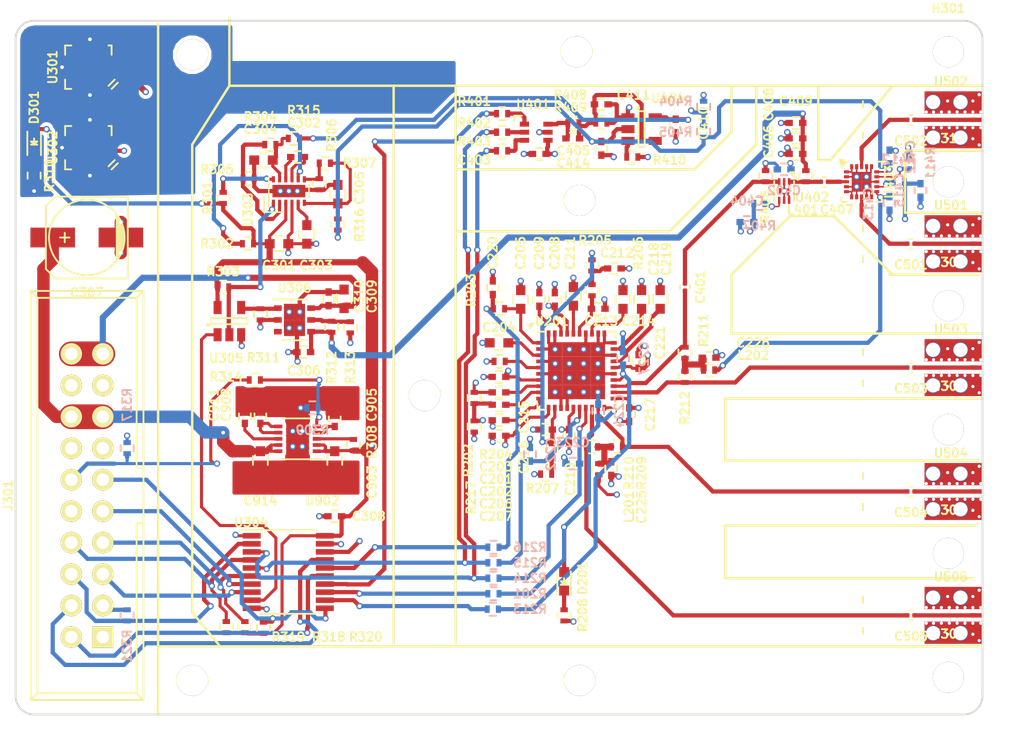
<source format=kicad_pcb>
(kicad_pcb (version 4) (host pcbnew 4.0.7)
  (layers (0 F.Cu signal) (1 In1.Cu signal) (2 In2.Cu signal) (31 B.Cu signal) (34 B.Paste user) (35 F.Paste user) (36 B.SilkS user) (37 F.SilkS user) (38 B.Mask user) (39 F.Mask user) (44 Edge.Cuts user))
  (net 0 "")
  (net 1 /conn_power/SYNTH_REF_P)
  (net 2 "Net-(C201-Pad2)")
  (net 3 /conn_power/SYNTH_REF_N)
  (net 4 "Net-(C202-Pad2)")
  (net 5 GND)
  (net 6 +3V3)
  (net 7 "Net-(C204-Pad1)")
  (net 8 "Net-(C205-Pad1)")
  (net 9 "Net-(C206-Pad2)")
  (net 10 "Net-(C209-Pad1)")
  (net 11 "Net-(C211-Pad1)")
  (net 12 "Net-(C212-Pad1)")
  (net 13 "Net-(C213-Pad1)")
  (net 14 "Net-(C214-Pad1)")
  (net 15 /synth/CPOUT)
  (net 16 "Net-(C216-Pad2)")
  (net 17 "Net-(C218-Pad1)")
  (net 18 "Net-(C219-Pad1)")
  (net 19 /conn_power/LMX_CE)
  (net 20 /conn_power/LMX_LCK)
  (net 21 "Net-(C225-Pad2)")
  (net 22 "Net-(C226-Pad2)")
  (net 23 /conn_power/LMX_CS)
  (net 24 "Net-(C302-Pad1)")
  (net 25 "Net-(C302-Pad2)")
  (net 26 "Net-(C303-Pad2)")
  (net 27 +2V5)
  (net 28 -2V5)
  (net 29 /AMP_VD)
  (net 30 "Net-(C905-Pad2)")
  (net 31 "Net-(C908-Pad2)")
  (net 32 "Net-(C911-Pad2)")
  (net 33 VPP)
  (net 34 "Net-(D201-Pad1)")
  (net 35 "Net-(R204-Pad1)")
  (net 36 /AUX_OUT)
  (net 37 /LO_PORT2)
  (net 38 /RF_PORT)
  (net 39 /LO_PORT1)
  (net 40 "Net-(R308-Pad2)")
  (net 41 /conn_power/3V3_DEMOD_ENABLE)
  (net 42 "Net-(C401-Pad1)")
  (net 43 "Net-(C402-Pad1)")
  (net 44 /rf_port_amp_sw/AMP_VCTL)
  (net 45 "Net-(C405-Pad1)")
  (net 46 "Net-(C405-Pad2)")
  (net 47 "Net-(C407-Pad1)")
  (net 48 "Net-(C407-Pad2)")
  (net 49 /PORT_SEL)
  (net 50 "Net-(C501-Pad1)")
  (net 51 /conn_front/PORT_1)
  (net 52 "Net-(C502-Pad1)")
  (net 53 /conn_front/PORT_2)
  (net 54 "Net-(C503-Pad1)")
  (net 55 "Net-(C504-Pad1)")
  (net 56 "Net-(C505-Pad1)")
  (net 57 /conn_power/SCK_EXT)
  (net 58 /conn_power/SDI_EXT)
  (net 59 /conn_power/LMX_CS_EXT)
  (net 60 /conn_power/PORT_SEL_EXT)
  (net 61 /conn_power/DAC_CS_EXT)
  (net 62 /conn_power/LMX_CE_EXT)
  (net 63 /conn_power/LMX_LCK_EXT)
  (net 64 "Net-(R301-Pad1)")
  (net 65 "Net-(R302-Pad1)")
  (net 66 /conn_power/~PGOOD)
  (net 67 "Net-(R304-Pad1)")
  (net 68 "Net-(R306-Pad1)")
  (net 69 "Net-(R401-Pad1)")
  (net 70 /DAC_CS)
  (net 71 "Net-(R402-Pad1)")
  (net 72 "Net-(R403-Pad1)")
  (net 73 "Net-(R407-Pad2)")
  (net 74 "Net-(R410-Pad2)")
  (net 75 "Net-(R411-Pad1)")
  (net 76 "Net-(R412-Pad2)")
  (net 77 +5V)
  (net 78 "Net-(D301-Pad1)")
  (net 79 "Net-(R311-Pad1)")
  (net 80 "Net-(R312-Pad1)")
  (net 81 /conn_power/~AMP_EN)
  (net 82 /conn_power/~AMP_EN_EXT)
  (net 83 "Net-(R309-Pad2)")
  (net 84 "Net-(C304-Pad2)")
  (net 85 "Net-(C305-Pad1)")
  (net 86 /synth/CE)
  (net 87 /synth/SCK)
  (net 88 /synth/SDI)
  (net 89 /synth/MUXout)
  (net 90 /synth/CSB)
  (net 91 /SPI_SDI)
  (net 92 /SPI_SCK)
  (module Resistors_SMD:R_0402 (layer F.Cu) (at 84.25 128.4)
    (fp_text reference R210 (at 3 2.1 90) (layer F.SilkS) (effects (font (size 0.7 0.7))))
    (fp_text value 51)
    (pad 1 smd rect (at -0.45 0) (size 0.4 0.6) (layers F.Cu F.Paste F.Mask) (net 37 /LO_PORT2))
    (pad 2 smd rect (at 0.45 0) (size 0.4 0.6) (layers F.Cu F.Paste F.Mask) (net 21 "Net-(C225-Pad2)"))
  )
  (module Mounting_Holes:MountingHole_2-5mm (layer F.Cu) (at 113 117)
    (fp_text reference H306 (at 0 -3.50012) (layer F.SilkS) (effects (font (size 0.7 0.7))))
    (fp_text value MOUNTING_HOLE)
    (pad 1 thru_hole circle (at 0 0) (size 2.5 2.5) (drill 2.5) (layers))
  )
  (module Capacitors_SMD:C_0402 (layer F.Cu) (at 76.75 124)
    (fp_text reference C201 (at -0.25 7 180) (layer F.SilkS) (effects (font (size 0.7 0.7))))
    (fp_text value "100 nF")
    (pad 1 smd rect (at -0.55 0) (size 0.6 0.5) (layers F.Cu F.Paste F.Mask) (net 1 /conn_power/SYNTH_REF_P))
    (pad 2 smd rect (at 0.55 0) (size 0.6 0.5) (layers F.Cu F.Paste F.Mask) (net 2 "Net-(C201-Pad2)"))
  )
  (module Capacitors_SMD:C_0402 (layer F.Cu) (at 76.75 125)
    (fp_text reference C202 (at -0.25 7) (layer F.SilkS) (effects (font (size 0.7 0.7))))
    (fp_text value "100 nF")
    (pad 1 smd rect (at -0.55 0) (size 0.6 0.5) (layers F.Cu F.Paste F.Mask) (net 3 /conn_power/SYNTH_REF_N))
    (pad 2 smd rect (at 0.55 0) (size 0.6 0.5) (layers F.Cu F.Paste F.Mask) (net 4 "Net-(C202-Pad2)"))
  )
  (module Capacitors_SMD:C_0402 (layer F.Cu) (at 76.75 122.75)
    (fp_text reference C203 (at -0.25 7.25) (layer F.SilkS) (effects (font (size 0.7 0.7))))
    (fp_text value "1 uF")
    (pad 1 smd rect (at -0.55 0) (size 0.6 0.5) (layers F.Cu F.Paste F.Mask) (net 5 GND))
    (pad 2 smd rect (at 0.55 0) (size 0.6 0.5) (layers F.Cu F.Paste F.Mask) (net 6 +3V3))
  )
  (module Capacitors_SMD:C_0603 (layer F.Cu) (at 76.75 120 180)
    (fp_text reference C204 (at 0 1.25 360) (layer F.SilkS) (effects (font (size 0.7 0.7))))
    (fp_text value "10 uF")
    (pad 1 smd rect (at -0.75 0 180) (size 0.8 0.75) (layers F.Cu F.Paste F.Mask) (net 7 "Net-(C204-Pad1)"))
    (pad 2 smd rect (at 0.75 0 180) (size 0.8 0.75) (layers F.Cu F.Paste F.Mask) (net 5 GND))
  )
  (module Capacitors_SMD:C_0603 (layer F.Cu) (at 78.5 116.5 90)
    (fp_text reference C205 (at 3.75 0 90) (layer F.SilkS) (effects (font (size 0.7 0.7))))
    (fp_text value "10 pF")
    (pad 1 smd rect (at -0.75 0 90) (size 0.8 0.75) (layers F.Cu F.Paste F.Mask) (net 8 "Net-(C205-Pad1)"))
    (pad 2 smd rect (at 0.75 0 90) (size 0.8 0.75) (layers F.Cu F.Paste F.Mask) (net 5 GND))
  )
  (module Capacitors_SMD:C_0402 (layer F.Cu) (at 76.75 126.25)
    (fp_text reference C206 (at -0.25 6.75) (layer F.SilkS) (effects (font (size 0.7 0.7))))
    (fp_text value "1 uF")
    (pad 1 smd rect (at -0.55 0) (size 0.6 0.5) (layers F.Cu F.Paste F.Mask) (net 5 GND))
    (pad 2 smd rect (at 0.55 0) (size 0.6 0.5) (layers F.Cu F.Paste F.Mask) (net 9 "Net-(C206-Pad2)"))
  )
  (module Capacitors_SMD:C_0402 (layer F.Cu) (at 76.75 127.5)
    (fp_text reference C207 (at -0.25 6.5) (layer F.SilkS) (effects (font (size 0.7 0.7))))
    (fp_text value "1 uF")
    (pad 1 smd rect (at -0.55 0) (size 0.6 0.5) (layers F.Cu F.Paste F.Mask) (net 5 GND))
    (pad 2 smd rect (at 0.55 0) (size 0.6 0.5) (layers F.Cu F.Paste F.Mask) (net 6 +3V3))
  )
  (module Capacitors_SMD:C_0402 (layer F.Cu) (at 81.25 116.5 270)
    (fp_text reference C208 (at -3.75 0 270) (layer F.SilkS) (effects (font (size 0.7 0.7))))
    (fp_text value "1 uF")
    (pad 1 smd rect (at -0.55 0 270) (size 0.6 0.5) (layers F.Cu F.Paste F.Mask) (net 5 GND))
    (pad 2 smd rect (at 0.55 0 270) (size 0.6 0.5) (layers F.Cu F.Paste F.Mask) (net 6 +3V3))
  )
  (module Capacitors_SMD:C_0402 (layer F.Cu) (at 80 116.5 90)
    (fp_text reference C209 (at 3.75 0 90) (layer F.SilkS) (effects (font (size 0.7 0.7))))
    (fp_text value "1 uF")
    (pad 1 smd rect (at -0.55 0 90) (size 0.6 0.5) (layers F.Cu F.Paste F.Mask) (net 10 "Net-(C209-Pad1)"))
    (pad 2 smd rect (at 0.55 0 90) (size 0.6 0.5) (layers F.Cu F.Paste F.Mask) (net 5 GND))
  )
  (module Capacitors_SMD:C_0402 (layer F.Cu) (at 82.4 127.55 90)
    (fp_text reference C210 (at -3.45 0.1 90) (layer F.SilkS) (effects (font (size 0.7 0.7))))
    (fp_text value "1 uF")
    (pad 1 smd rect (at -0.55 0 90) (size 0.6 0.5) (layers F.Cu F.Paste F.Mask) (net 5 GND))
    (pad 2 smd rect (at 0.55 0 90) (size 0.6 0.5) (layers F.Cu F.Paste F.Mask) (net 6 +3V3))
  )
  (module Capacitors_SMD:C_0603 (layer F.Cu) (at 82.75 116.25 90)
    (fp_text reference C211 (at 3.5 -0.25 90) (layer F.SilkS) (effects (font (size 0.7 0.7))))
    (fp_text value "10 uF")
    (pad 1 smd rect (at -0.75 0 90) (size 0.8 0.75) (layers F.Cu F.Paste F.Mask) (net 11 "Net-(C211-Pad1)"))
    (pad 2 smd rect (at 0.75 0 90) (size 0.8 0.75) (layers F.Cu F.Paste F.Mask) (net 5 GND))
  )
  (module Capacitors_SMD:C_0402 (layer F.Cu) (at 86.05 114)
    (fp_text reference C212 (at 0.2 -1.25) (layer F.SilkS) (effects (font (size 0.7 0.7))))
    (fp_text value DNP)
    (pad 1 smd rect (at -0.55 0) (size 0.6 0.5) (layers F.Cu F.Paste F.Mask) (net 12 "Net-(C212-Pad1)"))
    (pad 2 smd rect (at 0.55 0) (size 0.6 0.5) (layers F.Cu F.Paste F.Mask) (net 5 GND))
  )
  (module Capacitors_SMD:C_0402 (layer F.Cu) (at 84.75 117.25)
    (fp_text reference C213 (at 0.25 1) (layer F.SilkS) (effects (font (size 0.7 0.7))))
    (fp_text value "1800 pF")
    (pad 1 smd rect (at -0.55 0) (size 0.6 0.5) (layers F.Cu F.Paste F.Mask) (net 13 "Net-(C213-Pad1)"))
    (pad 2 smd rect (at 0.55 0) (size 0.6 0.5) (layers F.Cu F.Paste F.Mask) (net 5 GND))
  )
  (module Capacitors_SMD:C_0603 (layer F.Cu) (at 86.75 116.5 90)
    (fp_text reference C214 (at -1.75 1.25 180) (layer F.SilkS) (effects (font (size 0.7 0.7))))
    (fp_text value "10 uF")
    (pad 1 smd rect (at -0.75 0 90) (size 0.8 0.75) (layers F.Cu F.Paste F.Mask) (net 14 "Net-(C214-Pad1)"))
    (pad 2 smd rect (at 0.75 0 90) (size 0.8 0.75) (layers F.Cu F.Paste F.Mask) (net 5 GND))
  )
  (module Capacitors_SMD:C_0402 (layer F.Cu) (at 80.5 127 180)
    (fp_text reference C215 (at 1.75 1 270) (layer F.SilkS) (effects (font (size 0.7 0.7))))
    (fp_text value "390 pF")
    (pad 1 smd rect (at -0.55 0 180) (size 0.6 0.5) (layers F.Cu F.Paste F.Mask) (net 15 /synth/CPOUT))
    (pad 2 smd rect (at 0.55 0 180) (size 0.6 0.5) (layers F.Cu F.Paste F.Mask) (net 5 GND))
  )
  (module Capacitors_SMD:C_0402 (layer F.Cu) (at 81 128.6 270)
    (fp_text reference C216 (at 0.65 2.25 270) (layer F.SilkS) (effects (font (size 0.7 0.7))))
    (fp_text value "68 nF")
    (pad 1 smd rect (at -0.55 0 270) (size 0.6 0.5) (layers F.Cu F.Paste F.Mask) (net 15 /synth/CPOUT))
    (pad 2 smd rect (at 0.55 0 270) (size 0.6 0.5) (layers F.Cu F.Paste F.Mask) (net 16 "Net-(C216-Pad2)"))
  )
  (module Capacitors_SMD:C_0402 (layer F.Cu) (at 87.25 125.8 270)
    (fp_text reference C217 (at 0 -1.7 270) (layer F.SilkS) (effects (font (size 0.7 0.7))))
    (fp_text value "100 nF")
    (pad 1 smd rect (at -0.55 0 270) (size 0.6 0.5) (layers F.Cu F.Paste F.Mask) (net 6 +3V3))
    (pad 2 smd rect (at 0.55 0 270) (size 0.6 0.5) (layers F.Cu F.Paste F.Mask) (net 5 GND))
  )
  (module Capacitors_SMD:C_0603 (layer F.Cu) (at 88.25 116.5 90)
    (fp_text reference C218 (at 3.25 1 90) (layer F.SilkS) (effects (font (size 0.7 0.7))))
    (fp_text value "10 uF")
    (pad 1 smd rect (at -0.75 0 90) (size 0.8 0.75) (layers F.Cu F.Paste F.Mask) (net 17 "Net-(C218-Pad1)"))
    (pad 2 smd rect (at 0.75 0 90) (size 0.8 0.75) (layers F.Cu F.Paste F.Mask) (net 5 GND))
  )
  (module Capacitors_SMD:C_0603 (layer F.Cu) (at 89.75 116.5 90)
    (fp_text reference C219 (at 3.25 0.5 90) (layer F.SilkS) (effects (font (size 0.7 0.7))))
    (fp_text value "10 uF")
    (pad 1 smd rect (at -0.75 0 90) (size 0.8 0.75) (layers F.Cu F.Paste F.Mask) (net 18 "Net-(C219-Pad1)"))
    (pad 2 smd rect (at 0.75 0 90) (size 0.8 0.75) (layers F.Cu F.Paste F.Mask) (net 5 GND))
  )
  (module Capacitors_SMD:C_0402 (layer F.Cu) (at 88 121.5 270)
    (fp_text reference C221 (at -1.5 -1.75 270) (layer F.SilkS) (effects (font (size 0.7 0.7))))
    (fp_text value "1 uF")
    (pad 1 smd rect (at -0.55 0 270) (size 0.6 0.5) (layers F.Cu F.Paste F.Mask) (net 5 GND))
    (pad 2 smd rect (at 0.55 0 270) (size 0.6 0.5) (layers F.Cu F.Paste F.Mask) (net 6 +3V3))
  )
  (module Capacitors_SMD:C_0402 (layer F.Cu) (at 85.8 130.15 90)
    (fp_text reference C225 (at -3.1 2.45 90) (layer F.SilkS) (effects (font (size 0.7 0.7))))
    (fp_text value "10 nF")
    (pad 1 smd rect (at -0.55 0 90) (size 0.6 0.5) (layers F.Cu F.Paste F.Mask) (net 5 GND))
    (pad 2 smd rect (at 0.55 0 90) (size 0.6 0.5) (layers F.Cu F.Paste F.Mask) (net 21 "Net-(C225-Pad2)"))
  )
  (module Capacitors_SMD:C_0402 (layer F.Cu) (at 93.7 121.2 180)
    (fp_text reference C226 (at -3.55 1.2 180) (layer F.SilkS) (effects (font (size 0.7 0.7))))
    (fp_text value "10 nF")
    (pad 1 smd rect (at -0.55 0 180) (size 0.6 0.5) (layers F.Cu F.Paste F.Mask) (net 5 GND))
    (pad 2 smd rect (at 0.55 0 180) (size 0.6 0.5) (layers F.Cu F.Paste F.Mask) (net 22 "Net-(C226-Pad2)"))
  )
  (module Capacitors_SMD:C_0603 (layer F.Cu) (at 59 112 180)
    (fp_text reference C301 (at 0 -1.75 180) (layer F.SilkS) (effects (font (size 0.7 0.7))))
    (fp_text value "2.2 uF")
    (pad 1 smd rect (at -0.75 0 180) (size 0.8 0.75) (layers F.Cu F.Paste F.Mask) (net 5 GND))
    (pad 2 smd rect (at 0.75 0 180) (size 0.8 0.75) (layers F.Cu F.Paste F.Mask) (net 6 +3V3))
  )
  (module Capacitors_SMD:C_0402 (layer F.Cu) (at 60.5 105)
    (fp_text reference C302 (at 0.5 -2.75) (layer F.SilkS) (effects (font (size 0.7 0.7))))
    (fp_text value "1 uF")
    (pad 1 smd rect (at -0.55 0) (size 0.6 0.5) (layers F.Cu F.Paste F.Mask) (net 24 "Net-(C302-Pad1)"))
    (pad 2 smd rect (at 0.55 0) (size 0.6 0.5) (layers F.Cu F.Paste F.Mask) (net 25 "Net-(C302-Pad2)"))
  )
  (module Capacitors_SMD:C_0603 (layer F.Cu) (at 61.25 111.25 90)
    (fp_text reference C303 (at -2.5 0.75 180) (layer F.SilkS) (effects (font (size 0.7 0.7))))
    (fp_text value "2.2 uF")
    (pad 1 smd rect (at -0.75 0 90) (size 0.8 0.75) (layers F.Cu F.Paste F.Mask) (net 5 GND))
    (pad 2 smd rect (at 0.75 0 90) (size 0.8 0.75) (layers F.Cu F.Paste F.Mask) (net 26 "Net-(C303-Pad2)"))
  )
  (module Capacitors_SMD:C_0603 (layer F.Cu) (at 57.75 105.25)
    (fp_text reference C304 (at -0.25 -2.5) (layer F.SilkS) (effects (font (size 0.7 0.7))))
    (fp_text value "2.2 uF")
    (pad 1 smd rect (at -0.75 0) (size 0.8 0.75) (layers F.Cu F.Paste F.Mask) (net 5 GND))
    (pad 2 smd rect (at 0.75 0) (size 0.8 0.75) (layers F.Cu F.Paste F.Mask) (net 84 "Net-(C304-Pad2)"))
  )
  (module Capacitors_SMD:C_0603 (layer F.Cu) (at 63.75 108 90)
    (fp_text reference C305 (at 0.5 1.75 90) (layer F.SilkS) (effects (font (size 0.7 0.7))))
    (fp_text value "2.2 uF")
    (pad 1 smd rect (at -0.75 0 90) (size 0.8 0.75) (layers F.Cu F.Paste F.Mask) (net 85 "Net-(C305-Pad1)"))
    (pad 2 smd rect (at 0.75 0 90) (size 0.8 0.75) (layers F.Cu F.Paste F.Mask) (net 5 GND))
  )
  (module Capacitors_SMD:C_0402 (layer F.Cu) (at 61 120.75)
    (fp_text reference C306 (at 0 1.5) (layer F.SilkS) (effects (font (size 0.7 0.7))))
    (fp_text value "2.2 uF")
    (pad 1 smd rect (at -0.55 0) (size 0.6 0.5) (layers F.Cu F.Paste F.Mask) (net 5 GND))
    (pad 2 smd rect (at 0.55 0) (size 0.6 0.5) (layers F.Cu F.Paste F.Mask) (net 29 /AMP_VD))
  )
  (module Capacitors_SMD:C_0201 (layer F.Cu) (at 91.75 115.5 270)
    (fp_text reference C401 (at 0 -1.25 270) (layer F.SilkS) (effects (font (size 0.7 0.7))))
    (fp_text value "10 pF")
    (pad 1 smd rect (at -0.275 0 270) (size 0.3 0.35) (layers F.Cu F.Paste F.Mask) (net 42 "Net-(C401-Pad1)"))
    (pad 2 smd rect (at 0.275 0 270) (size 0.3 0.35) (layers F.Cu F.Paste F.Mask) (net 38 /RF_PORT))
  )
  (module Capacitors_SMD:C_0402 (layer B.Cu) (at 99.75 106)
    (fp_text reference C402 (at 0 1.7) (layer B.SilkS) (effects (font (size 0.7 0.7)) (justify mirror)))
    (fp_text value "100 nF")
    (pad 1 smd rect (at -0.55 0) (size 0.6 0.5) (layers B.Cu B.Paste B.Mask) (net 43 "Net-(C402-Pad1)"))
    (pad 2 smd rect (at 0.55 0) (size 0.6 0.5) (layers B.Cu B.Paste B.Mask) (net 5 GND))
  )
  (module Capacitors_SMD:C_0402 (layer F.Cu) (at 80 104.75)
    (fp_text reference C403 (at -5.25 0.5) (layer F.SilkS) (effects (font (size 0.7 0.7))))
    (fp_text value "100 nF")
    (pad 1 smd rect (at -0.55 0) (size 0.6 0.5) (layers F.Cu F.Paste F.Mask) (net 5 GND))
    (pad 2 smd rect (at 0.55 0) (size 0.6 0.5) (layers F.Cu F.Paste F.Mask) (net 6 +3V3))
  )
  (module Capacitors_SMD:C_0402 (layer B.Cu) (at 96.75 110.25 180)
    (fp_text reference C404 (at 0 1.7 180) (layer B.SilkS) (effects (font (size 0.7 0.7)) (justify mirror)))
    (fp_text value "10 pF")
    (pad 1 smd rect (at -0.55 0 180) (size 0.6 0.5) (layers B.Cu B.Paste B.Mask) (net 44 /rf_port_amp_sw/AMP_VCTL))
    (pad 2 smd rect (at 0.55 0 180) (size 0.6 0.5) (layers B.Cu B.Paste B.Mask) (net 5 GND))
  )
  (module Capacitors_SMD:C_0402 (layer F.Cu) (at 82.7 103.5)
    (fp_text reference C405 (at 0.05 1) (layer F.SilkS) (effects (font (size 0.7 0.7))))
    (fp_text value DNP)
    (pad 1 smd rect (at -0.55 0) (size 0.6 0.5) (layers F.Cu F.Paste F.Mask) (net 45 "Net-(C405-Pad1)"))
    (pad 2 smd rect (at 0.55 0) (size 0.6 0.5) (layers F.Cu F.Paste F.Mask) (net 46 "Net-(C405-Pad2)"))
  )
  (module Capacitors_SMD:C_0402 (layer F.Cu) (at 100.7 104.75 180)
    (fp_text reference C406 (at 2.2 1 270) (layer F.SilkS) (effects (font (size 0.7 0.7))))
    (fp_text value "10 pF")
    (pad 1 smd rect (at -0.55 0 180) (size 0.6 0.5) (layers F.Cu F.Paste F.Mask) (net 29 /AMP_VD))
    (pad 2 smd rect (at 0.55 0 180) (size 0.6 0.5) (layers F.Cu F.Paste F.Mask) (net 5 GND))
  )
  (module Capacitors_SMD:C_0201 (layer F.Cu) (at 103 107 180)
    (fp_text reference C407 (at -1 -2.25 180) (layer F.SilkS) (effects (font (size 0.7 0.7))))
    (fp_text value "10 pF")
    (pad 1 smd rect (at -0.275 0 180) (size 0.3 0.35) (layers F.Cu F.Paste F.Mask) (net 47 "Net-(C407-Pad1)"))
    (pad 2 smd rect (at 0.275 0 180) (size 0.3 0.35) (layers F.Cu F.Paste F.Mask) (net 48 "Net-(C407-Pad2)"))
  )
  (module Capacitors_SMD:C_0402 (layer F.Cu) (at 100.7 103.5 180)
    (fp_text reference C408 (at 2.2 2.75 270) (layer F.SilkS) (effects (font (size 0.7 0.7))))
    (fp_text value "100 nF")
    (pad 1 smd rect (at -0.55 0 180) (size 0.6 0.5) (layers F.Cu F.Paste F.Mask) (net 29 /AMP_VD))
    (pad 2 smd rect (at 0.55 0 180) (size 0.6 0.5) (layers F.Cu F.Paste F.Mask) (net 5 GND))
  )
  (module Capacitors_SMD:C_0402 (layer F.Cu) (at 100.7 102.25 180)
    (fp_text reference C409 (at 0 1.75 180) (layer F.SilkS) (effects (font (size 0.7 0.7))))
    (fp_text value "1 uF")
    (pad 1 smd rect (at -0.55 0 180) (size 0.6 0.5) (layers F.Cu F.Paste F.Mask) (net 29 /AMP_VD))
    (pad 2 smd rect (at 0.55 0 180) (size 0.6 0.5) (layers F.Cu F.Paste F.Mask) (net 5 GND))
  )
  (module Capacitors_SMD:C_0402 (layer F.Cu) (at 91 102.5 270)
    (fp_text reference C410 (at -0.25 -2.25 270) (layer F.SilkS) (effects (font (size 0.7 0.7))))
    (fp_text value "100 nF")
    (pad 1 smd rect (at -0.55 0 270) (size 0.6 0.5) (layers F.Cu F.Paste F.Mask) (net 27 +2V5))
    (pad 2 smd rect (at 0.55 0 270) (size 0.6 0.5) (layers F.Cu F.Paste F.Mask) (net 5 GND))
  )
  (module Capacitors_SMD:C_0402 (layer F.Cu) (at 85 100.75)
    (fp_text reference C411 (at 2.6 -0.75) (layer F.SilkS) (effects (font (size 0.7 0.7))))
    (fp_text value DNP)
    (pad 1 smd rect (at -0.55 0) (size 0.6 0.5) (layers F.Cu F.Paste F.Mask) (net 46 "Net-(C405-Pad2)"))
    (pad 2 smd rect (at 0.55 0) (size 0.6 0.5) (layers F.Cu F.Paste F.Mask) (net 44 /rf_port_amp_sw/AMP_VCTL))
  )
  (module Capacitors_SMD:C_0402 (layer B.Cu) (at 108.25 105 90)
    (fp_text reference C412 (at 0 1.7 90) (layer B.SilkS) (effects (font (size 0.7 0.7)) (justify mirror)))
    (fp_text value "10 pF")
    (pad 1 smd rect (at -0.55 0 90) (size 0.6 0.5) (layers B.Cu B.Paste B.Mask) (net 28 -2V5))
    (pad 2 smd rect (at 0.55 0 90) (size 0.6 0.5) (layers B.Cu B.Paste B.Mask) (net 5 GND))
  )
  (module Capacitors_SMD:C_0402 (layer B.Cu) (at 108.25 108.75 270)
    (fp_text reference C413 (at 0 1.7 270) (layer B.SilkS) (effects (font (size 0.7 0.7)) (justify mirror)))
    (fp_text value "10 pF")
    (pad 1 smd rect (at -0.55 0 270) (size 0.6 0.5) (layers B.Cu B.Paste B.Mask) (net 6 +3V3))
    (pad 2 smd rect (at 0.55 0 270) (size 0.6 0.5) (layers B.Cu B.Paste B.Mask) (net 5 GND))
  )
  (module Capacitors_SMD:C_0402 (layer F.Cu) (at 85 104.3 270)
    (fp_text reference C414 (at 1.2 2.25 360) (layer F.SilkS) (effects (font (size 0.7 0.7))))
    (fp_text value "100 nF")
    (pad 1 smd rect (at -0.55 0 270) (size 0.6 0.5) (layers F.Cu F.Paste F.Mask) (net 28 -2V5))
    (pad 2 smd rect (at 0.55 0 270) (size 0.6 0.5) (layers F.Cu F.Paste F.Mask) (net 5 GND))
  )
  (module Capacitors_SMD:C_0402 (layer B.Cu) (at 110.75 107.7 270)
    (fp_text reference C415 (at 0 1.7 270) (layer B.SilkS) (effects (font (size 0.7 0.7)) (justify mirror)))
    (fp_text value "10 pF")
    (pad 1 smd rect (at -0.55 0 270) (size 0.6 0.5) (layers B.Cu B.Paste B.Mask) (net 49 /PORT_SEL))
    (pad 2 smd rect (at 0.55 0 270) (size 0.6 0.5) (layers B.Cu B.Paste B.Mask) (net 5 GND))
  )
  (module Capacitors_SMD:C_0201 (layer F.Cu) (at 109.975 112 180)
    (fp_text reference C501 (at 0 -1.7 180) (layer F.SilkS) (effects (font (size 0.7 0.7))))
    (fp_text value C_Small)
    (pad 1 smd rect (at -0.275 0 180) (size 0.3 0.35) (layers F.Cu F.Paste F.Mask) (net 50 "Net-(C501-Pad1)"))
    (pad 2 smd rect (at 0.275 0 180) (size 0.3 0.35) (layers F.Cu F.Paste F.Mask) (net 51 /conn_front/PORT_1))
  )
  (module Capacitors_SMD:C_0201 (layer F.Cu) (at 109.975 102 180)
    (fp_text reference C502 (at 0 -1.7 180) (layer F.SilkS) (effects (font (size 0.7 0.7))))
    (fp_text value C_Small)
    (pad 1 smd rect (at -0.275 0 180) (size 0.3 0.35) (layers F.Cu F.Paste F.Mask) (net 52 "Net-(C502-Pad1)"))
    (pad 2 smd rect (at 0.275 0 180) (size 0.3 0.35) (layers F.Cu F.Paste F.Mask) (net 53 /conn_front/PORT_2))
  )
  (module Capacitors_SMD:C_0201 (layer F.Cu) (at 109.975 122 180)
    (fp_text reference C503 (at 0 -1.7 180) (layer F.SilkS) (effects (font (size 0.7 0.7))))
    (fp_text value C_Small)
    (pad 1 smd rect (at -0.275 0 180) (size 0.3 0.35) (layers F.Cu F.Paste F.Mask) (net 54 "Net-(C503-Pad1)"))
    (pad 2 smd rect (at 0.275 0 180) (size 0.3 0.35) (layers F.Cu F.Paste F.Mask) (net 39 /LO_PORT1))
  )
  (module Capacitors_SMD:C_0201 (layer F.Cu) (at 109.975 132 180)
    (fp_text reference C504 (at 0 -1.7 180) (layer F.SilkS) (effects (font (size 0.7 0.7))))
    (fp_text value C_Small)
    (pad 1 smd rect (at -0.275 0 180) (size 0.3 0.35) (layers F.Cu F.Paste F.Mask) (net 55 "Net-(C504-Pad1)"))
    (pad 2 smd rect (at 0.275 0 180) (size 0.3 0.35) (layers F.Cu F.Paste F.Mask) (net 36 /AUX_OUT))
  )
  (module Capacitors_SMD:C_0201 (layer F.Cu) (at 109.975 142 180)
    (fp_text reference C505 (at 0 -1.7 180) (layer F.SilkS) (effects (font (size 0.7 0.7))))
    (fp_text value C_Small)
    (pad 1 smd rect (at -0.275 0 180) (size 0.3 0.35) (layers F.Cu F.Paste F.Mask) (net 56 "Net-(C505-Pad1)"))
    (pad 2 smd rect (at 0.275 0 180) (size 0.3 0.35) (layers F.Cu F.Paste F.Mask) (net 37 /LO_PORT2))
  )
  (module Capacitors_SMD:C_0603 (layer F.Cu) (at 63.5 129.5 90)
    (fp_text reference C903 (at -1.75 3 90) (layer F.SilkS) (effects (font (size 0.7 0.7))))
    (fp_text value "10 uF")
    (pad 1 smd rect (at -0.75 0 90) (size 0.8 0.75) (layers F.Cu F.Paste F.Mask) (net 5 GND))
    (pad 2 smd rect (at 0.75 0 90) (size 0.8 0.75) (layers F.Cu F.Paste F.Mask) (net 6 +3V3))
  )
  (module Capacitors_SMD:C_0402 (layer F.Cu) (at 63.5 126.2 270)
    (fp_text reference C905 (at -1.2 -3 270) (layer F.SilkS) (effects (font (size 0.7 0.7))))
    (fp_text value "1 uF")
    (pad 1 smd rect (at -0.55 0 270) (size 0.6 0.5) (layers F.Cu F.Paste F.Mask) (net 5 GND))
    (pad 2 smd rect (at 0.55 0 270) (size 0.6 0.5) (layers F.Cu F.Paste F.Mask) (net 30 "Net-(C905-Pad2)"))
  )
  (module Capacitors_SMD:C_0402 (layer F.Cu) (at 57.5 125.95 270)
    (fp_text reference C908 (at -0.95 2.75 270) (layer F.SilkS) (effects (font (size 0.7 0.7))))
    (fp_text value "1 uF")
    (pad 1 smd rect (at -0.55 0 270) (size 0.6 0.5) (layers F.Cu F.Paste F.Mask) (net 5 GND))
    (pad 2 smd rect (at 0.55 0 270) (size 0.6 0.5) (layers F.Cu F.Paste F.Mask) (net 31 "Net-(C908-Pad2)"))
  )
  (module Capacitors_SMD:C_0402 (layer F.Cu) (at 56.25 125.95 270)
    (fp_text reference C911 (at -0.95 2.5 270) (layer F.SilkS) (effects (font (size 0.7 0.7))))
    (fp_text value "1 uF")
    (pad 1 smd rect (at -0.55 0 270) (size 0.6 0.5) (layers F.Cu F.Paste F.Mask) (net 5 GND))
    (pad 2 smd rect (at 0.55 0 270) (size 0.6 0.5) (layers F.Cu F.Paste F.Mask) (net 32 "Net-(C911-Pad2)"))
  )
  (module Capacitors_SMD:C_0603 (layer F.Cu) (at 57.5 129.5 90)
    (fp_text reference C914 (at -3.25 0 180) (layer F.SilkS) (effects (font (size 0.7 0.7))))
    (fp_text value "10 uF")
    (pad 1 smd rect (at -0.75 0 90) (size 0.8 0.75) (layers F.Cu F.Paste F.Mask) (net 5 GND))
    (pad 2 smd rect (at 0.75 0 90) (size 0.8 0.75) (layers F.Cu F.Paste F.Mask) (net 33 VPP))
  )
  (module LEDs:LED_0603 (layer F.Cu) (at 82 139.25 90)
    (fp_text reference D201 (at 0.25 1.5 90) (layer F.SilkS) (effects (font (size 0.7 0.7))))
    (fp_text value RED)
    (pad 2 smd rect (at 0.7493 0 270) (size 0.79756 0.79756) (layers F.Cu F.Paste F.Mask) (net 89 /synth/MUXout))
    (pad 1 smd rect (at -0.7493 0 270) (size 0.79756 0.79756) (layers F.Cu F.Paste F.Mask) (net 34 "Net-(D201-Pad1)"))
  )
  (module Connect:IDC_Header_Straight_20pins (layer F.Cu) (at 44.79 143.75 90)
    (fp_text reference J301 (at 11.43 -7.62 90) (layer F.SilkS) (effects (font (size 0.7 0.7))))
    (fp_text value Conn_02x10_Odd_Even)
    (pad 1 thru_hole rect (at 0 0 90) (size 1.7272 1.7272) (drill 1.016) (layers *.Cu *.Mask F.SilkS) (net 5 GND))
    (pad 2 thru_hole oval (at 0 -2.54 90) (size 1.7272 1.7272) (drill 1.016) (layers *.Cu *.Mask F.SilkS) (net 57 /conn_power/SCK_EXT))
    (pad 3 thru_hole oval (at 2.54 0 90) (size 1.7272 1.7272) (drill 1.016) (layers *.Cu *.Mask F.SilkS) (net 5 GND))
    (pad 4 thru_hole oval (at 2.54 -2.54 90) (size 1.7272 1.7272) (drill 1.016) (layers *.Cu *.Mask F.SilkS) (net 58 /conn_power/SDI_EXT))
    (pad 5 thru_hole oval (at 5.08 0 90) (size 1.7272 1.7272) (drill 1.016) (layers *.Cu *.Mask F.SilkS) (net 59 /conn_power/LMX_CS_EXT))
    (pad 6 thru_hole oval (at 5.08 -2.54 90) (size 1.7272 1.7272) (drill 1.016) (layers *.Cu *.Mask F.SilkS) (net 60 /conn_power/PORT_SEL_EXT))
    (pad 7 thru_hole oval (at 7.62 0 90) (size 1.7272 1.7272) (drill 1.016) (layers *.Cu *.Mask F.SilkS) (net 61 /conn_power/DAC_CS_EXT))
    (pad 8 thru_hole oval (at 7.62 -2.54 90) (size 1.7272 1.7272) (drill 1.016) (layers *.Cu *.Mask F.SilkS) (net 62 /conn_power/LMX_CE_EXT))
    (pad 9 thru_hole oval (at 10.16 0 90) (size 1.7272 1.7272) (drill 1.016) (layers *.Cu *.Mask F.SilkS) (net 63 /conn_power/LMX_LCK_EXT))
    (pad 10 thru_hole oval (at 10.16 -2.54 90) (size 1.7272 1.7272) (drill 1.016) (layers *.Cu *.Mask F.SilkS))
    (pad 11 thru_hole oval (at 12.7 0 90) (size 1.7272 1.7272) (drill 1.016) (layers *.Cu *.Mask F.SilkS) (net 82 /conn_power/~AMP_EN_EXT))
    (pad 12 thru_hole oval (at 12.7 -2.54 90) (size 1.7272 1.7272) (drill 1.016) (layers *.Cu *.Mask F.SilkS) (net 41 /conn_power/3V3_DEMOD_ENABLE))
    (pad 13 thru_hole oval (at 15.24 0 90) (size 1.7272 1.7272) (drill 1.016) (layers *.Cu *.Mask F.SilkS))
    (pad 14 thru_hole oval (at 15.24 -2.54 90) (size 1.7272 1.7272) (drill 1.016) (layers *.Cu *.Mask F.SilkS) (net 5 GND))
    (pad 15 thru_hole oval (at 17.78 0 90) (size 1.7272 1.7272) (drill 1.016) (layers *.Cu *.Mask F.SilkS) (net 33 VPP))
    (pad 16 thru_hole oval (at 17.78 -2.54 90) (size 1.7272 1.7272) (drill 1.016) (layers *.Cu *.Mask F.SilkS) (net 33 VPP))
    (pad 17 thru_hole oval (at 20.32 0 90) (size 1.7272 1.7272) (drill 1.016) (layers *.Cu *.Mask F.SilkS) (net 5 GND))
    (pad 18 thru_hole oval (at 20.32 -2.54 90) (size 1.7272 1.7272) (drill 1.016) (layers *.Cu *.Mask F.SilkS) (net 5 GND))
    (pad 19 thru_hole oval (at 22.86 0 90) (size 1.7272 1.7272) (drill 1.016) (layers *.Cu *.Mask F.SilkS) (net 77 +5V))
    (pad 20 thru_hole oval (at 22.86 -2.54 90) (size 1.7272 1.7272) (drill 1.016) (layers *.Cu *.Mask F.SilkS) (net 77 +5V))
  )
  (module Resistors_SMD:R_0402 (layer F.Cu) (at 84.8 130.2 90)
    (fp_text reference L201 (at -3.05 2.45 90) (layer F.SilkS) (effects (font (size 0.7 0.7))))
    (fp_text value "22 nH")
    (pad 1 smd rect (at -0.45 0 90) (size 0.4 0.6) (layers F.Cu F.Paste F.Mask) (net 6 +3V3))
    (pad 2 smd rect (at 0.45 0 90) (size 0.4 0.6) (layers F.Cu F.Paste F.Mask) (net 21 "Net-(C225-Pad2)"))
  )
  (module Resistors_SMD:R_0402 (layer F.Cu) (at 93.7 122.2 180)
    (fp_text reference L202 (at -3.55 1.2 180) (layer F.SilkS) (effects (font (size 0.7 0.7))))
    (fp_text value "22 nH")
    (pad 1 smd rect (at -0.45 0 180) (size 0.4 0.6) (layers F.Cu F.Paste F.Mask) (net 6 +3V3))
    (pad 2 smd rect (at 0.45 0 180) (size 0.4 0.6) (layers F.Cu F.Paste F.Mask) (net 22 "Net-(C226-Pad2)"))
  )
  (module Resistors_SMD:R_0402 (layer F.Cu) (at 101.5 106.55 270)
    (fp_text reference L401 (at 2.7 0.25 360) (layer F.SilkS) (effects (font (size 0.7 0.7))))
    (fp_text value BLM15GG471)
    (pad 1 smd rect (at -0.45 0 270) (size 0.4 0.6) (layers F.Cu F.Paste F.Mask) (net 29 /AMP_VD))
    (pad 2 smd rect (at 0.45 0 270) (size 0.4 0.6) (layers F.Cu F.Paste F.Mask) (net 48 "Net-(C407-Pad2)"))
  )
  (module Resistors_SMD:R_0402 (layer B.Cu) (at 76.3 140.25 180)
    (fp_text reference R201 (at -2.95 0 180) (layer B.SilkS) (effects (font (size 0.7 0.7)) (justify mirror)))
    (fp_text value 22)
    (pad 1 smd rect (at -0.45 0 180) (size 0.4 0.6) (layers B.Cu B.Paste B.Mask) (net 89 /synth/MUXout))
    (pad 2 smd rect (at 0.45 0 180) (size 0.4 0.6) (layers B.Cu B.Paste B.Mask) (net 20 /conn_power/LMX_LCK))
  )
  (module Resistors_SMD:R_0402 (layer F.Cu) (at 74.75 124.45 90)
    (fp_text reference R202 (at -5.05 -0.5 90) (layer F.SilkS) (effects (font (size 0.7 0.7))))
    (fp_text value 100)
    (pad 1 smd rect (at -0.45 0 90) (size 0.4 0.6) (layers F.Cu F.Paste F.Mask) (net 3 /conn_power/SYNTH_REF_N))
    (pad 2 smd rect (at 0.45 0 90) (size 0.4 0.6) (layers F.Cu F.Paste F.Mask) (net 1 /conn_power/SYNTH_REF_P))
  )
  (module Resistors_SMD:R_0402 (layer F.Cu) (at 76.75 117.25 180)
    (fp_text reference R203 (at 2.25 1.5 270) (layer F.SilkS) (effects (font (size 0.7 0.7))))
    (fp_text value 1k)
    (pad 1 smd rect (at -0.45 0 180) (size 0.4 0.6) (layers F.Cu F.Paste F.Mask) (net 8 "Net-(C205-Pad1)"))
    (pad 2 smd rect (at 0.45 0 180) (size 0.4 0.6) (layers F.Cu F.Paste F.Mask) (net 86 /synth/CE))
  )
  (module Resistors_SMD:R_0402 (layer F.Cu) (at 76.8 121.5 180)
    (fp_text reference R204 (at 0.3 -7.5 180) (layer F.SilkS) (effects (font (size 0.7 0.7))))
    (fp_text value 1k)
    (pad 1 smd rect (at -0.45 0 180) (size 0.4 0.6) (layers F.Cu F.Paste F.Mask) (net 35 "Net-(R204-Pad1)"))
    (pad 2 smd rect (at 0.45 0 180) (size 0.4 0.6) (layers F.Cu F.Paste F.Mask) (net 5 GND))
  )
  (module Resistors_SMD:R_0402 (layer F.Cu) (at 84.25 113.75 90)
    (fp_text reference R205 (at 2 0.25 180) (layer F.SilkS) (effects (font (size 0.7 0.7))))
    (fp_text value JMP)
    (pad 1 smd rect (at -0.45 0 90) (size 0.4 0.6) (layers F.Cu F.Paste F.Mask) (net 12 "Net-(C212-Pad1)"))
    (pad 2 smd rect (at 0.45 0 90) (size 0.4 0.6) (layers F.Cu F.Paste F.Mask) (net 15 /synth/CPOUT))
  )
  (module Resistors_SMD:R_0402 (layer F.Cu) (at 84.25 115.75 90)
    (fp_text reference R206 (at 3 3.75 270) (layer F.SilkS) (effects (font (size 0.7 0.7))))
    (fp_text value 18)
    (pad 1 smd rect (at -0.45 0 90) (size 0.4 0.6) (layers F.Cu F.Paste F.Mask) (net 13 "Net-(C213-Pad1)"))
    (pad 2 smd rect (at 0.45 0 90) (size 0.4 0.6) (layers F.Cu F.Paste F.Mask) (net 12 "Net-(C212-Pad1)"))
  )
  (module Resistors_SMD:R_0402 (layer F.Cu) (at 80.55 130.6 180)
    (fp_text reference R207 (at 0.3 -1.15 180) (layer F.SilkS) (effects (font (size 0.7 0.7))))
    (fp_text value 68)
    (pad 1 smd rect (at -0.45 0 180) (size 0.4 0.6) (layers F.Cu F.Paste F.Mask) (net 16 "Net-(C216-Pad2)"))
    (pad 2 smd rect (at 0.45 0 180) (size 0.4 0.6) (layers F.Cu F.Paste F.Mask) (net 5 GND))
  )
  (module Resistors_SMD:R_0402 (layer F.Cu) (at 82 142 90)
    (fp_text reference R208 (at 0 1.5 90) (layer F.SilkS) (effects (font (size 0.7 0.7))))
    (fp_text value 10k)
    (pad 1 smd rect (at -0.45 0 90) (size 0.4 0.6) (layers F.Cu F.Paste F.Mask) (net 5 GND))
    (pad 2 smd rect (at 0.45 0 90) (size 0.4 0.6) (layers F.Cu F.Paste F.Mask) (net 34 "Net-(D201-Pad1)"))
  )
  (module Resistors_SMD:R_0402 (layer F.Cu) (at 86.25 128.4)
    (fp_text reference R209 (at 2 2.1 90) (layer F.SilkS) (effects (font (size 0.7 0.7))))
    (fp_text value 51)
    (pad 1 smd rect (at -0.45 0) (size 0.4 0.6) (layers F.Cu F.Paste F.Mask) (net 21 "Net-(C225-Pad2)"))
    (pad 2 smd rect (at 0.45 0) (size 0.4 0.6) (layers F.Cu F.Paste F.Mask) (net 36 /AUX_OUT))
  )
  (module Resistors_SMD:R_0402 (layer F.Cu) (at 91.75 120.8 90)
    (fp_text reference R211 (at 1.8 1.5 90) (layer F.SilkS) (effects (font (size 0.7 0.7))))
    (fp_text value 51)
    (pad 1 smd rect (at -0.45 0 90) (size 0.4 0.6) (layers F.Cu F.Paste F.Mask) (net 22 "Net-(C226-Pad2)"))
    (pad 2 smd rect (at 0.45 0 90) (size 0.4 0.6) (layers F.Cu F.Paste F.Mask) (net 38 /RF_PORT))
  )
  (module Resistors_SMD:R_0402 (layer F.Cu) (at 91.75 122.75 90)
    (fp_text reference R212 (at -2.5 0 90) (layer F.SilkS) (effects (font (size 0.7 0.7))))
    (fp_text value 51)
    (pad 1 smd rect (at -0.45 0 90) (size 0.4 0.6) (layers F.Cu F.Paste F.Mask) (net 39 /LO_PORT1))
    (pad 2 smd rect (at 0.45 0 90) (size 0.4 0.6) (layers F.Cu F.Paste F.Mask) (net 22 "Net-(C226-Pad2)"))
  )
  (module Resistors_SMD:R_0402 (layer B.Cu) (at 76.25 141.5 180)
    (fp_text reference R213 (at -3 0 180) (layer B.SilkS) (effects (font (size 0.7 0.7)) (justify mirror)))
    (fp_text value 51)
    (pad 1 smd rect (at -0.45 0 180) (size 0.4 0.6) (layers B.Cu B.Paste B.Mask) (net 90 /synth/CSB))
    (pad 2 smd rect (at 0.45 0 180) (size 0.4 0.6) (layers B.Cu B.Paste B.Mask) (net 23 /conn_power/LMX_CS))
  )
  (module Resistors_SMD:R_0402 (layer B.Cu) (at 76.3 139 180)
    (fp_text reference R214 (at -2.95 0 180) (layer B.SilkS) (effects (font (size 0.7 0.7)) (justify mirror)))
    (fp_text value 22)
    (pad 1 smd rect (at -0.45 0 180) (size 0.4 0.6) (layers B.Cu B.Paste B.Mask) (net 88 /synth/SDI))
    (pad 2 smd rect (at 0.45 0 180) (size 0.4 0.6) (layers B.Cu B.Paste B.Mask) (net 91 /SPI_SDI))
  )
  (module Resistors_SMD:R_0402 (layer B.Cu) (at 76.3 137.75 180)
    (fp_text reference R215 (at -2.95 0 180) (layer B.SilkS) (effects (font (size 0.7 0.7)) (justify mirror)))
    (fp_text value 22)
    (pad 1 smd rect (at -0.45 0 180) (size 0.4 0.6) (layers B.Cu B.Paste B.Mask) (net 87 /synth/SCK))
    (pad 2 smd rect (at 0.45 0 180) (size 0.4 0.6) (layers B.Cu B.Paste B.Mask) (net 92 /SPI_SCK))
  )
  (module Resistors_SMD:R_0402 (layer B.Cu) (at 76.3 136.5 180)
    (fp_text reference R216 (at -2.95 0 180) (layer B.SilkS) (effects (font (size 0.7 0.7)) (justify mirror)))
    (fp_text value 22)
    (pad 1 smd rect (at -0.45 0 180) (size 0.4 0.6) (layers B.Cu B.Paste B.Mask) (net 86 /synth/CE))
    (pad 2 smd rect (at 0.45 0 180) (size 0.4 0.6) (layers B.Cu B.Paste B.Mask) (net 19 /conn_power/LMX_CE))
  )
  (module Resistors_SMD:R_0402 (layer F.Cu) (at 54.5 108.3 270)
    (fp_text reference R301 (at 0 1.25 270) (layer F.SilkS) (effects (font (size 0.7 0.7))))
    (fp_text value 10k)
    (pad 1 smd rect (at -0.45 0 270) (size 0.4 0.6) (layers F.Cu F.Paste F.Mask) (net 64 "Net-(R301-Pad1)"))
    (pad 2 smd rect (at 0.45 0 270) (size 0.4 0.6) (layers F.Cu F.Paste F.Mask) (net 6 +3V3))
  )
  (module Resistors_SMD:R_0402 (layer F.Cu) (at 56.5 112)
    (fp_text reference R302 (at -2.5 0) (layer F.SilkS) (effects (font (size 0.7 0.7))))
    (fp_text value 10k)
    (pad 1 smd rect (at -0.45 0) (size 0.4 0.6) (layers F.Cu F.Paste F.Mask) (net 65 "Net-(R302-Pad1)"))
    (pad 2 smd rect (at 0.45 0) (size 0.4 0.6) (layers F.Cu F.Paste F.Mask) (net 6 +3V3))
  )
  (module Resistors_SMD:R_0402 (layer F.Cu) (at 54.5 115.5 180)
    (fp_text reference R303 (at 0 1.25 180) (layer F.SilkS) (effects (font (size 0.7 0.7))))
    (fp_text value 10k)
    (pad 1 smd rect (at -0.45 0 180) (size 0.4 0.6) (layers F.Cu F.Paste F.Mask) (net 66 /conn_power/~PGOOD))
    (pad 2 smd rect (at 0.45 0 180) (size 0.4 0.6) (layers F.Cu F.Paste F.Mask) (net 6 +3V3))
  )
  (module Resistors_SMD:R_0402 (layer F.Cu) (at 58.3 104)
    (fp_text reference R304 (at -0.8 -2.25) (layer F.SilkS) (effects (font (size 0.7 0.7))))
    (fp_text value 499k)
    (pad 1 smd rect (at -0.45 0) (size 0.4 0.6) (layers F.Cu F.Paste F.Mask) (net 67 "Net-(R304-Pad1)"))
    (pad 2 smd rect (at 0.45 0) (size 0.4 0.6) (layers F.Cu F.Paste F.Mask) (net 84 "Net-(C304-Pad2)"))
  )
  (module Resistors_SMD:R_0402 (layer F.Cu) (at 56.55 106.75 180)
    (fp_text reference R305 (at 2.55 0.75 180) (layer F.SilkS) (effects (font (size 0.7 0.7))))
    (fp_text value 499k)
    (pad 1 smd rect (at -0.45 0 180) (size 0.4 0.6) (layers F.Cu F.Paste F.Mask) (net 5 GND))
    (pad 2 smd rect (at 0.45 0 180) (size 0.4 0.6) (layers F.Cu F.Paste F.Mask) (net 67 "Net-(R304-Pad1)"))
  )
  (module Resistors_SMD:R_0402 (layer F.Cu) (at 62.25 107.2 270)
    (fp_text reference R306 (at -3.95 -1 270) (layer F.SilkS) (effects (font (size 0.7 0.7))))
    (fp_text value 499k)
    (pad 1 smd rect (at -0.45 0 270) (size 0.4 0.6) (layers F.Cu F.Paste F.Mask) (net 68 "Net-(R306-Pad1)"))
    (pad 2 smd rect (at 0.45 0 270) (size 0.4 0.6) (layers F.Cu F.Paste F.Mask) (net 5 GND))
  )
  (module Resistors_SMD:R_0402 (layer F.Cu) (at 62.7 105.5 180)
    (fp_text reference R307 (at -2.8 0 180) (layer F.SilkS) (effects (font (size 0.7 0.7))))
    (fp_text value 499k)
    (pad 1 smd rect (at -0.45 0 180) (size 0.4 0.6) (layers F.Cu F.Paste F.Mask) (net 85 "Net-(C305-Pad1)"))
    (pad 2 smd rect (at 0.45 0 180) (size 0.4 0.6) (layers F.Cu F.Paste F.Mask) (net 68 "Net-(R306-Pad1)"))
  )
  (module Resistors_SMD:R_0402 (layer F.Cu) (at 65 128.25 90)
    (fp_text reference R308 (at 0.25 1.5 90) (layer F.SilkS) (effects (font (size 0.7 0.7))))
    (fp_text value JMP)
    (pad 1 smd rect (at -0.45 0 90) (size 0.4 0.6) (layers F.Cu F.Paste F.Mask) (net 6 +3V3))
    (pad 2 smd rect (at 0.45 0 90) (size 0.4 0.6) (layers F.Cu F.Paste F.Mask) (net 40 "Net-(R308-Pad2)"))
  )
  (module Resistors_SMD:R_0402 (layer B.Cu) (at 61.7 125.25)
    (fp_text reference R309 (at 0 1.8) (layer B.SilkS) (effects (font (size 0.7 0.7)) (justify mirror)))
    (fp_text value 10k)
    (pad 1 smd rect (at -0.45 0) (size 0.4 0.6) (layers B.Cu B.Paste B.Mask) (net 5 GND))
    (pad 2 smd rect (at 0.45 0) (size 0.4 0.6) (layers B.Cu B.Paste B.Mask) (net 83 "Net-(R309-Pad2)"))
  )
  (module Resistors_SMD:R_0402 (layer F.Cu) (at 39.25 106.5 90)
    (fp_text reference R310 (at 0 1.25 90) (layer F.SilkS) (effects (font (size 0.7 0.7))))
    (fp_text value 10k)
    (pad 1 smd rect (at -0.45 0 90) (size 0.4 0.6) (layers F.Cu F.Paste F.Mask) (net 5 GND))
    (pad 2 smd rect (at 0.45 0 90) (size 0.4 0.6) (layers F.Cu F.Paste F.Mask) (net 78 "Net-(D301-Pad1)"))
  )
  (module Resistors_SMD:R_0402 (layer F.Cu) (at 77 101.5 180)
    (fp_text reference R401 (at 2.25 1 180) (layer F.SilkS) (effects (font (size 0.7 0.7))))
    (fp_text value R_Small)
    (pad 1 smd rect (at -0.45 0 180) (size 0.4 0.6) (layers F.Cu F.Paste F.Mask) (net 69 "Net-(R401-Pad1)"))
    (pad 2 smd rect (at 0.45 0 180) (size 0.4 0.6) (layers F.Cu F.Paste F.Mask) (net 70 /DAC_CS))
  )
  (module Resistors_SMD:R_0402 (layer F.Cu) (at 77 103 180)
    (fp_text reference R402 (at 2.25 0.75 180) (layer F.SilkS) (effects (font (size 0.7 0.7))))
    (fp_text value R_Small)
    (pad 1 smd rect (at -0.45 0 180) (size 0.4 0.6) (layers F.Cu F.Paste F.Mask) (net 71 "Net-(R402-Pad1)"))
    (pad 2 smd rect (at 0.45 0 180) (size 0.4 0.6) (layers F.Cu F.Paste F.Mask) (net 92 /SPI_SCK))
  )
  (module Resistors_SMD:R_0402 (layer F.Cu) (at 77 104.5 180)
    (fp_text reference R403 (at 2.25 0.75 180) (layer F.SilkS) (effects (font (size 0.7 0.7))))
    (fp_text value R_Small)
    (pad 1 smd rect (at -0.45 0 180) (size 0.4 0.6) (layers F.Cu F.Paste F.Mask) (net 72 "Net-(R403-Pad1)"))
    (pad 2 smd rect (at 0.45 0 180) (size 0.4 0.6) (layers F.Cu F.Paste F.Mask) (net 91 /SPI_SDI))
  )
  (module Resistors_SMD:R_0402 (layer B.Cu) (at 93.25 100.95 90)
    (fp_text reference R404 (at 0.45 -2.25 180) (layer B.SilkS) (effects (font (size 0.7 0.7)) (justify mirror)))
    (fp_text value 4k7)
    (pad 1 smd rect (at -0.45 0 90) (size 0.4 0.6) (layers B.Cu B.Paste B.Mask) (net 43 "Net-(C402-Pad1)"))
    (pad 2 smd rect (at 0.45 0 90) (size 0.4 0.6) (layers B.Cu B.Paste B.Mask) (net 5 GND))
  )
  (module Resistors_SMD:R_0402 (layer B.Cu) (at 93.25 102.95 90)
    (fp_text reference R405 (at -0.05 -2.25 180) (layer B.SilkS) (effects (font (size 0.7 0.7)) (justify mirror)))
    (fp_text value 1k2)
    (pad 1 smd rect (at -0.45 0 90) (size 0.4 0.6) (layers B.Cu B.Paste B.Mask) (net 28 -2V5))
    (pad 2 smd rect (at 0.45 0 90) (size 0.4 0.6) (layers B.Cu B.Paste B.Mask) (net 43 "Net-(C402-Pad1)"))
  )
  (module Resistors_SMD:R_0402 (layer F.Cu) (at 98.25 106.55 270)
    (fp_text reference R406 (at 2.45 0 270) (layer F.SilkS) (effects (font (size 0.7 0.7))))
    (fp_text value 1k)
    (pad 1 smd rect (at -0.45 0 270) (size 0.4 0.6) (layers F.Cu F.Paste F.Mask) (net 43 "Net-(C402-Pad1)"))
    (pad 2 smd rect (at 0.45 0 270) (size 0.4 0.6) (layers F.Cu F.Paste F.Mask) (net 42 "Net-(C401-Pad1)"))
  )
  (module Resistors_SMD:R_0402 (layer B.Cu) (at 97.75 108.75)
    (fp_text reference R407 (at 0 1.8) (layer B.SilkS) (effects (font (size 0.7 0.7)) (justify mirror)))
    (fp_text value JMP)
    (pad 1 smd rect (at -0.45 0) (size 0.4 0.6) (layers B.Cu B.Paste B.Mask) (net 44 /rf_port_amp_sw/AMP_VCTL))
    (pad 2 smd rect (at 0.45 0) (size 0.4 0.6) (layers B.Cu B.Paste B.Mask) (net 73 "Net-(R407-Pad2)"))
  )
  (module Resistors_SMD:R_0402 (layer F.Cu) (at 82.75 102.25)
    (fp_text reference R408 (at -0.25 -2.25) (layer F.SilkS) (effects (font (size 0.7 0.7))))
    (fp_text value 100k)
    (pad 1 smd rect (at -0.45 0) (size 0.4 0.6) (layers F.Cu F.Paste F.Mask) (net 45 "Net-(C405-Pad1)"))
    (pad 2 smd rect (at 0.45 0) (size 0.4 0.6) (layers F.Cu F.Paste F.Mask) (net 46 "Net-(C405-Pad2)"))
  )
  (module Resistors_SMD:R_0402 (layer F.Cu) (at 85 102.25 180)
    (fp_text reference R409 (at 2.5 1.25 180) (layer F.SilkS) (effects (font (size 0.7 0.7))))
    (fp_text value 82k)
    (pad 1 smd rect (at -0.45 0 180) (size 0.4 0.6) (layers F.Cu F.Paste F.Mask) (net 44 /rf_port_amp_sw/AMP_VCTL))
    (pad 2 smd rect (at 0.45 0 180) (size 0.4 0.6) (layers F.Cu F.Paste F.Mask) (net 46 "Net-(C405-Pad2)"))
  )
  (module Resistors_SMD:R_0402 (layer F.Cu) (at 87.5 105 180)
    (fp_text reference R410 (at -3 -0.25 180) (layer F.SilkS) (effects (font (size 0.7 0.7))))
    (fp_text value JMP)
    (pad 1 smd rect (at -0.45 0 180) (size 0.4 0.6) (layers F.Cu F.Paste F.Mask) (net 5 GND))
    (pad 2 smd rect (at 0.45 0 180) (size 0.4 0.6) (layers F.Cu F.Paste F.Mask) (net 74 "Net-(R410-Pad2)"))
  )
  (module Resistors_SMD:R_0402 (layer B.Cu) (at 109.75 105.5 90)
    (fp_text reference R411 (at 0 1.8 90) (layer B.SilkS) (effects (font (size 0.7 0.7)) (justify mirror)))
    (fp_text value JMP)
    (pad 1 smd rect (at -0.45 0 90) (size 0.4 0.6) (layers B.Cu B.Paste B.Mask) (net 75 "Net-(R411-Pad1)"))
    (pad 2 smd rect (at 0.45 0 90) (size 0.4 0.6) (layers B.Cu B.Paste B.Mask) (net 5 GND))
  )
  (module Resistors_SMD:R_0402 (layer B.Cu) (at 109 107 180)
    (fp_text reference R412 (at 0 1.8 180) (layer B.SilkS) (effects (font (size 0.7 0.7)) (justify mirror)))
    (fp_text value 1k)
    (pad 1 smd rect (at -0.45 0 180) (size 0.4 0.6) (layers B.Cu B.Paste B.Mask) (net 49 /PORT_SEL))
    (pad 2 smd rect (at 0.45 0 180) (size 0.4 0.6) (layers B.Cu B.Paste B.Mask) (net 76 "Net-(R412-Pad2)"))
  )
  (module Housings_DFN_QFN:QFN-40-1EP_6x6mm_Pitch0.5mm (layer F.Cu) (at 83 122.25)
    (fp_text reference U201 (at -2 -4) (layer F.SilkS) (effects (font (size 0.7 0.7))))
    (fp_text value LMX2594)
    (pad 1 smd rect (at -3 -2.25) (size 0.5 0.3) (layers F.Cu F.Paste F.Mask) (net 8 "Net-(C205-Pad1)"))
    (pad 2 smd rect (at -3 -1.75) (size 0.5 0.3) (layers F.Cu F.Paste F.Mask) (net 5 GND))
    (pad 3 smd rect (at -3 -1.25) (size 0.5 0.3) (layers F.Cu F.Paste F.Mask) (net 7 "Net-(C204-Pad1)"))
    (pad 4 smd rect (at -3 -0.75) (size 0.5 0.3) (layers F.Cu F.Paste F.Mask) (net 5 GND))
    (pad 5 smd rect (at -3 -0.25) (size 0.5 0.3) (layers F.Cu F.Paste F.Mask) (net 35 "Net-(R204-Pad1)"))
    (pad 6 smd rect (at -3 0.25) (size 0.5 0.3) (layers F.Cu F.Paste F.Mask) (net 5 GND))
    (pad 7 smd rect (at -3 0.75) (size 0.5 0.3) (layers F.Cu F.Paste F.Mask) (net 6 +3V3))
    (pad 8 smd rect (at -3 1.25) (size 0.5 0.3) (layers F.Cu F.Paste F.Mask) (net 2 "Net-(C201-Pad2)"))
    (pad 9 smd rect (at -3 1.75) (size 0.5 0.3) (layers F.Cu F.Paste F.Mask) (net 4 "Net-(C202-Pad2)"))
    (pad 10 smd rect (at -3 2.25) (size 0.5 0.3) (layers F.Cu F.Paste F.Mask) (net 9 "Net-(C206-Pad2)"))
    (pad 11 smd rect (at -2.25 3 90) (size 0.5 0.3) (layers F.Cu F.Paste F.Mask) (net 6 +3V3))
    (pad 12 smd rect (at -1.75 3 90) (size 0.5 0.3) (layers F.Cu F.Paste F.Mask) (net 15 /synth/CPOUT))
    (pad 13 smd rect (at -1.25 3 90) (size 0.5 0.3) (layers F.Cu F.Paste F.Mask) (net 5 GND))
    (pad 14 smd rect (at -0.75 3 90) (size 0.5 0.3) (layers F.Cu F.Paste F.Mask) (net 5 GND))
    (pad 15 smd rect (at -0.25 3 90) (size 0.5 0.3) (layers F.Cu F.Paste F.Mask) (net 6 +3V3))
    (pad 16 smd rect (at 0.25 3 90) (size 0.5 0.3) (layers F.Cu F.Paste F.Mask) (net 87 /synth/SCK))
    (pad 17 smd rect (at 0.75 3 90) (size 0.5 0.3) (layers F.Cu F.Paste F.Mask) (net 88 /synth/SDI))
    (pad 18 smd rect (at 1.25 3 90) (size 0.5 0.3) (layers F.Cu F.Paste F.Mask) (net 37 /LO_PORT2))
    (pad 19 smd rect (at 1.75 3 90) (size 0.5 0.3) (layers F.Cu F.Paste F.Mask) (net 36 /AUX_OUT))
    (pad 20 smd rect (at 2.25 3 90) (size 0.5 0.3) (layers F.Cu F.Paste F.Mask) (net 89 /synth/MUXout))
    (pad 21 smd rect (at 3 2.25) (size 0.5 0.3) (layers F.Cu F.Paste F.Mask) (net 6 +3V3))
    (pad 22 smd rect (at 3 1.75) (size 0.5 0.3) (layers F.Cu F.Paste F.Mask) (net 39 /LO_PORT1))
    (pad 23 smd rect (at 3 1.25) (size 0.5 0.3) (layers F.Cu F.Paste F.Mask) (net 38 /RF_PORT))
    (pad 24 smd rect (at 3 0.75) (size 0.5 0.3) (layers F.Cu F.Paste F.Mask) (net 90 /synth/CSB))
    (pad 25 smd rect (at 3 0.25) (size 0.5 0.3) (layers F.Cu F.Paste F.Mask) (net 5 GND))
    (pad 26 smd rect (at 3 -0.25) (size 0.5 0.3) (layers F.Cu F.Paste F.Mask) (net 6 +3V3))
    (pad 27 smd rect (at 3 -0.75) (size 0.5 0.3) (layers F.Cu F.Paste F.Mask) (net 18 "Net-(C219-Pad1)"))
    (pad 28 smd rect (at 3 -1.25) (size 0.5 0.3) (layers F.Cu F.Paste F.Mask) (net 5 GND))
    (pad 29 smd rect (at 3 -1.75) (size 0.5 0.3) (layers F.Cu F.Paste F.Mask) (net 17 "Net-(C218-Pad1)"))
    (pad 30 smd rect (at 3 -2.25) (size 0.5 0.3) (layers F.Cu F.Paste F.Mask) (net 5 GND))
    (pad 31 smd rect (at 2.25 -3 90) (size 0.5 0.3) (layers F.Cu F.Paste F.Mask) (net 5 GND))
    (pad 32 smd rect (at 1.75 -3 90) (size 0.5 0.3) (layers F.Cu F.Paste F.Mask) (net 5 GND))
    (pad 33 smd rect (at 1.25 -3 90) (size 0.5 0.3) (layers F.Cu F.Paste F.Mask) (net 14 "Net-(C214-Pad1)"))
    (pad 34 smd rect (at 0.75 -3 90) (size 0.5 0.3) (layers F.Cu F.Paste F.Mask) (net 5 GND))
    (pad 35 smd rect (at 0.25 -3 90) (size 0.5 0.3) (layers F.Cu F.Paste F.Mask) (net 13 "Net-(C213-Pad1)"))
    (pad 36 smd rect (at -0.25 -3 90) (size 0.5 0.3) (layers F.Cu F.Paste F.Mask) (net 11 "Net-(C211-Pad1)"))
    (pad 37 smd rect (at -0.75 -3 90) (size 0.5 0.3) (layers F.Cu F.Paste F.Mask) (net 6 +3V3))
    (pad 38 smd rect (at -1.25 -3 90) (size 0.5 0.3) (layers F.Cu F.Paste F.Mask) (net 10 "Net-(C209-Pad1)"))
    (pad 39 smd rect (at -1.75 -3 90) (size 0.5 0.3) (layers F.Cu F.Paste F.Mask) (net 5 GND))
    (pad 40 smd rect (at -2.25 -3 90) (size 0.5 0.3) (layers F.Cu F.Paste F.Mask) (net 5 GND))
    (pad 41 smd rect (at 1.725 1.725) (size 1.15 1.15) (layers F.Cu F.Paste F.Mask) (net 5 GND))
    (pad 41 smd rect (at 1.725 0.575) (size 1.15 1.15) (layers F.Cu F.Paste F.Mask) (net 5 GND))
    (pad 41 smd rect (at 1.725 -0.575) (size 1.15 1.15) (layers F.Cu F.Paste F.Mask) (net 5 GND))
    (pad 41 smd rect (at 1.725 -1.725) (size 1.15 1.15) (layers F.Cu F.Paste F.Mask) (net 5 GND))
    (pad 41 smd rect (at 0.575 1.725) (size 1.15 1.15) (layers F.Cu F.Paste F.Mask) (net 5 GND))
    (pad 41 smd rect (at 0.575 0.575) (size 1.15 1.15) (layers F.Cu F.Paste F.Mask) (net 5 GND))
    (pad 41 smd rect (at 0.575 -0.575) (size 1.15 1.15) (layers F.Cu F.Paste F.Mask) (net 5 GND))
    (pad 41 smd rect (at 0.575 -1.725) (size 1.15 1.15) (layers F.Cu F.Paste F.Mask) (net 5 GND))
    (pad 41 smd rect (at -0.575 1.725) (size 1.15 1.15) (layers F.Cu F.Paste F.Mask) (net 5 GND))
    (pad 41 smd rect (at -0.575 0.575) (size 1.15 1.15) (layers F.Cu F.Paste F.Mask) (net 5 GND))
    (pad 41 smd rect (at -0.575 -0.575) (size 1.15 1.15) (layers F.Cu F.Paste F.Mask) (net 5 GND))
    (pad 41 smd rect (at -0.575 -1.725) (size 1.15 1.15) (layers F.Cu F.Paste F.Mask) (net 5 GND))
    (pad 41 smd rect (at -1.725 1.725) (size 1.15 1.15) (layers F.Cu F.Paste F.Mask) (net 5 GND))
    (pad 41 smd rect (at -1.725 0.575) (size 1.15 1.15) (layers F.Cu F.Paste F.Mask) (net 5 GND))
    (pad 41 smd rect (at -1.725 -0.575) (size 1.15 1.15) (layers F.Cu F.Paste F.Mask) (net 5 GND))
    (pad 41 smd rect (at -1.725 -1.725) (size 1.15 1.15) (layers F.Cu F.Paste F.Mask) (net 5 GND))
  )
  (module vna_footprints:WSON-12-1EP_3x2mm_Pitch0.5mm (layer F.Cu) (at 59.8 107.75 90)
    (fp_text reference U303 (at -1.5 -3.3 270) (layer F.SilkS) (effects (font (size 0.7 0.7))))
    (fp_text value LM27762)
    (pad 1 smd rect (at -0.95 -1.25 90) (size 0.5 0.25) (layers F.Cu F.Paste F.Mask) (net 66 /conn_power/~PGOOD))
    (pad 2 smd rect (at -0.95 -0.75 90) (size 0.5 0.25) (layers F.Cu F.Paste F.Mask) (net 67 "Net-(R304-Pad1)"))
    (pad 3 smd rect (at -0.95 -0.25 90) (size 0.5 0.25) (layers F.Cu F.Paste F.Mask) (net 6 +3V3))
    (pad 4 smd rect (at -0.95 0.25 90) (size 0.5 0.25) (layers F.Cu F.Paste F.Mask) (net 5 GND))
    (pad 5 smd rect (at -0.95 0.75 90) (size 0.5 0.25) (layers F.Cu F.Paste F.Mask) (net 26 "Net-(C303-Pad2)"))
    (pad 6 smd rect (at -0.95 1.25 90) (size 0.5 0.25) (layers F.Cu F.Paste F.Mask) (net 85 "Net-(C305-Pad1)"))
    (pad 7 smd rect (at 0.95 1.25 90) (size 0.5 0.25) (layers F.Cu F.Paste F.Mask) (net 68 "Net-(R306-Pad1)"))
    (pad 8 smd rect (at 0.95 0.75 90) (size 0.5 0.25) (layers F.Cu F.Paste F.Mask) (net 65 "Net-(R302-Pad1)"))
    (pad 9 smd rect (at 0.95 0.25 90) (size 0.5 0.25) (layers F.Cu F.Paste F.Mask) (net 25 "Net-(C302-Pad2)"))
    (pad 10 smd rect (at 0.95 -0.25 90) (size 0.5 0.25) (layers F.Cu F.Paste F.Mask) (net 24 "Net-(C302-Pad1)"))
    (pad 11 smd rect (at 0.95 -0.75 90) (size 0.5 0.25) (layers F.Cu F.Paste F.Mask) (net 84 "Net-(C304-Pad2)"))
    (pad 12 smd rect (at 0.95 -1.25 90) (size 0.5 0.25) (layers F.Cu F.Paste F.Mask) (net 64 "Net-(R301-Pad1)"))
    (pad 13 smd rect (at 0 0 90) (size 1 2.65) (layers F.Cu F.Mask) (net 5 GND))
    (pad 13 smd rect (at 0 0.685 90) (size 0.95 1.17) (layers F.Cu F.Paste) (net 5 GND))
    (pad 13 smd rect (at 0 -0.685 90) (size 0.95 1.17) (layers F.Cu F.Paste) (net 5 GND))
  )
  (module Housings_SSOP:TSSOP-20_4.4x6.5mm_Pitch0.65mm (layer F.Cu) (at 59.75 138.5)
    (fp_text reference U304 (at -3 -4) (layer F.SilkS) (effects (font (size 0.7 0.7))))
    (fp_text value 74HC244)
    (pad 1 smd rect (at -2.95 -2.925) (size 1.45 0.45) (layers F.Cu F.Paste F.Mask) (net 5 GND))
    (pad 2 smd rect (at -2.95 -2.275) (size 1.45 0.45) (layers F.Cu F.Paste F.Mask) (net 60 /conn_power/PORT_SEL_EXT))
    (pad 3 smd rect (at -2.95 -1.625) (size 1.45 0.45) (layers F.Cu F.Paste F.Mask) (net 91 /SPI_SDI))
    (pad 4 smd rect (at -2.95 -0.975) (size 1.45 0.45) (layers F.Cu F.Paste F.Mask) (net 62 /conn_power/LMX_CE_EXT))
    (pad 5 smd rect (at -2.95 -0.325) (size 1.45 0.45) (layers F.Cu F.Paste F.Mask) (net 92 /SPI_SCK))
    (pad 6 smd rect (at -2.95 0.325) (size 1.45 0.45) (layers F.Cu F.Paste F.Mask) (net 61 /conn_power/DAC_CS_EXT))
    (pad 7 smd rect (at -2.95 0.975) (size 1.45 0.45) (layers F.Cu F.Paste F.Mask) (net 63 /conn_power/LMX_LCK_EXT))
    (pad 8 smd rect (at -2.95 1.625) (size 1.45 0.45) (layers F.Cu F.Paste F.Mask) (net 59 /conn_power/LMX_CS_EXT))
    (pad 9 smd rect (at -2.95 2.275) (size 1.45 0.45) (layers F.Cu F.Paste F.Mask) (net 81 /conn_power/~AMP_EN))
    (pad 10 smd rect (at -2.95 2.925) (size 1.45 0.45) (layers F.Cu F.Paste F.Mask) (net 5 GND))
    (pad 11 smd rect (at 2.95 2.925) (size 1.45 0.45) (layers F.Cu F.Paste F.Mask) (net 82 /conn_power/~AMP_EN_EXT))
    (pad 12 smd rect (at 2.95 2.275) (size 1.45 0.45) (layers F.Cu F.Paste F.Mask) (net 23 /conn_power/LMX_CS))
    (pad 13 smd rect (at 2.95 1.625) (size 1.45 0.45) (layers F.Cu F.Paste F.Mask) (net 20 /conn_power/LMX_LCK))
    (pad 14 smd rect (at 2.95 0.975) (size 1.45 0.45) (layers F.Cu F.Paste F.Mask) (net 70 /DAC_CS))
    (pad 15 smd rect (at 2.95 0.325) (size 1.45 0.45) (layers F.Cu F.Paste F.Mask) (net 57 /conn_power/SCK_EXT))
    (pad 16 smd rect (at 2.95 -0.325) (size 1.45 0.45) (layers F.Cu F.Paste F.Mask) (net 19 /conn_power/LMX_CE))
    (pad 17 smd rect (at 2.95 -0.975) (size 1.45 0.45) (layers F.Cu F.Paste F.Mask) (net 58 /conn_power/SDI_EXT))
    (pad 18 smd rect (at 2.95 -1.625) (size 1.45 0.45) (layers F.Cu F.Paste F.Mask) (net 49 /PORT_SEL))
    (pad 19 smd rect (at 2.95 -2.275) (size 1.45 0.45) (layers F.Cu F.Paste F.Mask) (net 5 GND))
    (pad 20 smd rect (at 2.95 -2.925) (size 1.45 0.45) (layers F.Cu F.Paste F.Mask) (net 6 +3V3))
  )
  (module TO_SOT_Packages_SMD:SOT-23-5 (layer F.Cu) (at 55 118.25 90)
    (fp_text reference U305 (at -3 -0.25 180) (layer F.SilkS) (effects (font (size 0.7 0.7))))
    (fp_text value 74LVC1G32)
    (pad 1 smd rect (at -1.1 -0.95 90) (size 1.06 0.65) (layers F.Cu F.Paste F.Mask) (net 81 /conn_power/~AMP_EN))
    (pad 2 smd rect (at -1.1 0 90) (size 1.06 0.65) (layers F.Cu F.Paste F.Mask) (net 66 /conn_power/~PGOOD))
    (pad 3 smd rect (at -1.1 0.95 90) (size 1.06 0.65) (layers F.Cu F.Paste F.Mask) (net 5 GND))
    (pad 4 smd rect (at 1.1 0.95 90) (size 1.06 0.65) (layers F.Cu F.Paste F.Mask) (net 79 "Net-(R311-Pad1)"))
    (pad 5 smd rect (at 1.1 -0.95 90) (size 1.06 0.65) (layers F.Cu F.Paste F.Mask) (net 6 +3V3))
  )
  (module TO_SOT_Packages_SMD:SC-70-6 (layer F.Cu) (at 79.75 103 270)
    (fp_text reference U401 (at -2.25 0.25 360) (layer F.SilkS) (effects (font (size 0.7 0.7))))
    (fp_text value LTC2630-LZ8)
    (pad 1 smd rect (at -0.65024 0.94996 270) (size 0.39878 0.7493) (layers F.Cu F.Paste F.Mask) (net 69 "Net-(R401-Pad1)"))
    (pad 2 smd rect (at 0 0.94996 270) (size 0.39878 0.7493) (layers F.Cu F.Paste F.Mask) (net 71 "Net-(R402-Pad1)"))
    (pad 3 smd rect (at 0.65024 0.94996 270) (size 0.39878 0.7493) (layers F.Cu F.Paste F.Mask) (net 72 "Net-(R403-Pad1)"))
    (pad 4 smd rect (at 0.65024 -0.94996 270) (size 0.39878 0.7493) (layers F.Cu F.Paste F.Mask) (net 6 +3V3))
    (pad 5 smd rect (at 0 -0.94996 270) (size 0.39878 0.7493) (layers F.Cu F.Paste F.Mask) (net 5 GND))
    (pad 6 smd rect (at -0.65024 -0.94996 270) (size 0.39878 0.7493) (layers F.Cu F.Paste F.Mask) (net 45 "Net-(C405-Pad1)"))
  )
  (module vna_footprints:TDFN6 (layer F.Cu) (at 99.75 107.75 270)
    (fp_text reference U402 (at 0.5 -2.25 360) (layer F.SilkS) (effects (font (size 0.7 0.7))))
    (fp_text value MAAM-011100)
    (pad 1 smd rect (at -0.75 -0.4 270) (size 0.58 0.2) (layers F.Cu F.Paste F.Mask) (net 48 "Net-(C407-Pad2)"))
    (pad 2 smd rect (at -0.75 0 270) (size 0.58 0.2) (layers F.Cu F.Paste F.Mask) (net 5 GND))
    (pad 3 smd rect (at -0.75 0.4 270) (size 0.58 0.2) (layers F.Cu F.Paste F.Mask) (net 42 "Net-(C401-Pad1)"))
    (pad 4 smd rect (at 0.75 0.4 270) (size 0.58 0.2) (layers F.Cu F.Paste F.Mask) (net 73 "Net-(R407-Pad2)"))
    (pad 5 smd rect (at 0.75 0 270) (size 0.58 0.2) (layers F.Cu F.Paste F.Mask) (net 5 GND))
    (pad 6 smd rect (at 0.75 -0.4 270) (size 0.58 0.2) (layers F.Cu F.Paste F.Mask) (net 5 GND))
    (pad 7 smd rect (at 0 0 270) (size 0.47 0.85) (layers F.Cu F.Paste F.Mask) (net 5 GND))
  )
  (module TO_SOT_Packages_SMD:SOT-23-5 (layer F.Cu) (at 88.25 102.75)
    (fp_text reference U404 (at 2.15 -2.5) (layer F.SilkS) (effects (font (size 0.7 0.7))))
    (fp_text value LTC2054CS5)
    (pad 1 smd rect (at -1.1 -0.95) (size 1.06 0.65) (layers F.Cu F.Paste F.Mask) (net 44 /rf_port_amp_sw/AMP_VCTL))
    (pad 2 smd rect (at -1.1 0) (size 1.06 0.65) (layers F.Cu F.Paste F.Mask) (net 28 -2V5))
    (pad 3 smd rect (at -1.1 0.95) (size 1.06 0.65) (layers F.Cu F.Paste F.Mask) (net 74 "Net-(R410-Pad2)"))
    (pad 4 smd rect (at 1.1 0.95) (size 1.06 0.65) (layers F.Cu F.Paste F.Mask) (net 46 "Net-(C405-Pad2)"))
    (pad 5 smd rect (at 1.1 -0.95) (size 1.06 0.65) (layers F.Cu F.Paste F.Mask) (net 27 +2V5))
  )
  (module vna_footprints:SMA_901-10512_6p7MIL_FR408_CPW_LAUNCH (layer F.Cu) (at 113.45 112)
    (fp_text reference U501 (at -0.25 -3.1) (layer F.SilkS) (effects (font (size 0.7 0.7))))
    (fp_text value CONN_SMA_2GND)
    (pad 2 thru_hole circle (at -1.685 -1.435) (size 1.24 1.24) (drill 1.14) (layers *.Cu *.Mask) (net 5 GND))
    (pad 2 thru_hole circle (at 0.525 -1.435) (size 1.24 1.24) (drill 1.14) (layers *.Cu *.Mask) (net 5 GND))
    (pad 3 thru_hole circle (at 0.525 1.435) (size 1.24 1.24) (drill 1.14) (layers *.Cu *.Mask) (net 5 GND))
    (pad 3 thru_hole circle (at -1.685 1.435) (size 1.24 1.24) (drill 1.14) (layers *.Cu *.Mask) (net 5 GND))
    (pad 1 smd rect (at 1.8 0) (size 0.95 0.35) (layers F.Cu F.Paste F.Mask) (net 50 "Net-(C501-Pad1)"))
    (pad 2 smd rect (at -0.05 -1.4) (size 4.65 1.8) (layers F.Cu F.Paste F.Mask) (net 5 GND))
    (pad 3 smd rect (at -0.05 1.4) (size 4.65 1.8) (layers F.Cu F.Paste F.Mask) (net 5 GND))
    (pad 2 thru_hole circle (at 0.254 -0.635) (size 0.254 0.254) (drill 0.254) (layers *.Cu *.Mask) (net 5 GND))
    (pad 2 thru_hole circle (at -1.651 -0.635) (size 0.254 0.254) (drill 0.254) (layers *.Cu *.Mask) (net 5 GND))
    (pad 2 thru_hole circle (at -2.2352 -0.635) (size 0.254 0.254) (drill 0.254) (layers *.Cu *.Mask) (net 5 GND))
    (pad 2 thru_hole circle (at -1.016 -0.635) (size 0.254 0.254) (drill 0.254) (layers *.Cu *.Mask) (net 5 GND))
    (pad 2 thru_hole circle (at -0.381 -0.635) (size 0.254 0.254) (drill 0.254) (layers *.Cu *.Mask) (net 5 GND))
    (pad 2 thru_hole circle (at 0.889 -0.635) (size 0.254 0.254) (drill 0.254) (layers *.Cu *.Mask) (net 5 GND))
    (pad 2 thru_hole circle (at 1.524 -0.635) (size 0.254 0.254) (drill 0.254) (layers *.Cu *.Mask) (net 5 GND))
    (pad 2 thru_hole circle (at 2.159 -0.635) (size 0.254 0.254) (drill 0.254) (layers *.Cu *.Mask) (net 5 GND))
    (pad 2 thru_hole circle (at 2.159 0.635) (size 0.254 0.254) (drill 0.254) (layers *.Cu *.Mask) (net 5 GND))
    (pad 2 thru_hole circle (at 1.524 0.635) (size 0.254 0.254) (drill 0.254) (layers *.Cu *.Mask) (net 5 GND))
    (pad 2 thru_hole circle (at 0.889 0.635) (size 0.254 0.254) (drill 0.254) (layers *.Cu *.Mask) (net 5 GND))
    (pad 2 thru_hole circle (at 0.254 0.635) (size 0.254 0.254) (drill 0.254) (layers *.Cu *.Mask) (net 5 GND))
    (pad 2 thru_hole circle (at -0.381 0.635) (size 0.254 0.254) (drill 0.254) (layers *.Cu *.Mask) (net 5 GND))
    (pad 2 thru_hole circle (at -1.016 0.635) (size 0.254 0.254) (drill 0.254) (layers *.Cu *.Mask) (net 5 GND))
    (pad 2 thru_hole circle (at -1.651 0.635) (size 0.254 0.254) (drill 0.254) (layers *.Cu *.Mask) (net 5 GND))
    (pad 2 thru_hole circle (at -2.2352 0.635) (size 0.254 0.254) (drill 0.254) (layers *.Cu *.Mask) (net 5 GND))
    (pad 2 thru_hole circle (at -0.381 -0.635) (size 0.254 0.254) (drill 0.254) (layers *.Cu *.Mask) (net 5 GND))
    (pad 2 thru_hole circle (at -0.508 -1.524) (size 0.254 0.254) (drill 0.254) (layers *.Cu *.Mask) (net 5 GND))
    (pad 2 thru_hole circle (at 1.524 -1.524) (size 0.254 0.254) (drill 0.254) (layers *.Cu *.Mask) (net 5 GND))
    (pad 2 thru_hole circle (at 1.524 1.524) (size 0.254 0.254) (drill 0.254) (layers *.Cu *.Mask) (net 5 GND))
    (pad 2 thru_hole circle (at -0.508 1.524) (size 0.254 0.254) (drill 0.254) (layers *.Cu *.Mask) (net 5 GND))
    (pad 2 thru_hole circle (at 2.032 2.032) (size 0.254 0.254) (drill 0.254) (layers *.Cu *.Mask) (net 5 GND))
    (pad 2 thru_hole circle (at 2.032 -2.032) (size 0.254 0.254) (drill 0.254) (layers *.Cu *.Mask) (net 5 GND))
    (pad 2 thru_hole circle (at 2.032 -2.032) (size 0.254 0.254) (drill 0.254) (layers *.Cu *.Mask) (net 5 GND))
  )
  (module vna_footprints:SMA_901-10512_6p7MIL_FR408_CPW_LAUNCH (layer F.Cu) (at 113.45 102)
    (fp_text reference U502 (at -0.25 -3.1) (layer F.SilkS) (effects (font (size 0.7 0.7))))
    (fp_text value CONN_SMA_2GND)
    (pad 2 thru_hole circle (at -1.685 -1.435) (size 1.24 1.24) (drill 1.14) (layers *.Cu *.Mask) (net 5 GND))
    (pad 2 thru_hole circle (at 0.525 -1.435) (size 1.24 1.24) (drill 1.14) (layers *.Cu *.Mask) (net 5 GND))
    (pad 3 thru_hole circle (at 0.525 1.435) (size 1.24 1.24) (drill 1.14) (layers *.Cu *.Mask) (net 5 GND))
    (pad 3 thru_hole circle (at -1.685 1.435) (size 1.24 1.24) (drill 1.14) (layers *.Cu *.Mask) (net 5 GND))
    (pad 1 smd rect (at 1.8 0) (size 0.95 0.35) (layers F.Cu F.Paste F.Mask) (net 52 "Net-(C502-Pad1)"))
    (pad 2 smd rect (at -0.05 -1.4) (size 4.65 1.8) (layers F.Cu F.Paste F.Mask) (net 5 GND))
    (pad 3 smd rect (at -0.05 1.4) (size 4.65 1.8) (layers F.Cu F.Paste F.Mask) (net 5 GND))
    (pad 2 thru_hole circle (at 0.254 -0.635) (size 0.254 0.254) (drill 0.254) (layers *.Cu *.Mask) (net 5 GND))
    (pad 2 thru_hole circle (at -1.651 -0.635) (size 0.254 0.254) (drill 0.254) (layers *.Cu *.Mask) (net 5 GND))
    (pad 2 thru_hole circle (at -2.2352 -0.635) (size 0.254 0.254) (drill 0.254) (layers *.Cu *.Mask) (net 5 GND))
    (pad 2 thru_hole circle (at -1.016 -0.635) (size 0.254 0.254) (drill 0.254) (layers *.Cu *.Mask) (net 5 GND))
    (pad 2 thru_hole circle (at -0.381 -0.635) (size 0.254 0.254) (drill 0.254) (layers *.Cu *.Mask) (net 5 GND))
    (pad 2 thru_hole circle (at 0.889 -0.635) (size 0.254 0.254) (drill 0.254) (layers *.Cu *.Mask) (net 5 GND))
    (pad 2 thru_hole circle (at 1.524 -0.635) (size 0.254 0.254) (drill 0.254) (layers *.Cu *.Mask) (net 5 GND))
    (pad 2 thru_hole circle (at 2.159 -0.635) (size 0.254 0.254) (drill 0.254) (layers *.Cu *.Mask) (net 5 GND))
    (pad 2 thru_hole circle (at 2.159 0.635) (size 0.254 0.254) (drill 0.254) (layers *.Cu *.Mask) (net 5 GND))
    (pad 2 thru_hole circle (at 1.524 0.635) (size 0.254 0.254) (drill 0.254) (layers *.Cu *.Mask) (net 5 GND))
    (pad 2 thru_hole circle (at 0.889 0.635) (size 0.254 0.254) (drill 0.254) (layers *.Cu *.Mask) (net 5 GND))
    (pad 2 thru_hole circle (at 0.254 0.635) (size 0.254 0.254) (drill 0.254) (layers *.Cu *.Mask) (net 5 GND))
    (pad 2 thru_hole circle (at -0.381 0.635) (size 0.254 0.254) (drill 0.254) (layers *.Cu *.Mask) (net 5 GND))
    (pad 2 thru_hole circle (at -1.016 0.635) (size 0.254 0.254) (drill 0.254) (layers *.Cu *.Mask) (net 5 GND))
    (pad 2 thru_hole circle (at -1.651 0.635) (size 0.254 0.254) (drill 0.254) (layers *.Cu *.Mask) (net 5 GND))
    (pad 2 thru_hole circle (at -2.2352 0.635) (size 0.254 0.254) (drill 0.254) (layers *.Cu *.Mask) (net 5 GND))
    (pad 2 thru_hole circle (at -0.381 -0.635) (size 0.254 0.254) (drill 0.254) (layers *.Cu *.Mask) (net 5 GND))
    (pad 2 thru_hole circle (at -0.508 -1.524) (size 0.254 0.254) (drill 0.254) (layers *.Cu *.Mask) (net 5 GND))
    (pad 2 thru_hole circle (at 1.524 -1.524) (size 0.254 0.254) (drill 0.254) (layers *.Cu *.Mask) (net 5 GND))
    (pad 2 thru_hole circle (at 1.524 1.524) (size 0.254 0.254) (drill 0.254) (layers *.Cu *.Mask) (net 5 GND))
    (pad 2 thru_hole circle (at -0.508 1.524) (size 0.254 0.254) (drill 0.254) (layers *.Cu *.Mask) (net 5 GND))
    (pad 2 thru_hole circle (at 2.032 2.032) (size 0.254 0.254) (drill 0.254) (layers *.Cu *.Mask) (net 5 GND))
    (pad 2 thru_hole circle (at 2.032 -2.032) (size 0.254 0.254) (drill 0.254) (layers *.Cu *.Mask) (net 5 GND))
    (pad 2 thru_hole circle (at 2.032 -2.032) (size 0.254 0.254) (drill 0.254) (layers *.Cu *.Mask) (net 5 GND))
  )
  (module vna_footprints:SMA_901-10512_6p7MIL_FR408_CPW_LAUNCH (layer F.Cu) (at 113.45 122)
    (fp_text reference U503 (at -0.25 -3.1) (layer F.SilkS) (effects (font (size 0.7 0.7))))
    (fp_text value CONN_SMA_2GND)
    (pad 2 thru_hole circle (at -1.685 -1.435) (size 1.24 1.24) (drill 1.14) (layers *.Cu *.Mask) (net 5 GND))
    (pad 2 thru_hole circle (at 0.525 -1.435) (size 1.24 1.24) (drill 1.14) (layers *.Cu *.Mask) (net 5 GND))
    (pad 3 thru_hole circle (at 0.525 1.435) (size 1.24 1.24) (drill 1.14) (layers *.Cu *.Mask) (net 5 GND))
    (pad 3 thru_hole circle (at -1.685 1.435) (size 1.24 1.24) (drill 1.14) (layers *.Cu *.Mask) (net 5 GND))
    (pad 1 smd rect (at 1.8 0) (size 0.95 0.35) (layers F.Cu F.Paste F.Mask) (net 54 "Net-(C503-Pad1)"))
    (pad 2 smd rect (at -0.05 -1.4) (size 4.65 1.8) (layers F.Cu F.Paste F.Mask) (net 5 GND))
    (pad 3 smd rect (at -0.05 1.4) (size 4.65 1.8) (layers F.Cu F.Paste F.Mask) (net 5 GND))
    (pad 2 thru_hole circle (at 0.254 -0.635) (size 0.254 0.254) (drill 0.254) (layers *.Cu *.Mask) (net 5 GND))
    (pad 2 thru_hole circle (at -1.651 -0.635) (size 0.254 0.254) (drill 0.254) (layers *.Cu *.Mask) (net 5 GND))
    (pad 2 thru_hole circle (at -2.2352 -0.635) (size 0.254 0.254) (drill 0.254) (layers *.Cu *.Mask) (net 5 GND))
    (pad 2 thru_hole circle (at -1.016 -0.635) (size 0.254 0.254) (drill 0.254) (layers *.Cu *.Mask) (net 5 GND))
    (pad 2 thru_hole circle (at -0.381 -0.635) (size 0.254 0.254) (drill 0.254) (layers *.Cu *.Mask) (net 5 GND))
    (pad 2 thru_hole circle (at 0.889 -0.635) (size 0.254 0.254) (drill 0.254) (layers *.Cu *.Mask) (net 5 GND))
    (pad 2 thru_hole circle (at 1.524 -0.635) (size 0.254 0.254) (drill 0.254) (layers *.Cu *.Mask) (net 5 GND))
    (pad 2 thru_hole circle (at 2.159 -0.635) (size 0.254 0.254) (drill 0.254) (layers *.Cu *.Mask) (net 5 GND))
    (pad 2 thru_hole circle (at 2.159 0.635) (size 0.254 0.254) (drill 0.254) (layers *.Cu *.Mask) (net 5 GND))
    (pad 2 thru_hole circle (at 1.524 0.635) (size 0.254 0.254) (drill 0.254) (layers *.Cu *.Mask) (net 5 GND))
    (pad 2 thru_hole circle (at 0.889 0.635) (size 0.254 0.254) (drill 0.254) (layers *.Cu *.Mask) (net 5 GND))
    (pad 2 thru_hole circle (at 0.254 0.635) (size 0.254 0.254) (drill 0.254) (layers *.Cu *.Mask) (net 5 GND))
    (pad 2 thru_hole circle (at -0.381 0.635) (size 0.254 0.254) (drill 0.254) (layers *.Cu *.Mask) (net 5 GND))
    (pad 2 thru_hole circle (at -1.016 0.635) (size 0.254 0.254) (drill 0.254) (layers *.Cu *.Mask) (net 5 GND))
    (pad 2 thru_hole circle (at -1.651 0.635) (size 0.254 0.254) (drill 0.254) (layers *.Cu *.Mask) (net 5 GND))
    (pad 2 thru_hole circle (at -2.2352 0.635) (size 0.254 0.254) (drill 0.254) (layers *.Cu *.Mask) (net 5 GND))
    (pad 2 thru_hole circle (at -0.381 -0.635) (size 0.254 0.254) (drill 0.254) (layers *.Cu *.Mask) (net 5 GND))
    (pad 2 thru_hole circle (at -0.508 -1.524) (size 0.254 0.254) (drill 0.254) (layers *.Cu *.Mask) (net 5 GND))
    (pad 2 thru_hole circle (at 1.524 -1.524) (size 0.254 0.254) (drill 0.254) (layers *.Cu *.Mask) (net 5 GND))
    (pad 2 thru_hole circle (at 1.524 1.524) (size 0.254 0.254) (drill 0.254) (layers *.Cu *.Mask) (net 5 GND))
    (pad 2 thru_hole circle (at -0.508 1.524) (size 0.254 0.254) (drill 0.254) (layers *.Cu *.Mask) (net 5 GND))
    (pad 2 thru_hole circle (at 2.032 2.032) (size 0.254 0.254) (drill 0.254) (layers *.Cu *.Mask) (net 5 GND))
    (pad 2 thru_hole circle (at 2.032 -2.032) (size 0.254 0.254) (drill 0.254) (layers *.Cu *.Mask) (net 5 GND))
    (pad 2 thru_hole circle (at 2.032 -2.032) (size 0.254 0.254) (drill 0.254) (layers *.Cu *.Mask) (net 5 GND))
  )
  (module vna_footprints:SMA_901-10512_6p7MIL_FR408_CPW_LAUNCH (layer F.Cu) (at 113.45 132)
    (fp_text reference U504 (at -0.25 -3.1) (layer F.SilkS) (effects (font (size 0.7 0.7))))
    (fp_text value CONN_SMA_2GND)
    (pad 2 thru_hole circle (at -1.685 -1.435) (size 1.24 1.24) (drill 1.14) (layers *.Cu *.Mask) (net 5 GND))
    (pad 2 thru_hole circle (at 0.525 -1.435) (size 1.24 1.24) (drill 1.14) (layers *.Cu *.Mask) (net 5 GND))
    (pad 3 thru_hole circle (at 0.525 1.435) (size 1.24 1.24) (drill 1.14) (layers *.Cu *.Mask) (net 5 GND))
    (pad 3 thru_hole circle (at -1.685 1.435) (size 1.24 1.24) (drill 1.14) (layers *.Cu *.Mask) (net 5 GND))
    (pad 1 smd rect (at 1.8 0) (size 0.95 0.35) (layers F.Cu F.Paste F.Mask) (net 55 "Net-(C504-Pad1)"))
    (pad 2 smd rect (at -0.05 -1.4) (size 4.65 1.8) (layers F.Cu F.Paste F.Mask) (net 5 GND))
    (pad 3 smd rect (at -0.05 1.4) (size 4.65 1.8) (layers F.Cu F.Paste F.Mask) (net 5 GND))
    (pad 2 thru_hole circle (at 0.254 -0.635) (size 0.254 0.254) (drill 0.254) (layers *.Cu *.Mask) (net 5 GND))
    (pad 2 thru_hole circle (at -1.651 -0.635) (size 0.254 0.254) (drill 0.254) (layers *.Cu *.Mask) (net 5 GND))
    (pad 2 thru_hole circle (at -2.2352 -0.635) (size 0.254 0.254) (drill 0.254) (layers *.Cu *.Mask) (net 5 GND))
    (pad 2 thru_hole circle (at -1.016 -0.635) (size 0.254 0.254) (drill 0.254) (layers *.Cu *.Mask) (net 5 GND))
    (pad 2 thru_hole circle (at -0.381 -0.635) (size 0.254 0.254) (drill 0.254) (layers *.Cu *.Mask) (net 5 GND))
    (pad 2 thru_hole circle (at 0.889 -0.635) (size 0.254 0.254) (drill 0.254) (layers *.Cu *.Mask) (net 5 GND))
    (pad 2 thru_hole circle (at 1.524 -0.635) (size 0.254 0.254) (drill 0.254) (layers *.Cu *.Mask) (net 5 GND))
    (pad 2 thru_hole circle (at 2.159 -0.635) (size 0.254 0.254) (drill 0.254) (layers *.Cu *.Mask) (net 5 GND))
    (pad 2 thru_hole circle (at 2.159 0.635) (size 0.254 0.254) (drill 0.254) (layers *.Cu *.Mask) (net 5 GND))
    (pad 2 thru_hole circle (at 1.524 0.635) (size 0.254 0.254) (drill 0.254) (layers *.Cu *.Mask) (net 5 GND))
    (pad 2 thru_hole circle (at 0.889 0.635) (size 0.254 0.254) (drill 0.254) (layers *.Cu *.Mask) (net 5 GND))
    (pad 2 thru_hole circle (at 0.254 0.635) (size 0.254 0.254) (drill 0.254) (layers *.Cu *.Mask) (net 5 GND))
    (pad 2 thru_hole circle (at -0.381 0.635) (size 0.254 0.254) (drill 0.254) (layers *.Cu *.Mask) (net 5 GND))
    (pad 2 thru_hole circle (at -1.016 0.635) (size 0.254 0.254) (drill 0.254) (layers *.Cu *.Mask) (net 5 GND))
    (pad 2 thru_hole circle (at -1.651 0.635) (size 0.254 0.254) (drill 0.254) (layers *.Cu *.Mask) (net 5 GND))
    (pad 2 thru_hole circle (at -2.2352 0.635) (size 0.254 0.254) (drill 0.254) (layers *.Cu *.Mask) (net 5 GND))
    (pad 2 thru_hole circle (at -0.381 -0.635) (size 0.254 0.254) (drill 0.254) (layers *.Cu *.Mask) (net 5 GND))
    (pad 2 thru_hole circle (at -0.508 -1.524) (size 0.254 0.254) (drill 0.254) (layers *.Cu *.Mask) (net 5 GND))
    (pad 2 thru_hole circle (at 1.524 -1.524) (size 0.254 0.254) (drill 0.254) (layers *.Cu *.Mask) (net 5 GND))
    (pad 2 thru_hole circle (at 1.524 1.524) (size 0.254 0.254) (drill 0.254) (layers *.Cu *.Mask) (net 5 GND))
    (pad 2 thru_hole circle (at -0.508 1.524) (size 0.254 0.254) (drill 0.254) (layers *.Cu *.Mask) (net 5 GND))
    (pad 2 thru_hole circle (at 2.032 2.032) (size 0.254 0.254) (drill 0.254) (layers *.Cu *.Mask) (net 5 GND))
    (pad 2 thru_hole circle (at 2.032 -2.032) (size 0.254 0.254) (drill 0.254) (layers *.Cu *.Mask) (net 5 GND))
    (pad 2 thru_hole circle (at 2.032 -2.032) (size 0.254 0.254) (drill 0.254) (layers *.Cu *.Mask) (net 5 GND))
  )
  (module vna_footprints:SMA_901-10512_6p7MIL_FR408_CPW_LAUNCH (layer F.Cu) (at 113.45 142)
    (fp_text reference U505 (at -0.25 -3.1) (layer F.SilkS) (effects (font (size 0.7 0.7))))
    (fp_text value CONN_SMA_2GND)
    (pad 2 thru_hole circle (at -1.685 -1.435) (size 1.24 1.24) (drill 1.14) (layers *.Cu *.Mask) (net 5 GND))
    (pad 2 thru_hole circle (at 0.525 -1.435) (size 1.24 1.24) (drill 1.14) (layers *.Cu *.Mask) (net 5 GND))
    (pad 3 thru_hole circle (at 0.525 1.435) (size 1.24 1.24) (drill 1.14) (layers *.Cu *.Mask) (net 5 GND))
    (pad 3 thru_hole circle (at -1.685 1.435) (size 1.24 1.24) (drill 1.14) (layers *.Cu *.Mask) (net 5 GND))
    (pad 1 smd rect (at 1.8 0) (size 0.95 0.35) (layers F.Cu F.Paste F.Mask) (net 56 "Net-(C505-Pad1)"))
    (pad 2 smd rect (at -0.05 -1.4) (size 4.65 1.8) (layers F.Cu F.Paste F.Mask) (net 5 GND))
    (pad 3 smd rect (at -0.05 1.4) (size 4.65 1.8) (layers F.Cu F.Paste F.Mask) (net 5 GND))
    (pad 2 thru_hole circle (at 0.254 -0.635) (size 0.254 0.254) (drill 0.254) (layers *.Cu *.Mask) (net 5 GND))
    (pad 2 thru_hole circle (at -1.651 -0.635) (size 0.254 0.254) (drill 0.254) (layers *.Cu *.Mask) (net 5 GND))
    (pad 2 thru_hole circle (at -2.2352 -0.635) (size 0.254 0.254) (drill 0.254) (layers *.Cu *.Mask) (net 5 GND))
    (pad 2 thru_hole circle (at -1.016 -0.635) (size 0.254 0.254) (drill 0.254) (layers *.Cu *.Mask) (net 5 GND))
    (pad 2 thru_hole circle (at -0.381 -0.635) (size 0.254 0.254) (drill 0.254) (layers *.Cu *.Mask) (net 5 GND))
    (pad 2 thru_hole circle (at 0.889 -0.635) (size 0.254 0.254) (drill 0.254) (layers *.Cu *.Mask) (net 5 GND))
    (pad 2 thru_hole circle (at 1.524 -0.635) (size 0.254 0.254) (drill 0.254) (layers *.Cu *.Mask) (net 5 GND))
    (pad 2 thru_hole circle (at 2.159 -0.635) (size 0.254 0.254) (drill 0.254) (layers *.Cu *.Mask) (net 5 GND))
    (pad 2 thru_hole circle (at 2.159 0.635) (size 0.254 0.254) (drill 0.254) (layers *.Cu *.Mask) (net 5 GND))
    (pad 2 thru_hole circle (at 1.524 0.635) (size 0.254 0.254) (drill 0.254) (layers *.Cu *.Mask) (net 5 GND))
    (pad 2 thru_hole circle (at 0.889 0.635) (size 0.254 0.254) (drill 0.254) (layers *.Cu *.Mask) (net 5 GND))
    (pad 2 thru_hole circle (at 0.254 0.635) (size 0.254 0.254) (drill 0.254) (layers *.Cu *.Mask) (net 5 GND))
    (pad 2 thru_hole circle (at -0.381 0.635) (size 0.254 0.254) (drill 0.254) (layers *.Cu *.Mask) (net 5 GND))
    (pad 2 thru_hole circle (at -1.016 0.635) (size 0.254 0.254) (drill 0.254) (layers *.Cu *.Mask) (net 5 GND))
    (pad 2 thru_hole circle (at -1.651 0.635) (size 0.254 0.254) (drill 0.254) (layers *.Cu *.Mask) (net 5 GND))
    (pad 2 thru_hole circle (at -2.2352 0.635) (size 0.254 0.254) (drill 0.254) (layers *.Cu *.Mask) (net 5 GND))
    (pad 2 thru_hole circle (at -0.381 -0.635) (size 0.254 0.254) (drill 0.254) (layers *.Cu *.Mask) (net 5 GND))
    (pad 2 thru_hole circle (at -0.508 -1.524) (size 0.254 0.254) (drill 0.254) (layers *.Cu *.Mask) (net 5 GND))
    (pad 2 thru_hole circle (at 1.524 -1.524) (size 0.254 0.254) (drill 0.254) (layers *.Cu *.Mask) (net 5 GND))
    (pad 2 thru_hole circle (at 1.524 1.524) (size 0.254 0.254) (drill 0.254) (layers *.Cu *.Mask) (net 5 GND))
    (pad 2 thru_hole circle (at -0.508 1.524) (size 0.254 0.254) (drill 0.254) (layers *.Cu *.Mask) (net 5 GND))
    (pad 2 thru_hole circle (at 2.032 2.032) (size 0.254 0.254) (drill 0.254) (layers *.Cu *.Mask) (net 5 GND))
    (pad 2 thru_hole circle (at 2.032 -2.032) (size 0.254 0.254) (drill 0.254) (layers *.Cu *.Mask) (net 5 GND))
    (pad 2 thru_hole circle (at 2.032 -2.032) (size 0.254 0.254) (drill 0.254) (layers *.Cu *.Mask) (net 5 GND))
  )
  (module Housings_DFN_QFN:DFN-10-1EP_3x3mm_Pitch0.5mm (layer F.Cu) (at 60.5 127.75 180)
    (fp_text reference U902 (at -2 -5 360) (layer F.SilkS) (effects (font (size 0.7 0.7))))
    (fp_text value ADP7158)
    (pad 1 smd rect (at -1.55 -1 180) (size 0.65 0.3) (layers F.Cu F.Paste F.Mask) (net 6 +3V3))
    (pad 2 smd rect (at -1.55 -0.5 180) (size 0.65 0.3) (layers F.Cu F.Paste F.Mask) (net 6 +3V3))
    (pad 3 smd rect (at -1.55 0 180) (size 0.65 0.3) (layers F.Cu F.Paste F.Mask) (net 40 "Net-(R308-Pad2)"))
    (pad 4 smd rect (at -1.55 0.5 180) (size 0.65 0.3) (layers F.Cu F.Paste F.Mask) (net 30 "Net-(C905-Pad2)"))
    (pad 5 smd rect (at -1.55 1 180) (size 0.65 0.3) (layers F.Cu F.Paste F.Mask) (net 83 "Net-(R309-Pad2)"))
    (pad 6 smd rect (at 1.55 1 180) (size 0.65 0.3) (layers F.Cu F.Paste F.Mask) (net 31 "Net-(C908-Pad2)"))
    (pad 7 smd rect (at 1.55 0.5 180) (size 0.65 0.3) (layers F.Cu F.Paste F.Mask) (net 31 "Net-(C908-Pad2)"))
    (pad 8 smd rect (at 1.55 0 180) (size 0.65 0.3) (layers F.Cu F.Paste F.Mask) (net 32 "Net-(C911-Pad2)"))
    (pad 9 smd rect (at 1.55 -0.5 180) (size 0.65 0.3) (layers F.Cu F.Paste F.Mask) (net 33 VPP))
    (pad 10 smd rect (at 1.55 -1 180) (size 0.65 0.3) (layers F.Cu F.Paste F.Mask) (net 33 VPP))
    (pad 11 smd rect (at 0.3875 0.62 180) (size 0.775 1.24) (layers F.Cu F.Paste F.Mask) (net 5 GND))
    (pad 11 smd rect (at 0.3875 -0.62 180) (size 0.775 1.24) (layers F.Cu F.Paste F.Mask) (net 5 GND))
    (pad 11 smd rect (at -0.3875 0.62 180) (size 0.775 1.24) (layers F.Cu F.Paste F.Mask) (net 5 GND))
    (pad 11 smd rect (at -0.3875 -0.62 180) (size 0.775 1.24) (layers F.Cu F.Paste F.Mask) (net 5 GND))
  )
  (module vna_footprints:734120110_ufl_umc (layer F.Cu) (at 43.75 97.75 90)
    (fp_text reference U301 (at 0 -3 90) (layer F.SilkS) (effects (font (size 0.7 0.7))))
    (fp_text value CONN_SMA_2GND)
    (pad 1 smd rect (at 0 1.5 90) (size 1 1) (layers F.Cu F.Paste F.Mask) (net 1 /conn_power/SYNTH_REF_P))
    (pad 2 smd rect (at -1.475 0 90) (size 1.05 2.2) (layers F.Cu F.Paste F.Mask) (net 5 GND))
    (pad 2 smd rect (at 1.475 0 90) (size 1.05 2.2) (layers F.Cu F.Paste F.Mask) (net 5 GND))
    (pad 3 smd rect (at 0 -1.5 90) (size 1 1) (layers F.Cu F.Paste F.Mask) (net 5 GND))
  )
  (module vna_footprints:734120110_ufl_umc (layer F.Cu) (at 43.75 104.25 90)
    (fp_text reference U302 (at 0 -3 90) (layer F.SilkS) (effects (font (size 0.7 0.7))))
    (fp_text value CONN_SMA_2GND)
    (pad 1 smd rect (at 0 1.5 90) (size 1 1) (layers F.Cu F.Paste F.Mask) (net 3 /conn_power/SYNTH_REF_N))
    (pad 2 smd rect (at -1.475 0 90) (size 1.05 2.2) (layers F.Cu F.Paste F.Mask) (net 5 GND))
    (pad 2 smd rect (at 1.475 0 90) (size 1.05 2.2) (layers F.Cu F.Paste F.Mask) (net 5 GND))
    (pad 3 smd rect (at 0 -1.5 90) (size 1 1) (layers F.Cu F.Paste F.Mask) (net 5 GND))
  )
  (module Capacitors_SMD:C_0402 (layer F.Cu) (at 63.5 134)
    (fp_text reference C308 (at 2.75 0) (layer F.SilkS) (effects (font (size 0.7 0.7))))
    (fp_text value "1 uF")
    (pad 1 smd rect (at -0.55 0) (size 0.6 0.5) (layers F.Cu F.Paste F.Mask) (net 5 GND))
    (pad 2 smd rect (at 0.55 0) (size 0.6 0.5) (layers F.Cu F.Paste F.Mask) (net 6 +3V3))
  )
  (module Capacitors_SMD:c_elec_6.3x5.8 (layer F.Cu) (at 43.5 111.5 180)
    (fp_text reference C307 (at 0 -4.445 180) (layer F.SilkS) (effects (font (size 0.7 0.7))))
    (fp_text value "220 uF")
    (pad 1 smd rect (at 2.75082 0 180) (size 3.59918 1.6002) (layers F.Cu F.Paste F.Mask) (net 33 VPP))
    (pad 2 smd rect (at -2.75082 0 180) (size 3.59918 1.6002) (layers F.Cu F.Paste F.Mask) (net 5 GND))
  )
  (module Mounting_Holes:MountingHole_2-5mm (layer F.Cu) (at 113 96.5)
    (fp_text reference H301 (at 0 -3.50012) (layer F.SilkS) (effects (font (size 0.7 0.7))))
    (fp_text value MOUNTING_HOLE)
    (pad 1 thru_hole circle (at 0 0) (size 2.5 2.5) (drill 2.5) (layers))
  )
  (module Mounting_Holes:MountingHole_2-5mm (layer F.Cu) (at 83.25 108.5)
    (fp_text reference H302 (at 0 0) (layer F.SilkS) (effects (font (size 0.7 0.7))))
    (fp_text value MOUNTING_HOLE)
    (pad 1 thru_hole circle (at 0 0) (size 2.5 2.5) (drill 2.5) (layers))
  )
  (module Mounting_Holes:MountingHole_2-5mm (layer F.Cu) (at 113 127)
    (fp_text reference H303 (at 0 -3.50012) (layer F.SilkS) (effects (font (size 0.7 0.7))))
    (fp_text value MOUNTING_HOLE)
    (pad 1 thru_hole circle (at 0 0) (size 2.5 2.5) (drill 2.5) (layers))
  )
  (module Mounting_Holes:MountingHole_2-5mm (layer F.Cu) (at 113 147)
    (fp_text reference H304 (at 0 -3.50012) (layer F.SilkS) (effects (font (size 0.7 0.7))))
    (fp_text value MOUNTING_HOLE)
    (pad 1 thru_hole circle (at 0 0) (size 2.5 2.5) (drill 2.5) (layers))
  )
  (module Mounting_Holes:MountingHole_2-5mm (layer F.Cu) (at 113 137)
    (fp_text reference H305 (at 0 -3.50012) (layer F.SilkS) (effects (font (size 0.7 0.7))))
    (fp_text value MOUNTING_HOLE)
    (pad 1 thru_hole circle (at 0 0) (size 2.5 2.5) (drill 2.5) (layers))
  )
  (module Resistors_SMD:R_0402 (layer F.Cu) (at 74.75 126.75 90)
    (fp_text reference R217 (at -5.75 -0.25 90) (layer F.SilkS) (effects (font (size 0.7 0.7))))
    (fp_text value DNP)
    (pad 1 smd rect (at -0.45 0 90) (size 0.4 0.6) (layers F.Cu F.Paste F.Mask) (net 5 GND))
    (pad 2 smd rect (at 0.45 0 90) (size 0.4 0.6) (layers F.Cu F.Paste F.Mask) (net 3 /conn_power/SYNTH_REF_N))
  )
  (module LEDs:LED_0603 (layer F.Cu) (at 39.25 103.7507 90)
    (fp_text reference D301 (at 2.7507 0 90) (layer F.SilkS) (effects (font (size 0.7 0.7))))
    (fp_text value RED)
    (pad 2 smd rect (at 0.7493 0 270) (size 0.79756 0.79756) (layers F.Cu F.Paste F.Mask) (net 6 +3V3))
    (pad 1 smd rect (at -0.7493 0 270) (size 0.79756 0.79756) (layers F.Cu F.Paste F.Mask) (net 78 "Net-(D301-Pad1)"))
  )
  (module Resistors_SMD:R_0402 (layer F.Cu) (at 57.5 117.7 270)
    (fp_text reference R311 (at 3.5 -0.25 360) (layer F.SilkS) (effects (font (size 0.7 0.7))))
    (fp_text value 10k)
    (pad 1 smd rect (at -0.45 0 270) (size 0.4 0.6) (layers F.Cu F.Paste F.Mask) (net 79 "Net-(R311-Pad1)"))
    (pad 2 smd rect (at 0.45 0 270) (size 0.4 0.6) (layers F.Cu F.Paste F.Mask) (net 5 GND))
  )
  (module Resistors_SMD:R_0402 (layer F.Cu) (at 63.25 118.7 270)
    (fp_text reference R312 (at 3.3 0 270) (layer F.SilkS) (effects (font (size 0.7 0.7))))
    (fp_text value 10k)
    (pad 1 smd rect (at -0.45 0 270) (size 0.4 0.6) (layers F.Cu F.Paste F.Mask) (net 80 "Net-(R312-Pad1)"))
    (pad 2 smd rect (at 0.45 0 270) (size 0.4 0.6) (layers F.Cu F.Paste F.Mask) (net 29 /AMP_VD))
  )
  (module Resistors_SMD:R_0402 (layer F.Cu) (at 64.75 118.75 90)
    (fp_text reference R313 (at -3.25 0 90) (layer F.SilkS) (effects (font (size 0.7 0.7))))
    (fp_text value 47k)
    (pad 1 smd rect (at -0.45 0 90) (size 0.4 0.6) (layers F.Cu F.Paste F.Mask) (net 5 GND))
    (pad 2 smd rect (at 0.45 0 90) (size 0.4 0.6) (layers F.Cu F.Paste F.Mask) (net 80 "Net-(R312-Pad1)"))
  )
  (module Mounting_Holes:MountingHole_2-5mm (layer F.Cu) (at 70.75 124.25)
    (fp_text reference H307 (at 0 0) (layer F.SilkS) (effects (font (size 0.7 0.7))))
    (fp_text value MOUNTING_HOLE)
    (pad 1 thru_hole circle (at 0 0) (size 2.5 2.5) (drill 2.5) (layers))
  )
  (module Mounting_Holes:MountingHole_2-5mm (layer F.Cu) (at 52 147.25)
    (fp_text reference H308 (at 0 0) (layer F.SilkS) (effects (font (size 0.7 0.7))))
    (fp_text value MOUNTING_HOLE)
    (pad 1 thru_hole circle (at 0 0) (size 2.5 2.5) (drill 2.5) (layers))
  )
  (module Mounting_Holes:MountingHole_2-5mm (layer F.Cu) (at 52 96.75)
    (fp_text reference H309 (at 0 0) (layer F.SilkS) (effects (font (size 0.7 0.7))))
    (fp_text value MOUNTING_HOLE)
    (pad 1 thru_hole circle (at 0 0) (size 2.5 2.5) (drill 2.5) (layers))
  )
  (module Mounting_Holes:MountingHole_2-5mm (layer F.Cu) (at 83 96.5)
    (fp_text reference H310 (at 0 0) (layer F.SilkS) (effects (font (size 0.7 0.7))))
    (fp_text value MOUNTING_HOLE)
    (pad 1 thru_hole circle (at 0 0) (size 2.5 2.5) (drill 2.5) (layers))
  )
  (module Mounting_Holes:MountingHole_2-5mm (layer F.Cu) (at 113 107)
    (fp_text reference H311 (at 0 -3.50012) (layer F.SilkS) (effects (font (size 0.7 0.7))))
    (fp_text value MOUNTING_HOLE)
    (pad 1 thru_hole circle (at 0 0) (size 2.5 2.5) (drill 2.5) (layers))
  )
  (module Mounting_Holes:MountingHole_2-5mm (layer F.Cu) (at 83.25 147.25)
    (fp_text reference H312 (at 0 0) (layer F.SilkS) (effects (font (size 0.7 0.7))))
    (fp_text value MOUNTING_HOLE)
    (pad 1 thru_hole circle (at 0 0) (size 2.5 2.5) (drill 2.5) (layers))
  )
  (module Housings_DFN_QFN:DFN-6-1EP_3x3mm_Pitch0.95mm (layer F.Cu) (at 60.25 118.15)
    (fp_text reference U306 (at 0 -2.575) (layer F.SilkS) (effects (font (size 0.7 0.7))))
    (fp_text value LD39100)
    (pad 1 smd rect (at -1.34 -0.95) (size 0.63 0.45) (layers F.Cu F.Paste F.Mask) (net 79 "Net-(R311-Pad1)"))
    (pad 2 smd rect (at -1.34 0) (size 0.63 0.45) (layers F.Cu F.Paste F.Mask) (net 5 GND))
    (pad 3 smd rect (at -1.34 0.95) (size 0.63 0.45) (layers F.Cu F.Paste F.Mask))
    (pad 4 smd rect (at 1.34 0.95) (size 0.63 0.45) (layers F.Cu F.Paste F.Mask) (net 29 /AMP_VD))
    (pad 5 smd rect (at 1.34 0) (size 0.63 0.45) (layers F.Cu F.Paste F.Mask) (net 80 "Net-(R312-Pad1)"))
    (pad 6 smd rect (at 1.34 -0.95) (size 0.63 0.45) (layers F.Cu F.Paste F.Mask) (net 77 +5V))
    (pad 7 smd rect (at 0.425 0.65) (size 0.85 1.3) (layers F.Cu F.Paste F.Mask) (net 5 GND))
    (pad 7 smd rect (at 0.425 -0.65) (size 0.85 1.3) (layers F.Cu F.Paste F.Mask) (net 5 GND))
    (pad 7 smd rect (at -0.425 0.65) (size 0.85 1.3) (layers F.Cu F.Paste F.Mask) (net 5 GND))
    (pad 7 smd rect (at -0.425 -0.65) (size 0.85 1.3) (layers F.Cu F.Paste F.Mask) (net 5 GND))
  )
  (module Resistors_SMD:R_0402 (layer F.Cu) (at 57.05 123)
    (fp_text reference R314 (at -2.3 -0.25) (layer F.SilkS) (effects (font (size 0.7 0.7))))
    (fp_text value 1k)
    (pad 1 smd rect (at -0.45 0) (size 0.4 0.6) (layers F.Cu F.Paste F.Mask) (net 41 /conn_power/3V3_DEMOD_ENABLE))
    (pad 2 smd rect (at 0.45 0) (size 0.4 0.6) (layers F.Cu F.Paste F.Mask) (net 83 "Net-(R309-Pad2)"))
  )
  (module Capacitors_SMD:C_0402 (layer F.Cu) (at 63 116.45 270)
    (fp_text reference C310 (at -0.2 -2.5 270) (layer F.SilkS) (effects (font (size 0.7 0.7))))
    (fp_text value "100 nF")
    (pad 1 smd rect (at -0.55 0 270) (size 0.6 0.5) (layers F.Cu F.Paste F.Mask) (net 5 GND))
    (pad 2 smd rect (at 0.55 0 270) (size 0.6 0.5) (layers F.Cu F.Paste F.Mask) (net 77 +5V))
  )
  (module Resistors_SMD:R_0402 (layer F.Cu) (at 60.2 103.5)
    (fp_text reference R315 (at 0.8 -2.25) (layer F.SilkS) (effects (font (size 0.7 0.7))))
    (fp_text value JMP)
    (pad 1 smd rect (at -0.45 0) (size 0.4 0.6) (layers F.Cu F.Paste F.Mask) (net 84 "Net-(C304-Pad2)"))
    (pad 2 smd rect (at 0.45 0) (size 0.4 0.6) (layers F.Cu F.Paste F.Mask) (net 27 +2V5))
  )
  (module Resistors_SMD:R_0402 (layer F.Cu) (at 63.75 110.45 270)
    (fp_text reference R316 (at 0.05 -1.75 270) (layer F.SilkS) (effects (font (size 0.7 0.7))))
    (fp_text value JMP)
    (pad 1 smd rect (at -0.45 0 270) (size 0.4 0.6) (layers F.Cu F.Paste F.Mask) (net 85 "Net-(C305-Pad1)"))
    (pad 2 smd rect (at 0.45 0 270) (size 0.4 0.6) (layers F.Cu F.Paste F.Mask) (net 28 -2V5))
  )
  (module Resistors_SMD:R_0402 (layer B.Cu) (at 46.75 128.5 270)
    (fp_text reference R317 (at -3.5 0 270) (layer B.SilkS) (effects (font (size 0.7 0.7)) (justify mirror)))
    (fp_text value 10k)
    (pad 1 smd rect (at -0.45 0 270) (size 0.4 0.6) (layers B.Cu B.Paste B.Mask) (net 5 GND))
    (pad 2 smd rect (at 0.45 0 270) (size 0.4 0.6) (layers B.Cu B.Paste B.Mask) (net 41 /conn_power/3V3_DEMOD_ENABLE))
  )
  (module Resistors_SMD:R_0402 (layer F.Cu) (at 56.25 142.95 90)
    (fp_text reference R318 (at -0.8 6.75 180) (layer F.SilkS) (effects (font (size 0.7 0.7))))
    (fp_text value 10k)
    (pad 1 smd rect (at -0.45 0 90) (size 0.4 0.6) (layers F.Cu F.Paste F.Mask) (net 6 +3V3))
    (pad 2 smd rect (at 0.45 0 90) (size 0.4 0.6) (layers F.Cu F.Paste F.Mask) (net 61 /conn_power/DAC_CS_EXT))
  )
  (module Resistors_SMD:R_0402 (layer F.Cu) (at 54.75 142.95 90)
    (fp_text reference R319 (at -0.8 5 180) (layer F.SilkS) (effects (font (size 0.7 0.7))))
    (fp_text value 10k)
    (pad 1 smd rect (at -0.45 0 90) (size 0.4 0.6) (layers F.Cu F.Paste F.Mask) (net 6 +3V3))
    (pad 2 smd rect (at 0.45 0 90) (size 0.4 0.6) (layers F.Cu F.Paste F.Mask) (net 62 /conn_power/LMX_CE_EXT))
  )
  (module Resistors_SMD:R_0402 (layer F.Cu) (at 57.75 143 90)
    (fp_text reference R320 (at -0.75 8.25 180) (layer F.SilkS) (effects (font (size 0.7 0.7))))
    (fp_text value 10k)
    (pad 1 smd rect (at -0.45 0 90) (size 0.4 0.6) (layers F.Cu F.Paste F.Mask) (net 6 +3V3))
    (pad 2 smd rect (at 0.45 0 90) (size 0.4 0.6) (layers F.Cu F.Paste F.Mask) (net 82 /conn_power/~AMP_EN_EXT))
  )
  (module Resistors_SMD:R_0402 (layer B.Cu) (at 46.75 142 270)
    (fp_text reference R321 (at 2.5 0 270) (layer B.SilkS) (effects (font (size 0.7 0.7)) (justify mirror)))
    (fp_text value 10k)
    (pad 1 smd rect (at -0.45 0 270) (size 0.4 0.6) (layers B.Cu B.Paste B.Mask) (net 5 GND))
    (pad 2 smd rect (at 0.45 0 270) (size 0.4 0.6) (layers B.Cu B.Paste B.Mask) (net 60 /conn_power/PORT_SEL_EXT))
  )
  (module Capacitors_SMD:C_0402 (layer F.Cu) (at 76.25 115.55 90)
    (fp_text reference C220 (at 2.8 0 90) (layer F.SilkS) (effects (font (size 0.7 0.7))))
    (fp_text value "10 pF")
    (pad 1 smd rect (at -0.55 0 90) (size 0.6 0.5) (layers F.Cu F.Paste F.Mask) (net 86 /synth/CE))
    (pad 2 smd rect (at 0.55 0 90) (size 0.6 0.5) (layers F.Cu F.Paste F.Mask) (net 5 GND))
  )
  (module Capacitors_SMD:C_0402 (layer B.Cu) (at 79.25 129 90)
    (fp_text reference C222 (at 0 1.7 90) (layer B.SilkS) (effects (font (size 0.7 0.7)) (justify mirror)))
    (fp_text value "10 pF")
    (pad 1 smd rect (at -0.55 0 90) (size 0.6 0.5) (layers B.Cu B.Paste B.Mask) (net 87 /synth/SCK))
    (pad 2 smd rect (at 0.55 0 90) (size 0.6 0.5) (layers B.Cu B.Paste B.Mask) (net 5 GND))
  )
  (module Capacitors_SMD:C_0402 (layer B.Cu) (at 82.7 129.75 180)
    (fp_text reference C223 (at 0 1.7 180) (layer B.SilkS) (effects (font (size 0.7 0.7)) (justify mirror)))
    (fp_text value "10 pF")
    (pad 1 smd rect (at -0.55 0 180) (size 0.6 0.5) (layers B.Cu B.Paste B.Mask) (net 88 /synth/SDI))
    (pad 2 smd rect (at 0.55 0 180) (size 0.6 0.5) (layers B.Cu B.Paste B.Mask) (net 5 GND))
  )
  (module Capacitors_SMD:C_0402 (layer B.Cu) (at 84.75 125.5 90)
    (fp_text reference C224 (at 0 1.7 90) (layer B.SilkS) (effects (font (size 0.7 0.7)) (justify mirror)))
    (fp_text value "10 pF")
    (pad 1 smd rect (at -0.55 0 90) (size 0.6 0.5) (layers B.Cu B.Paste B.Mask) (net 89 /synth/MUXout))
    (pad 2 smd rect (at 0.55 0 90) (size 0.6 0.5) (layers B.Cu B.Paste B.Mask) (net 5 GND))
  )
  (module Capacitors_SMD:C_0402 (layer B.Cu) (at 86.75 121.25 90)
    (fp_text reference C227 (at 0 1.7 90) (layer B.SilkS) (effects (font (size 0.7 0.7)) (justify mirror)))
    (fp_text value "10 pF")
    (pad 1 smd rect (at -0.55 0 90) (size 0.6 0.5) (layers B.Cu B.Paste B.Mask) (net 90 /synth/CSB))
    (pad 2 smd rect (at 0.55 0 90) (size 0.6 0.5) (layers B.Cu B.Paste B.Mask) (net 5 GND))
  )
  (module Capacitors_SMD:C_0603 (layer F.Cu) (at 64.25 116.45 270)
    (fp_text reference C309 (at -0.2 -2.25 270) (layer F.SilkS) (effects (font (size 0.7 0.7))))
    (fp_text value "2.2 uF")
    (pad 1 smd rect (at -0.75 0 270) (size 0.8 0.75) (layers F.Cu F.Paste F.Mask) (net 5 GND))
    (pad 2 smd rect (at 0.75 0 270) (size 0.8 0.75) (layers F.Cu F.Paste F.Mask) (net 77 +5V))
  )
  (module vna_footprints:ADRF5020BCCZN (layer F.Cu) (at 106 107)
    (fp_text reference U403 (at 2.25 0 90) (layer F.SilkS) (effects (font (size 0.7 0.7))))
    (fp_text value ADRF5020 hide)
    (pad 1 smd rect (at -1.22 -0.800001 90) (size 0.25 0.4) (layers F.Cu F.Paste F.Mask) (net 5 GND))
    (pad 2 smd rect (at -1.22 -0.399999 90) (size 0.25 0.4) (layers F.Cu F.Paste F.Mask) (net 5 GND))
    (pad 3 smd rect (at -1.22 0 90) (size 0.25 0.4) (layers F.Cu F.Paste F.Mask) (net 47 "Net-(C407-Pad1)"))
    (pad 4 smd rect (at -1.22 0.399999 90) (size 0.25 0.4) (layers F.Cu F.Paste F.Mask) (net 5 GND))
    (pad 5 smd rect (at -1.22 0.800001 90) (size 0.25 0.4) (layers F.Cu F.Paste F.Mask) (net 5 GND))
    (pad 6 smd rect (at -0.800001 1.22) (size 0.25 0.4) (layers F.Cu F.Paste F.Mask) (net 5 GND))
    (pad 7 smd rect (at -0.399999 1.22) (size 0.25 0.4) (layers F.Cu F.Paste F.Mask) (net 5 GND))
    (pad 8 smd rect (at 0 1.22) (size 0.25 0.4) (layers F.Cu F.Paste F.Mask) (net 51 /conn_front/PORT_1))
    (pad 9 smd rect (at 0.399999 1.22) (size 0.25 0.4) (layers F.Cu F.Paste F.Mask) (net 5 GND))
    (pad 10 smd rect (at 0.800001 1.22) (size 0.25 0.4) (layers F.Cu F.Paste F.Mask) (net 5 GND))
    (pad 11 smd rect (at 1.22 0.800001 90) (size 0.25 0.4) (layers F.Cu F.Paste F.Mask) (net 6 +3V3))
    (pad 12 smd rect (at 1.22 0.399999 90) (size 0.25 0.4) (layers F.Cu F.Paste F.Mask) (net 76 "Net-(R412-Pad2)"))
    (pad 13 smd rect (at 1.22 0 90) (size 0.25 0.4) (layers F.Cu F.Paste F.Mask) (net 5 GND))
    (pad 14 smd rect (at 1.22 -0.399999 90) (size 0.25 0.4) (layers F.Cu F.Paste F.Mask) (net 75 "Net-(R411-Pad1)"))
    (pad 15 smd rect (at 1.22 -0.800001 90) (size 0.25 0.4) (layers F.Cu F.Paste F.Mask) (net 28 -2V5))
    (pad 16 smd rect (at 0.800001 -1.22) (size 0.25 0.4) (layers F.Cu F.Paste F.Mask) (net 5 GND))
    (pad 17 smd rect (at 0.399999 -1.22) (size 0.25 0.4) (layers F.Cu F.Paste F.Mask) (net 5 GND))
    (pad 18 smd rect (at 0 -1.22) (size 0.25 0.4) (layers F.Cu F.Paste F.Mask) (net 53 /conn_front/PORT_2))
    (pad 19 smd rect (at -0.399999 -1.22) (size 0.25 0.4) (layers F.Cu F.Paste F.Mask) (net 5 GND))
    (pad 20 smd rect (at -0.800001 -1.22) (size 0.25 0.4) (layers F.Cu F.Paste F.Mask) (net 5 GND))
    (pad 21 smd rect (at -0.4 -0.4) (size 0.8 0.8) (layers F.Cu F.Paste F.Mask) (net 5 GND))
    (pad 21 smd rect (at 0.4 -0.4) (size 0.8 0.8) (layers F.Cu F.Paste F.Mask) (net 5 GND))
    (pad 21 smd rect (at 0.4 0.4) (size 0.8 0.8) (layers F.Cu F.Paste F.Mask) (net 5 GND))
    (pad 21 smd rect (at -0.4 0.4) (size 0.8 0.8) (layers F.Cu F.Paste F.Mask) (net 5 GND))
  )
  (gr_line (start 79.25 118.5) (end 79.5 118.5) (layer F.SilkS) (width 0.2))
  (gr_line (start 79.25 118.75) (end 79.25 118.5) (layer F.SilkS) (width 0.2))
  (gr_line (start 79.5 118.5) (end 79.25 118.75) (layer F.SilkS) (width 0.2))
  (gr_line (start 100.5 106.25) (end 100.5 106.5) (layer F.SilkS) (width 0.2))
  (gr_line (start 100.25 106.25) (end 100.5 106.25) (layer F.SilkS) (width 0.2))
  (gr_line (start 100.5 106.5) (end 100.25 106.25) (layer F.SilkS) (width 0.2))
  (gr_line (start 104.25 105.25) (end 104.5 105.25) (layer F.SilkS) (width 0.2))
  (gr_line (start 104.25 105.5) (end 104.25 105.25) (layer F.SilkS) (width 0.2))
  (gr_line (start 104.25 105.25) (end 104.25 105.5) (layer F.SilkS) (width 0.2))
  (gr_line (start 104.5 105.5) (end 104.25 105.25) (layer F.SilkS) (width 0.2))
  (gr_line (start 95 139) (end 95 134.75) (layer F.SilkS) (width 0.2))
  (gr_line (start 114.25 150) (end 39.25 150) (layer Edge.Cuts) (width 0.15))
  (gr_line (start 115.75 95.5) (end 115.75 148.5) (layer Edge.Cuts) (width 0.15))
  (gr_line (start 39.25 94) (end 114.25 94) (layer Edge.Cuts) (width 0.15))
  (gr_line (start 37.75 148.5) (end 37.75 95.5) (layer Edge.Cuts) (width 0.15))
  (gr_arc (start 114.25 95.5) (end 114.25 94) (angle 90) (layer Edge.Cuts) (width 0.15))
  (gr_arc (start 114.25 148.5) (end 115.75 148.5) (angle 90) (layer Edge.Cuts) (width 0.15))
  (gr_arc (start 39.25 148.5) (end 39.25 150) (angle 90) (layer Edge.Cuts) (width 0.15))
  (gr_arc (start 39.25 95.5) (end 37.75 95.5) (angle 90) (layer Edge.Cuts) (width 0.15))
  (gr_line (start 100.25 109.75) (end 95.5 114.5) (layer F.SilkS) (width 0.2))
  (gr_line (start 100.25 109.75) (end 103.75 109.75) (layer F.SilkS) (width 0.2))
  (gr_line (start 108.5 114.5) (end 103.75 109.75) (layer F.SilkS) (width 0.2))
  (gr_line (start 103.5 105.25) (end 102.5 105.25) (layer F.SilkS) (width 0.2))
  (gr_line (start 102.5 105.25) (end 102.5 99.25) (layer F.SilkS) (width 0.2))
  (gr_line (start 103.5 105.25) (end 108.5 99.25) (layer F.SilkS) (width 0.2))
  (gr_line (start 97.5 104) (end 97.5 99.25) (layer F.SilkS) (width 0.2))
  (gr_line (start 90.5 111) (end 97.5 104) (layer F.SilkS) (width 0.2))
  (gr_line (start 92.5 106) (end 95.5 103) (layer F.SilkS) (width 0.2))
  (gr_line (start 95.5 103) (end 95.5 99.25) (layer F.SilkS) (width 0.2))
  (gr_line (start 73.25 111) (end 90.5 111) (layer F.SilkS) (width 0.2))
  (gr_line (start 73.25 106) (end 92.5 106) (layer F.SilkS) (width 0.2))
  (gr_line (start 68.25 99.25) (end 68.25 144.25) (layer F.SilkS) (width 0.2))
  (gr_line (start 73.25 99.25) (end 73.25 144.25) (layer F.SilkS) (width 0.2))
  (gr_line (start 109.5 104.5) (end 115.75 104.5) (layer F.SilkS) (width 0.2))
  (gr_line (start 109.5 109.5) (end 109.5 104.5) (layer F.SilkS) (width 0.2))
  (gr_line (start 115.75 109.5) (end 109.5 109.5) (layer F.SilkS) (width 0.2))
  (gr_line (start 108.25 114.5) (end 115.5 114.5) (layer F.SilkS) (width 0.2))
  (gr_line (start 95.5 119.25) (end 95.5 114.5) (layer F.SilkS) (width 0.2))
  (gr_line (start 104.5 119.25) (end 95.5 119.25) (layer F.SilkS) (width 0.2))
  (gr_line (start 104.5 119.25) (end 115.75 119.25) (layer F.SilkS) (width 0.2))
  (gr_line (start 108 124.5) (end 115.75 124.5) (layer F.SilkS) (width 0.2))
  (gr_line (start 95 124.5) (end 108 124.5) (layer F.SilkS) (width 0.2))
  (gr_line (start 95 129.5) (end 95 124.5) (layer F.SilkS) (width 0.2))
  (gr_line (start 106 129.5) (end 95 129.5) (layer F.SilkS) (width 0.2))
  (gr_line (start 115.5 129.5) (end 106.25 129.5) (layer F.SilkS) (width 0.2))
  (gr_line (start 106 134.75) (end 95 134.75) (layer F.SilkS) (width 0.2))
  (gr_line (start 115.25 134.75) (end 106 134.75) (layer F.SilkS) (width 0.2))
  (gr_line (start 52 141.75) (end 54.25 144.5) (layer F.SilkS) (width 0.2))
  (gr_line (start 52 104) (end 52 141.75) (layer F.SilkS) (width 0.2))
  (gr_line (start 55 99.25) (end 52 104) (layer F.SilkS) (width 0.2))
  (gr_line (start 55 93.75) (end 55 99.25) (layer F.SilkS) (width 0.2))
  (gr_line (start 115.5 144.5) (end 49.25 144.5) (layer F.SilkS) (width 0.2))
  (gr_line (start 55 99.25) (end 115.75 99.25) (layer F.SilkS) (width 0.2))
  (gr_line (start 49.25 150) (end 49.25 94.25) (layer F.SilkS) (width 0.2))
  (gr_line (start 106 139) (end 95 139) (layer F.SilkS) (width 0.2))
  (gr_line (start 115 139) (end 106 139) (layer F.SilkS) (width 0.2))
  (segment (start 46.25 97.75) (end 48.25 99.75) (width 0.5) (layer F.Cu) (net 1))
  (segment (start 45.25 97.75) (end 46.25 97.75) (width 0.5) (layer F.Cu) (net 1))
  (via (at 48.25 99.75) (size 0.51) (drill 0.3) (layers F.Cu B.Cu) (net 1))
  (segment (start 74.75 123.34206) (end 74.87501 123.21705) (width 0.25) (layer F.Cu) (net 1))
  (segment (start 74.75 124) (end 74.75 123.34206) (width 0.25) (layer F.Cu) (net 1))
  (via (at 74.87501 123.21705) (size 0.51) (drill 0.3) (layers F.Cu B.Cu) (net 1))
  (segment (start 74.75 124) (end 76.2 124) (width 0.25) (layer F.Cu) (net 1))
  (segment (start 79 123.5) (end 78.5 124) (width 0.25) (layer F.Cu) (net 2))
  (segment (start 78.5 124) (end 77.3 124) (width 0.25) (layer F.Cu) (net 2))
  (segment (start 80 123.5) (end 79 123.5) (width 0.25) (layer F.Cu) (net 2))
  (segment (start 46.5 104.5) (end 45.5 104.5) (width 0.34) (layer F.Cu) (net 3))
  (via (at 46.5 104.5) (size 0.51) (drill 0.3) (layers F.Cu B.Cu) (net 3))
  (segment (start 74.75 126.3) (end 74.75 124.9) (width 0.34) (layer F.Cu) (net 3))
  (segment (start 74.75 124.9) (end 76.1 124.9) (width 0.34) (layer F.Cu) (net 3))
  (segment (start 76.1 124.9) (end 76.2 125) (width 0.34) (layer F.Cu) (net 3))
  (segment (start 74.75 126.3) (end 75.394998 126.3) (width 0.34) (layer F.Cu) (net 3))
  (segment (start 75.394998 126.3) (end 75.444998 126.25) (width 0.34) (layer F.Cu) (net 3))
  (via (at 75.444998 126.25) (size 0.51) (drill 0.3) (layers F.Cu B.Cu) (net 3))
  (segment (start 78.363589 125) (end 77.3 125) (width 0.25) (layer F.Cu) (net 4))
  (segment (start 79.363589 124) (end 78.363589 125) (width 0.25) (layer F.Cu) (net 4))
  (segment (start 80 124) (end 79.363589 124) (width 0.25) (layer F.Cu) (net 4))
  (segment (start 84.75 124.95) (end 84.75 124) (width 0.34) (layer B.Cu) (net 5))
  (segment (start 84.75 124) (end 84.725 123.975) (width 0.34) (layer B.Cu) (net 5))
  (segment (start 93.25 100.5) (end 93.25 100) (width 0.34) (layer B.Cu) (net 5))
  (via (at 93.25 100) (size 0.51) (drill 0.3) (layers F.Cu B.Cu) (net 5))
  (segment (start 100.3 106) (end 100.3 105.55) (width 0.25) (layer B.Cu) (net 5))
  (segment (start 100.3 105.55) (end 100.25 105.5) (width 0.25) (layer B.Cu) (net 5))
  (via (at 100.25 105.5) (size 0.51) (drill 0.3) (layers F.Cu B.Cu) (net 5))
  (segment (start 43.75 96.275) (end 43.75 95.5) (width 0.5) (layer F.Cu) (net 5))
  (via (at 43.75 95.5) (size 0.51) (drill 0.3) (layers F.Cu B.Cu) (net 5))
  (segment (start 42.25 97.75) (end 41.5 97.75) (width 0.5) (layer F.Cu) (net 5))
  (via (at 41.5 97.75) (size 0.51) (drill 0.3) (layers F.Cu B.Cu) (net 5))
  (segment (start 43.75 99.225) (end 43.75 100) (width 0.5) (layer F.Cu) (net 5))
  (via (at 43.75 100) (size 0.51) (drill 0.3) (layers F.Cu B.Cu) (net 5))
  (segment (start 43.75 105.725) (end 43.75 106.5) (width 0.5) (layer F.Cu) (net 5))
  (via (at 43.75 106.5) (size 0.51) (drill 0.3) (layers F.Cu B.Cu) (net 5))
  (segment (start 43.75 102.775) (end 43.75 102) (width 0.5) (layer F.Cu) (net 5))
  (via (at 43.75 102) (size 0.51) (drill 0.3) (layers F.Cu B.Cu) (net 5))
  (segment (start 42.25 104.25) (end 41.5 104.25) (width 0.5) (layer F.Cu) (net 5))
  (via (at 41.5 104.25) (size 0.51) (drill 0.3) (layers F.Cu B.Cu) (net 5))
  (segment (start 94.25 121.13645) (end 94.387913 120.998537) (width 0.34) (layer F.Cu) (net 5))
  (segment (start 94.25 121.2) (end 94.25 121.13645) (width 0.34) (layer F.Cu) (net 5))
  (via (at 94.748537 120.998537) (size 0.51) (drill 0.3) (layers F.Cu B.Cu) (net 5))
  (segment (start 94.387913 120.998537) (end 94.748537 120.998537) (width 0.34) (layer F.Cu) (net 5))
  (segment (start 109.75 105.05) (end 109.75 104.25) (width 0.34) (layer B.Cu) (net 5))
  (via (at 109.75 104.25) (size 0.51) (drill 0.3) (layers F.Cu B.Cu) (net 5))
  (segment (start 108.25 104.45) (end 108.7 104.45) (width 0.34) (layer B.Cu) (net 5))
  (segment (start 108.7 104.45) (end 108.75 104.5) (width 0.34) (layer B.Cu) (net 5))
  (via (at 108.75 104.5) (size 0.51) (drill 0.3) (layers F.Cu B.Cu) (net 5))
  (segment (start 106.75 107.75) (end 106.4 107.4) (width 0.13) (layer F.Cu) (net 5))
  (segment (start 106.75 108.169999) (end 106.75 107.75) (width 0.13) (layer F.Cu) (net 5))
  (segment (start 106.800001 108.22) (end 106.75 108.169999) (width 0.13) (layer F.Cu) (net 5))
  (segment (start 104.78 107.399999) (end 105.599999 107.399999) (width 0.13) (layer F.Cu) (net 5))
  (segment (start 105.599999 107.399999) (end 105.6 107.4) (width 0.13) (layer F.Cu) (net 5))
  (segment (start 104.78 107.800001) (end 105.199999 107.800001) (width 0.13) (layer F.Cu) (net 5))
  (segment (start 105.199999 107.800001) (end 105.6 107.4) (width 0.13) (layer F.Cu) (net 5))
  (segment (start 105.199999 108.22) (end 105.199999 107.800001) (width 0.13) (layer F.Cu) (net 5))
  (segment (start 105.600001 108.22) (end 105.600001 107.400001) (width 0.13) (layer F.Cu) (net 5))
  (segment (start 105.600001 107.400001) (end 105.6 107.4) (width 0.13) (layer F.Cu) (net 5))
  (segment (start 106.399999 108.22) (end 106.399999 107.400001) (width 0.13) (layer F.Cu) (net 5))
  (segment (start 106.399999 107.400001) (end 106.4 107.4) (width 0.13) (layer F.Cu) (net 5))
  (segment (start 107.22 107) (end 106.8 107) (width 0.13) (layer F.Cu) (net 5))
  (segment (start 106.8 107) (end 106.4 106.6) (width 0.13) (layer F.Cu) (net 5))
  (segment (start 106.75 106.25) (end 106.4 106.6) (width 0.13) (layer F.Cu) (net 5))
  (segment (start 106.75 105.830001) (end 106.75 106.25) (width 0.13) (layer F.Cu) (net 5))
  (segment (start 106.800001 105.78) (end 106.75 105.830001) (width 0.13) (layer F.Cu) (net 5))
  (segment (start 106.399999 105.78) (end 106.399999 106.599999) (width 0.13) (layer F.Cu) (net 5))
  (segment (start 106.399999 106.599999) (end 106.4 106.6) (width 0.13) (layer F.Cu) (net 5))
  (segment (start 105.600001 105.78) (end 105.600001 106.599999) (width 0.13) (layer F.Cu) (net 5))
  (segment (start 105.600001 106.599999) (end 105.6 106.6) (width 0.13) (layer F.Cu) (net 5))
  (segment (start 105.199999 105.78) (end 105.199999 106.199999) (width 0.13) (layer F.Cu) (net 5))
  (segment (start 105.199999 106.199999) (end 105.6 106.6) (width 0.13) (layer F.Cu) (net 5))
  (segment (start 104.78 106.199999) (end 105.199999 106.199999) (width 0.13) (layer F.Cu) (net 5))
  (segment (start 104.78 106.600001) (end 105.599999 106.600001) (width 0.13) (layer F.Cu) (net 5))
  (segment (start 105.599999 106.600001) (end 105.6 106.6) (width 0.13) (layer F.Cu) (net 5))
  (via (at 99.75 107.75) (size 0.51) (drill 0.3) (layers F.Cu B.Cu) (net 5))
  (segment (start 100.15 108.5) (end 100.15 108.15) (width 0.13) (layer F.Cu) (net 5))
  (segment (start 100.15 108.15) (end 99.75 107.75) (width 0.13) (layer F.Cu) (net 5))
  (segment (start 99.75 108.5) (end 99.75 107.75) (width 0.13) (layer F.Cu) (net 5))
  (segment (start 99.75 107) (end 99.75 107.75) (width 0.13) (layer F.Cu) (net 5))
  (segment (start 96.2 110.25) (end 96.2 110.95) (width 0.34) (layer B.Cu) (net 5))
  (segment (start 96.2 110.95) (end 96.25 111) (width 0.34) (layer B.Cu) (net 5))
  (via (at 96.25 111) (size 0.51) (drill 0.3) (layers F.Cu B.Cu) (net 5))
  (via (at 91 103.75) (size 0.51) (drill 0.3) (layers F.Cu B.Cu) (net 5))
  (segment (start 91 103.05) (end 91 103.75) (width 0.34) (layer F.Cu) (net 5))
  (via (at 75.415021 120.001771) (size 0.51) (drill 0.3) (layers F.Cu B.Cu) (net 5))
  (segment (start 75.998229 120.001771) (end 75.775645 120.001771) (width 0.25) (layer F.Cu) (net 5))
  (segment (start 76 120) (end 75.998229 120.001771) (width 0.25) (layer F.Cu) (net 5))
  (segment (start 75.775645 120.001771) (end 75.415021 120.001771) (width 0.25) (layer F.Cu) (net 5))
  (segment (start 74.75 127.2) (end 74.75 127.75) (width 0.34) (layer F.Cu) (net 5))
  (via (at 74.75 127.75) (size 0.51) (drill 0.3) (layers F.Cu B.Cu) (net 5))
  (segment (start 76.2 127.5) (end 76.2 127.95) (width 0.34) (layer F.Cu) (net 5))
  (segment (start 76.2 127.95) (end 76.25 128) (width 0.34) (layer F.Cu) (net 5))
  (via (at 76.25 128) (size 0.51) (drill 0.3) (layers F.Cu B.Cu) (net 5))
  (segment (start 76.2 126.25) (end 76.2 126.7) (width 0.34) (layer F.Cu) (net 5))
  (segment (start 76.2 126.7) (end 76.25 126.75) (width 0.34) (layer F.Cu) (net 5))
  (via (at 76.25 126.75) (size 0.51) (drill 0.3) (layers F.Cu B.Cu) (net 5))
  (segment (start 110.75 108.25) (end 110.75 109) (width 0.34) (layer B.Cu) (net 5))
  (via (at 110.75 109) (size 0.51) (drill 0.3) (layers F.Cu B.Cu) (net 5))
  (segment (start 108.25 109.3) (end 108.25 110) (width 0.34) (layer B.Cu) (net 5))
  (via (at 108.25 110) (size 0.51) (drill 0.3) (layers F.Cu B.Cu) (net 5))
  (segment (start 82 142.45) (end 82.7 142.45) (width 0.34) (layer F.Cu) (net 5))
  (via (at 82.75 142.5) (size 0.51) (drill 0.3) (layers F.Cu B.Cu) (net 5))
  (segment (start 82.7 142.45) (end 82.75 142.5) (width 0.34) (layer F.Cu) (net 5))
  (via (at 105.6 106.6) (size 0.51) (drill 0.3) (layers F.Cu B.Cu) (net 5))
  (via (at 106.4 106.6) (size 0.51) (drill 0.3) (layers F.Cu B.Cu) (net 5))
  (via (at 106.4 107.4) (size 0.51) (drill 0.3) (layers F.Cu B.Cu) (net 5))
  (via (at 105.6 107.4) (size 0.51) (drill 0.3) (layers F.Cu B.Cu) (net 5))
  (segment (start 88 120.5) (end 88 120.95) (width 0.34) (layer F.Cu) (net 5))
  (segment (start 88.25 120.25) (end 88 120.5) (width 0.34) (layer F.Cu) (net 5))
  (segment (start 88.5 120.25) (end 88.25 120.25) (width 0.34) (layer F.Cu) (net 5))
  (segment (start 88 120.95) (end 88 120.75) (width 0.34) (layer F.Cu) (net 5))
  (via (at 88.5 120.25) (size 0.51) (drill 0.3) (layers F.Cu B.Cu) (net 5))
  (segment (start 85.3 117.25) (end 85.3 116.55) (width 0.34) (layer F.Cu) (net 5))
  (segment (start 85.3 116.55) (end 85.25 116.5) (width 0.34) (layer F.Cu) (net 5))
  (segment (start 82.75 115.5) (end 82.75 114.75) (width 0.34) (layer F.Cu) (net 5))
  (segment (start 81.25 115.95) (end 81.25 115.25) (width 0.34) (layer F.Cu) (net 5))
  (segment (start 80 115.95) (end 80 115.25) (width 0.34) (layer F.Cu) (net 5))
  (segment (start 78.5 115.75) (end 78.5 115) (width 0.34) (layer F.Cu) (net 5))
  (via (at 78.5 115) (size 0.51) (drill 0.3) (layers F.Cu B.Cu) (net 5))
  (segment (start 94.25 121.2) (end 94.25 120.75) (width 0.34) (layer F.Cu) (net 5))
  (via (at 94.25 120.75) (size 0.51) (drill 0.3) (layers F.Cu B.Cu) (net 5))
  (via (at 85.25 116.5) (size 0.51) (drill 0.3) (layers F.Cu B.Cu) (net 5))
  (via (at 84.725 120.525) (size 0.51) (drill 0.3) (layers F.Cu B.Cu) (net 5))
  (via (at 83.575 120.525) (size 0.51) (drill 0.3) (layers F.Cu B.Cu) (net 5))
  (via (at 82.425 120.525) (size 0.51) (drill 0.3) (layers F.Cu B.Cu) (net 5))
  (via (at 81.275 120.525) (size 0.51) (drill 0.3) (layers F.Cu B.Cu) (net 5))
  (via (at 82.425 121.675) (size 0.51) (drill 0.3) (layers F.Cu B.Cu) (net 5))
  (via (at 81.275 121.675) (size 0.51) (drill 0.3) (layers F.Cu B.Cu) (net 5))
  (via (at 83.575 121.675) (size 0.51) (drill 0.3) (layers F.Cu B.Cu) (net 5))
  (via (at 84.725 121.675) (size 0.51) (drill 0.3) (layers F.Cu B.Cu) (net 5))
  (via (at 84.725 122.825) (size 0.51) (drill 0.3) (layers F.Cu B.Cu) (net 5))
  (via (at 83.575 122.825) (size 0.51) (drill 0.3) (layers F.Cu B.Cu) (net 5))
  (via (at 82.425 122.825) (size 0.51) (drill 0.3) (layers F.Cu B.Cu) (net 5))
  (via (at 81.275 122.825) (size 0.51) (drill 0.3) (layers F.Cu B.Cu) (net 5))
  (via (at 81.275 123.975) (size 0.51) (drill 0.3) (layers F.Cu B.Cu) (net 5))
  (via (at 82.425 123.975) (size 0.51) (drill 0.3) (layers F.Cu B.Cu) (net 5))
  (via (at 83.575 123.975) (size 0.51) (drill 0.3) (layers F.Cu B.Cu) (net 5))
  (via (at 84.725 123.975) (size 0.51) (drill 0.3) (layers F.Cu B.Cu) (net 5))
  (segment (start 86.75 120.7) (end 86.75 119.25) (width 0.34) (layer B.Cu) (net 5))
  (via (at 86.75 119.25) (size 0.51) (drill 0.3) (layers F.Cu B.Cu) (net 5))
  (segment (start 76.25 115) (end 76.25 114.25) (width 0.34) (layer F.Cu) (net 5))
  (via (at 76.25 114.25) (size 0.51) (drill 0.3) (layers F.Cu B.Cu) (net 5))
  (segment (start 79.25 128.45) (end 79.25 127.75) (width 0.34) (layer B.Cu) (net 5))
  (via (at 79.25 127.75) (size 0.51) (drill 0.3) (layers F.Cu B.Cu) (net 5))
  (segment (start 79.95 127) (end 79.5 127) (width 0.34) (layer F.Cu) (net 5))
  (via (at 79.5 127) (size 0.51) (drill 0.3) (layers F.Cu B.Cu) (net 5))
  (segment (start 82.15 129.75) (end 82.15 129.4) (width 0.34) (layer B.Cu) (net 5))
  (segment (start 82.15 129.4) (end 82 129.25) (width 0.34) (layer B.Cu) (net 5))
  (via (at 82 129.25) (size 0.51) (drill 0.3) (layers F.Cu B.Cu) (net 5))
  (segment (start 100.15 102.25) (end 99.5 102.25) (width 0.34) (layer F.Cu) (net 5))
  (via (at 99.5 102.25) (size 0.51) (drill 0.3) (layers F.Cu B.Cu) (net 5))
  (segment (start 100.15 103.5) (end 100.15 103.15) (width 0.34) (layer F.Cu) (net 5))
  (segment (start 100.15 103.15) (end 100 103) (width 0.34) (layer F.Cu) (net 5))
  (via (at 100 103) (size 0.51) (drill 0.3) (layers F.Cu B.Cu) (net 5))
  (segment (start 100.15 103.5) (end 99.5 103.5) (width 0.34) (layer F.Cu) (net 5))
  (via (at 99.5 103.5) (size 0.51) (drill 0.3) (layers F.Cu B.Cu) (net 5))
  (segment (start 100.15 104.75) (end 100.15 104.4) (width 0.34) (layer F.Cu) (net 5))
  (segment (start 100.15 104.4) (end 100 104.25) (width 0.34) (layer F.Cu) (net 5))
  (via (at 100 104.25) (size 0.51) (drill 0.3) (layers F.Cu B.Cu) (net 5))
  (segment (start 100.15 104.75) (end 99.5 104.75) (width 0.34) (layer F.Cu) (net 5))
  (via (at 99.5 104.75) (size 0.51) (drill 0.3) (layers F.Cu B.Cu) (net 5))
  (segment (start 89.75 115.75) (end 89.75 115) (width 0.34) (layer F.Cu) (net 5))
  (via (at 89.75 115) (size 0.51) (drill 0.3) (layers F.Cu B.Cu) (net 5))
  (segment (start 88.25 115.75) (end 88.25 115) (width 0.34) (layer F.Cu) (net 5))
  (via (at 88.25 115) (size 0.51) (drill 0.3) (layers F.Cu B.Cu) (net 5))
  (segment (start 85.8 130.7) (end 86.3 130.7) (width 0.34) (layer F.Cu) (net 5))
  (segment (start 86.3 130.7) (end 86.4 130.8) (width 0.34) (layer F.Cu) (net 5))
  (via (at 86.4 130.8) (size 0.51) (drill 0.3) (layers F.Cu B.Cu) (net 5))
  (segment (start 85.8 130.7) (end 85.8 131.4) (width 0.34) (layer F.Cu) (net 5))
  (via (at 85.8 131.4) (size 0.51) (drill 0.3) (layers F.Cu B.Cu) (net 5))
  (segment (start 82.4 128.1) (end 82.4 128.8) (width 0.25) (layer F.Cu) (net 5))
  (via (at 82.4 128.8) (size 0.51) (drill 0.3) (layers F.Cu B.Cu) (net 5))
  (segment (start 80.1 130.6) (end 79.6 130.6) (width 0.25) (layer F.Cu) (net 5))
  (via (at 79.6 130.6) (size 0.51) (drill 0.3) (layers F.Cu B.Cu) (net 5))
  (segment (start 76.2 122.75) (end 75.5 122.75) (width 0.25) (layer F.Cu) (net 5))
  (via (at 75.5 122.75) (size 0.51) (drill 0.3) (layers F.Cu B.Cu) (net 5))
  (segment (start 76.35 121.5) (end 75.75 121.5) (width 0.25) (layer F.Cu) (net 5))
  (via (at 75.75 121.5) (size 0.51) (drill 0.3) (layers F.Cu B.Cu) (net 5))
  (via (at 80 115.25) (size 0.51) (drill 0.3) (layers F.Cu B.Cu) (net 5))
  (via (at 81.25 115.25) (size 0.51) (drill 0.3) (layers F.Cu B.Cu) (net 5))
  (via (at 82.75 114.75) (size 0.51) (drill 0.3) (layers F.Cu B.Cu) (net 5))
  (segment (start 86.6 114) (end 87.25 114) (width 0.25) (layer F.Cu) (net 5))
  (via (at 87.25 114) (size 0.51) (drill 0.3) (layers F.Cu B.Cu) (net 5))
  (segment (start 86.75 115.75) (end 86.75 115) (width 0.25) (layer F.Cu) (net 5))
  (via (at 86.75 115) (size 0.51) (drill 0.3) (layers F.Cu B.Cu) (net 5))
  (segment (start 87.25 126.35) (end 86.6 126.35) (width 0.25) (layer F.Cu) (net 5))
  (segment (start 86.6 126.35) (end 86.5 126.25) (width 0.25) (layer F.Cu) (net 5))
  (via (at 86.5 126.25) (size 0.51) (drill 0.3) (layers F.Cu B.Cu) (net 5))
  (segment (start 39.25 106.95) (end 39.25 107.75) (width 0.34) (layer F.Cu) (net 5))
  (via (at 39.25 107.75) (size 0.51) (drill 0.3) (layers F.Cu B.Cu) (net 5))
  (segment (start 61.25 125.25) (end 60.75 125.25) (width 0.25) (layer B.Cu) (net 5))
  (via (at 60.75 125.25) (size 0.51) (drill 0.3) (layers F.Cu B.Cu) (net 5))
  (via (at 60.8875 127.13) (size 0.51) (drill 0.3) (layers F.Cu B.Cu) (net 5))
  (via (at 60.1125 127.13) (size 0.51) (drill 0.3) (layers F.Cu B.Cu) (net 5))
  (via (at 60.1125 128.37) (size 0.51) (drill 0.3) (layers F.Cu B.Cu) (net 5))
  (via (at 60.8875 128.37) (size 0.51) (drill 0.3) (layers F.Cu B.Cu) (net 5))
  (segment (start 63.5 130.25) (end 64.25 130.25) (width 0.25) (layer F.Cu) (net 5))
  (segment (start 62.5 130.25) (end 61.5 130.25) (width 0.5) (layer F.Cu) (net 5))
  (segment (start 63.5 130.25) (end 62.5 130.25) (width 0.25) (layer F.Cu) (net 5))
  (segment (start 59.3525 130.25) (end 58.25 130.25) (width 0.5) (layer F.Cu) (net 5))
  (segment (start 57.5 130.25) (end 58.25 130.25) (width 0.25) (layer F.Cu) (net 5))
  (segment (start 57.5 130.25) (end 56.75 130.25) (width 0.25) (layer F.Cu) (net 5))
  (segment (start 56.25 125.4) (end 56.25 124.75) (width 0.25) (layer F.Cu) (net 5))
  (segment (start 57.5 125.4) (end 57.5 124.75) (width 0.25) (layer F.Cu) (net 5))
  (segment (start 63.5 125.65) (end 63.5 125) (width 0.25) (layer F.Cu) (net 5))
  (segment (start 61.5 130.25) (end 60.8875 129.6375) (width 0.5) (layer F.Cu) (net 5))
  (segment (start 60.8875 129.6375) (end 60.8875 128.37) (width 0.5) (layer F.Cu) (net 5))
  (segment (start 60.1125 128.37) (end 60.1125 129.49) (width 0.5) (layer F.Cu) (net 5))
  (segment (start 60.1125 129.49) (end 59.3525 130.25) (width 0.5) (layer F.Cu) (net 5))
  (segment (start 46.75 128.05) (end 46.75 127.5) (width 0.25) (layer B.Cu) (net 5))
  (via (at 46.75 127.5) (size 0.51) (drill 0.3) (layers F.Cu B.Cu) (net 5))
  (segment (start 46.75 141.55) (end 45.13 141.55) (width 0.34) (layer B.Cu) (net 5))
  (segment (start 45.13 141.55) (end 44.79 141.21) (width 0.34) (layer B.Cu) (net 5))
  (segment (start 62.95 134) (end 62.25 134) (width 0.34) (layer F.Cu) (net 5))
  (via (at 62.25 134) (size 0.51) (drill 0.3) (layers F.Cu B.Cu) (net 5))
  (segment (start 56.8 141.425) (end 57.925 141.425) (width 0.25) (layer F.Cu) (net 5))
  (segment (start 57.925 141.425) (end 58 141.5) (width 0.25) (layer F.Cu) (net 5))
  (via (at 58 141.5) (size 0.51) (drill 0.3) (layers F.Cu B.Cu) (net 5))
  (segment (start 60.45 120.75) (end 60.45 121.45) (width 0.34) (layer F.Cu) (net 5))
  (segment (start 60.45 121.45) (end 60.5 121.5) (width 0.34) (layer F.Cu) (net 5))
  (via (at 60.5 121.5) (size 0.51) (drill 0.3) (layers F.Cu B.Cu) (net 5))
  (segment (start 60.45 120.75) (end 59.75 120.75) (width 0.34) (layer F.Cu) (net 5))
  (via (at 59.75 120.75) (size 0.51) (drill 0.3) (layers F.Cu B.Cu) (net 5))
  (segment (start 60.45 120.75) (end 60.45 119.025) (width 0.34) (layer F.Cu) (net 5))
  (segment (start 60.45 119.025) (end 60.675 118.8) (width 0.34) (layer F.Cu) (net 5))
  (segment (start 64.75 119.2) (end 64.75 120) (width 0.34) (layer F.Cu) (net 5))
  (via (at 64.75 120) (size 0.51) (drill 0.3) (layers F.Cu B.Cu) (net 5))
  (segment (start 63 115.9) (end 61.285 115.9) (width 0.34) (layer F.Cu) (net 5))
  (segment (start 61.285 115.9) (end 60.675 116.51) (width 0.34) (layer F.Cu) (net 5))
  (segment (start 60.675 116.51) (end 60.675 117.5) (width 0.34) (layer F.Cu) (net 5))
  (segment (start 64.25 115.9) (end 63 115.9) (width 0.34) (layer F.Cu) (net 5))
  (via (at 59.825 117.5) (size 0.51) (drill 0.3) (layers F.Cu B.Cu) (net 5))
  (via (at 60.675 117.5) (size 0.51) (drill 0.3) (layers F.Cu B.Cu) (net 5))
  (via (at 60.675 118.8) (size 0.51) (drill 0.3) (layers F.Cu B.Cu) (net 5))
  (via (at 59.825 118.8) (size 0.51) (drill 0.3) (layers F.Cu B.Cu) (net 5))
  (segment (start 57.5 118.15) (end 57.5 118.75) (width 0.34) (layer F.Cu) (net 5))
  (via (at 57.5 118.75) (size 0.51) (drill 0.3) (layers F.Cu B.Cu) (net 5))
  (segment (start 55.95 119.35) (end 55.95 120.2) (width 0.34) (layer F.Cu) (net 5))
  (segment (start 55.95 120.2) (end 56 120.25) (width 0.34) (layer F.Cu) (net 5))
  (via (at 56 120.25) (size 0.51) (drill 0.3) (layers F.Cu B.Cu) (net 5))
  (segment (start 57.5 118.15) (end 58.91 118.15) (width 0.34) (layer F.Cu) (net 5))
  (segment (start 79.45 104.75) (end 78.75 104.75) (width 0.34) (layer F.Cu) (net 5))
  (via (at 78.75 104.75) (size 0.51) (drill 0.3) (layers F.Cu B.Cu) (net 5))
  (segment (start 80.69996 103) (end 80 103) (width 0.34) (layer F.Cu) (net 5))
  (via (at 80 103) (size 0.51) (drill 0.3) (layers F.Cu B.Cu) (net 5))
  (segment (start 87.95 105) (end 88.75 105) (width 0.34) (layer F.Cu) (net 5))
  (via (at 88.75 105) (size 0.51) (drill 0.3) (layers F.Cu B.Cu) (net 5))
  (segment (start 85 104.85) (end 85.85 104.85) (width 0.34) (layer F.Cu) (net 5))
  (segment (start 85.85 104.85) (end 86 105) (width 0.34) (layer F.Cu) (net 5))
  (via (at 86 105) (size 0.51) (drill 0.3) (layers F.Cu B.Cu) (net 5))
  (via (at 59.115 107.75) (size 0.51) (drill 0.3) (layers F.Cu B.Cu) (net 5))
  (via (at 60.485 107.75) (size 0.51) (drill 0.3) (layers F.Cu B.Cu) (net 5))
  (via (at 59.8 107.75) (size 0.51) (drill 0.3) (layers F.Cu B.Cu) (net 5))
  (segment (start 59.75 112) (end 59.75 112.75) (width 0.34) (layer F.Cu) (net 5))
  (via (at 59.75 112.75) (size 0.51) (drill 0.3) (layers F.Cu B.Cu) (net 5))
  (segment (start 61.25 112) (end 62 112) (width 0.34) (layer F.Cu) (net 5))
  (via (at 62 112) (size 0.51) (drill 0.3) (layers F.Cu B.Cu) (net 5))
  (segment (start 57 106.75) (end 57 105.25) (width 0.34) (layer F.Cu) (net 5))
  (segment (start 59.115 107.75) (end 57.36 107.75) (width 0.34) (layer F.Cu) (net 5))
  (segment (start 57.36 107.75) (end 57 107.39) (width 0.34) (layer F.Cu) (net 5))
  (segment (start 57 107.39) (end 57 106.75) (width 0.34) (layer F.Cu) (net 5))
  (segment (start 62.25 107.65) (end 62.635 107.65) (width 0.34) (layer F.Cu) (net 5))
  (segment (start 62.635 107.65) (end 63.035 107.25) (width 0.34) (layer F.Cu) (net 5))
  (segment (start 63.035 107.25) (end 63.75 107.25) (width 0.34) (layer F.Cu) (net 5))
  (segment (start 62.25 107.65) (end 60.585 107.65) (width 0.34) (layer F.Cu) (net 5))
  (segment (start 60.585 107.65) (end 60.485 107.75) (width 0.34) (layer F.Cu) (net 5))
  (segment (start 61.25 112) (end 59.75 112) (width 0.25) (layer F.Cu) (net 5))
  (segment (start 59.75 112) (end 59.75 111.375) (width 0.25) (layer F.Cu) (net 5))
  (segment (start 59.75 111.375) (end 60.05 111.075) (width 0.25) (layer F.Cu) (net 5))
  (segment (start 60.05 111.075) (end 60.05 108.7) (width 0.25) (layer F.Cu) (net 5))
  (segment (start 62.7 136.225) (end 63.975 136.225) (width 0.25) (layer F.Cu) (net 5))
  (segment (start 63.975 136.225) (end 64 136.25) (width 0.25) (layer F.Cu) (net 5))
  (via (at 64 136.25) (size 0.51) (drill 0.3) (layers F.Cu B.Cu) (net 5))
  (segment (start 56.8 135.575) (end 55.575 135.575) (width 0.25) (layer F.Cu) (net 5))
  (segment (start 55.575 135.575) (end 55.5 135.5) (width 0.25) (layer F.Cu) (net 5))
  (via (at 55.5 135.5) (size 0.51) (drill 0.3) (layers F.Cu B.Cu) (net 5))
  (segment (start 46.25082 111.5) (end 46.25082 112.74918) (width 1) (layer F.Cu) (net 5))
  (segment (start 46.25082 112.74918) (end 46.25 112.75) (width 1) (layer F.Cu) (net 5))
  (via (at 46.25 112.75) (size 0.51) (drill 0.3) (layers F.Cu B.Cu) (net 5))
  (segment (start 46.25082 111.5) (end 46.25082 110.25082) (width 1) (layer F.Cu) (net 5))
  (segment (start 46.25082 110.25082) (end 46.25 110.25) (width 1) (layer F.Cu) (net 5))
  (via (at 46.25 110.25) (size 0.51) (drill 0.3) (layers F.Cu B.Cu) (net 5))
  (segment (start 82.25 125.25) (end 82.25 124.15) (width 0.25) (layer F.Cu) (net 5))
  (segment (start 82.25 124.15) (end 82.425 123.975) (width 0.25) (layer F.Cu) (net 5))
  (segment (start 81.75 125.25) (end 81.75 124.45) (width 0.25) (layer F.Cu) (net 5))
  (segment (start 81.75 124.45) (end 81.275 123.975) (width 0.25) (layer F.Cu) (net 5))
  (segment (start 80 122.5) (end 80.95 122.5) (width 0.25) (layer F.Cu) (net 5))
  (segment (start 80.95 122.5) (end 81.275 122.825) (width 0.25) (layer F.Cu) (net 5))
  (segment (start 80 121.5) (end 81.1 121.5) (width 0.25) (layer F.Cu) (net 5))
  (segment (start 81.1 121.5) (end 81.275 121.675) (width 0.25) (layer F.Cu) (net 5))
  (segment (start 80 120.5) (end 81.25 120.5) (width 0.25) (layer F.Cu) (net 5))
  (segment (start 81.25 120.5) (end 81.275 120.525) (width 0.25) (layer F.Cu) (net 5))
  (segment (start 80.75 119.25) (end 80.75 120) (width 0.25) (layer F.Cu) (net 5))
  (segment (start 80.75 120) (end 81.275 120.525) (width 0.25) (layer F.Cu) (net 5))
  (segment (start 81.25 119.25) (end 81.25 120.5) (width 0.25) (layer F.Cu) (net 5))
  (segment (start 83.75 119.25) (end 83.75 120.35) (width 0.25) (layer F.Cu) (net 5))
  (segment (start 83.75 120.35) (end 83.575 120.525) (width 0.25) (layer F.Cu) (net 5))
  (segment (start 86 122.5) (end 85.05 122.5) (width 0.25) (layer F.Cu) (net 5))
  (segment (start 85.05 122.5) (end 84.725 122.825) (width 0.25) (layer F.Cu) (net 5))
  (segment (start 86 121) (end 85.2 121) (width 0.25) (layer F.Cu) (net 5))
  (segment (start 85.2 121) (end 84.725 120.525) (width 0.25) (layer F.Cu) (net 5))
  (segment (start 86 120) (end 85.25 120) (width 0.25) (layer F.Cu) (net 5))
  (segment (start 85.25 120) (end 84.725 120.525) (width 0.25) (layer F.Cu) (net 5))
  (segment (start 84.75 119.25) (end 84.75 120.5) (width 0.25) (layer F.Cu) (net 5))
  (segment (start 84.75 120.5) (end 84.725 120.525) (width 0.25) (layer F.Cu) (net 5))
  (segment (start 85.25 119.25) (end 85.25 120) (width 0.25) (layer F.Cu) (net 5))
  (segment (start 80.55 104.75) (end 81.25 104.75) (width 0.34) (layer F.Cu) (net 6))
  (via (at 81.25 104.75) (size 0.51) (drill 0.3) (layers F.Cu B.Cu) (net 6))
  (via (at 66.5 128.25) (size 0.51) (drill 0.3) (layers F.Cu B.Cu) (net 6))
  (segment (start 106.5 120) (end 96.630973 120) (width 0.34) (layer B.Cu) (net 6))
  (segment (start 96.630973 120) (end 94.802389 121.828584) (width 0.34) (layer B.Cu) (net 6))
  (segment (start 107.5 119) (end 106.5 120) (width 0.34) (layer B.Cu) (net 6))
  (segment (start 107.5 108.25) (end 107.5 119) (width 0.34) (layer B.Cu) (net 6))
  (segment (start 107.5 108.25) (end 108.2 108.25) (width 0.34) (layer B.Cu) (net 6))
  (segment (start 108.2 108.25) (end 108.25 108.2) (width 0.34) (layer B.Cu) (net 6))
  (segment (start 107.22 107.800001) (end 107.22 107.97) (width 0.13) (layer F.Cu) (net 6))
  (segment (start 107.22 107.97) (end 107.5 108.25) (width 0.13) (layer F.Cu) (net 6))
  (via (at 107.5 108.25) (size 0.51) (drill 0.3) (layers F.Cu B.Cu) (net 6))
  (segment (start 81.25 117.05) (end 80.8 117.05) (width 0.34) (layer F.Cu) (net 6))
  (segment (start 80.8 117.05) (end 80.75 117) (width 0.34) (layer F.Cu) (net 6))
  (via (at 80.75 117) (size 0.51) (drill 0.3) (layers F.Cu B.Cu) (net 6))
  (segment (start 88.75 121.75) (end 88.75 121) (width 0.34) (layer F.Cu) (net 6))
  (via (at 88.75 121) (size 0.51) (drill 0.3) (layers F.Cu B.Cu) (net 6))
  (segment (start 88.45 122.05) (end 88.75 121.75) (width 0.34) (layer F.Cu) (net 6))
  (segment (start 88 122.05) (end 88.45 122.05) (width 0.34) (layer F.Cu) (net 6))
  (segment (start 87.25 125.25) (end 88 125.25) (width 0.34) (layer F.Cu) (net 6))
  (via (at 88 125.25) (size 0.51) (drill 0.3) (layers F.Cu B.Cu) (net 6))
  (segment (start 77.3 127.5) (end 77.3 128.198027) (width 0.25) (layer F.Cu) (net 6))
  (segment (start 77.3 128.198027) (end 77.250246 128.247781) (width 0.25) (layer F.Cu) (net 6))
  (via (at 77.250246 128.247781) (size 0.51) (drill 0.3) (layers F.Cu B.Cu) (net 6))
  (segment (start 84.8 131.55) (end 85.5 132.25) (width 0.25) (layer F.Cu) (net 6))
  (segment (start 85.5 132.25) (end 86.25 132.25) (width 0.25) (layer F.Cu) (net 6))
  (via (at 86.25 132.25) (size 0.51) (drill 0.3) (layers F.Cu B.Cu) (net 6))
  (segment (start 84.8 131.2) (end 84.8 131.55) (width 0.25) (layer F.Cu) (net 6))
  (segment (start 94.15 122.2) (end 94.430973 122.2) (width 0.34) (layer F.Cu) (net 6))
  (segment (start 94.430973 122.2) (end 94.802389 121.828584) (width 0.34) (layer F.Cu) (net 6))
  (via (at 94.802389 121.828584) (size 0.51) (drill 0.3) (layers F.Cu B.Cu) (net 6))
  (segment (start 87.369998 121.919998) (end 87.5 122.05) (width 0.25) (layer F.Cu) (net 6))
  (segment (start 86.391596 122) (end 86.466584 121.925012) (width 0.25) (layer F.Cu) (net 6))
  (segment (start 86.701415 121.919998) (end 87.369998 121.919998) (width 0.25) (layer F.Cu) (net 6))
  (segment (start 86.466584 121.925012) (end 86.696401 121.925012) (width 0.25) (layer F.Cu) (net 6))
  (segment (start 86 122) (end 86.391596 122) (width 0.25) (layer F.Cu) (net 6))
  (segment (start 87.5 122.05) (end 88 122.05) (width 0.25) (layer F.Cu) (net 6))
  (segment (start 86.696401 121.925012) (end 86.701415 121.919998) (width 0.25) (layer F.Cu) (net 6))
  (segment (start 84.8 130.65) (end 84.8 131.2) (width 0.34) (layer F.Cu) (net 6))
  (segment (start 82.4 125.969998) (end 82.4 127) (width 0.25) (layer F.Cu) (net 6))
  (segment (start 82.75 125.619998) (end 82.4 125.969998) (width 0.25) (layer F.Cu) (net 6))
  (segment (start 82.75 125.25) (end 82.75 125.619998) (width 0.25) (layer F.Cu) (net 6))
  (segment (start 82.4 127) (end 81.805002 127) (width 0.25) (layer F.Cu) (net 6))
  (via (at 81.805002 127) (size 0.51) (drill 0.3) (layers F.Cu B.Cu) (net 6))
  (segment (start 80.75 125.25) (end 80.75 125.75) (width 0.25) (layer F.Cu) (net 6))
  (segment (start 80.75 125.75) (end 80.5 126) (width 0.25) (layer F.Cu) (net 6))
  (segment (start 80.5 126) (end 79.25 126) (width 0.25) (layer F.Cu) (net 6))
  (segment (start 78 127.35) (end 77.85 127.5) (width 0.25) (layer F.Cu) (net 6))
  (segment (start 79.25 126) (end 78 127.25) (width 0.25) (layer F.Cu) (net 6))
  (segment (start 78 127.25) (end 78 127.35) (width 0.25) (layer F.Cu) (net 6))
  (segment (start 77.85 127.5) (end 77.3 127.5) (width 0.25) (layer F.Cu) (net 6))
  (segment (start 77.3 122.75) (end 77.3 122.452465) (width 0.25) (layer F.Cu) (net 6))
  (segment (start 77.3 122.452465) (end 77.500246 122.252219) (width 0.25) (layer F.Cu) (net 6))
  (via (at 77.500246 122.252219) (size 0.51) (drill 0.3) (layers F.Cu B.Cu) (net 6))
  (segment (start 78.5 123) (end 78.25 122.75) (width 0.25) (layer F.Cu) (net 6))
  (segment (start 78.25 122.75) (end 77.3 122.75) (width 0.25) (layer F.Cu) (net 6))
  (segment (start 80 123) (end 78.5 123) (width 0.25) (layer F.Cu) (net 6))
  (segment (start 81.75 117.75) (end 82.25 118.25) (width 0.25) (layer F.Cu) (net 6))
  (segment (start 82.25 118.25) (end 82.25 119.25) (width 0.25) (layer F.Cu) (net 6))
  (segment (start 81.4 117.75) (end 81.75 117.75) (width 0.25) (layer F.Cu) (net 6))
  (segment (start 81.25 117.05) (end 81.25 117.6) (width 0.25) (layer F.Cu) (net 6))
  (segment (start 81.25 117.6) (end 81.4 117.75) (width 0.25) (layer F.Cu) (net 6))
  (segment (start 86 124.5) (end 87.05 124.5) (width 0.25) (layer F.Cu) (net 6))
  (segment (start 87.05 124.5) (end 87.25 124.7) (width 0.25) (layer F.Cu) (net 6))
  (segment (start 87.25 124.7) (end 87.25 125.25) (width 0.25) (layer F.Cu) (net 6))
  (segment (start 40.25 102.75) (end 39.5014 102.75) (width 0.34) (layer F.Cu) (net 6))
  (segment (start 39.5014 102.75) (end 39.25 103.0014) (width 0.34) (layer F.Cu) (net 6))
  (segment (start 40.5 107) (end 40.5 103) (width 0.34) (layer B.Cu) (net 6))
  (segment (start 40.5 103) (end 40.25 102.75) (width 0.34) (layer B.Cu) (net 6))
  (via (at 40.25 102.75) (size 0.51) (drill 0.3) (layers F.Cu B.Cu) (net 6))
  (segment (start 42.25 108.75) (end 40.5 107) (width 0.34) (layer B.Cu) (net 6))
  (segment (start 52.75 108.75) (end 42.25 108.75) (width 0.34) (layer B.Cu) (net 6))
  (segment (start 54.5 108.75) (end 52.75 108.75) (width 0.34) (layer F.Cu) (net 6))
  (via (at 52.75 108.75) (size 0.51) (drill 0.3) (layers F.Cu B.Cu) (net 6))
  (segment (start 64.05 134) (end 64.69 134) (width 0.34) (layer F.Cu) (net 6))
  (segment (start 64.69 134) (end 66.05 132.64) (width 0.34) (layer F.Cu) (net 6))
  (segment (start 66.05 132.64) (end 66.05 128.7) (width 0.34) (layer F.Cu) (net 6))
  (segment (start 66.5 128.25) (end 66.05 128.7) (width 1) (layer F.Cu) (net 6))
  (segment (start 66.5 128.25) (end 66.5 114.25) (width 1) (layer F.Cu) (net 6))
  (segment (start 66.5 114.25) (end 65.75 113.5) (width 1) (layer F.Cu) (net 6))
  (segment (start 66.05 128.7) (end 65 128.7) (width 0.5) (layer F.Cu) (net 6))
  (segment (start 58 113.5) (end 65.75 113.5) (width 0.5) (layer F.Cu) (net 6))
  (segment (start 65 128.7) (end 63.55 128.7) (width 0.25) (layer F.Cu) (net 6))
  (segment (start 63.55 128.7) (end 63.5 128.75) (width 0.25) (layer F.Cu) (net 6))
  (segment (start 63.5 128.75) (end 62.785 128.75) (width 0.34) (layer F.Cu) (net 6))
  (segment (start 62.785 128.75) (end 62.75 128.715) (width 0.34) (layer F.Cu) (net 6))
  (segment (start 62.75 128.715) (end 62.75 128.625) (width 0.34) (layer F.Cu) (net 6))
  (segment (start 62.75 128.375) (end 62.75 128.625) (width 0.25) (layer F.Cu) (net 6))
  (segment (start 62.05 128.75) (end 62.625 128.75) (width 0.25) (layer F.Cu) (net 6))
  (segment (start 62.625 128.75) (end 62.75 128.625) (width 0.25) (layer F.Cu) (net 6))
  (segment (start 62.05 128.25) (end 62.625 128.25) (width 0.25) (layer F.Cu) (net 6))
  (segment (start 62.625 128.25) (end 62.75 128.375) (width 0.25) (layer F.Cu) (net 6))
  (segment (start 62.7 135.575) (end 59.925 135.575) (width 0.25) (layer F.Cu) (net 6))
  (segment (start 58.55 143.45) (end 57.75 143.45) (width 0.25) (layer F.Cu) (net 6))
  (segment (start 59.925 135.575) (end 59.25 136.25) (width 0.25) (layer F.Cu) (net 6))
  (segment (start 59.25 136.25) (end 59.25 142.75) (width 0.25) (layer F.Cu) (net 6))
  (segment (start 59.25 142.75) (end 58.55 143.45) (width 0.25) (layer F.Cu) (net 6))
  (segment (start 64.05 134) (end 64.05 135.45) (width 0.34) (layer F.Cu) (net 6))
  (segment (start 64.05 135.45) (end 63.925 135.575) (width 0.34) (layer F.Cu) (net 6))
  (segment (start 56.5 143.5) (end 57.5 143.5) (width 0.25) (layer F.Cu) (net 6))
  (segment (start 56.4 143.4) (end 56.5 143.5) (width 0.25) (layer F.Cu) (net 6))
  (segment (start 54.75 143.4) (end 56.4 143.4) (width 0.25) (layer F.Cu) (net 6))
  (segment (start 58 113.5) (end 58.25 113.25) (width 0.5) (layer F.Cu) (net 6))
  (segment (start 58.25 113.25) (end 58.25 112) (width 0.5) (layer F.Cu) (net 6))
  (segment (start 54.5 113.5) (end 58 113.5) (width 0.5) (layer F.Cu) (net 6))
  (segment (start 54.05 113.95) (end 54.5 113.5) (width 0.5) (layer F.Cu) (net 6))
  (segment (start 54.05 115.5) (end 54.05 113.95) (width 0.5) (layer F.Cu) (net 6))
  (segment (start 54.05 117.15) (end 54.05 115.5) (width 0.34) (layer F.Cu) (net 6))
  (segment (start 80.63959 104.25) (end 80.63959 104.66041) (width 0.34) (layer F.Cu) (net 6))
  (segment (start 80.63959 104.66041) (end 80.55 104.75) (width 0.34) (layer F.Cu) (net 6))
  (segment (start 80.69996 103.65024) (end 80.69996 104.18963) (width 0.34) (layer F.Cu) (net 6))
  (segment (start 80.69996 104.18963) (end 80.63959 104.25) (width 0.34) (layer F.Cu) (net 6))
  (segment (start 56.75 110.75) (end 56.95 110.95) (width 0.34) (layer F.Cu) (net 6))
  (segment (start 56.95 110.95) (end 56.95 112) (width 0.34) (layer F.Cu) (net 6))
  (segment (start 55.96 110.75) (end 56.75 110.75) (width 0.34) (layer F.Cu) (net 6))
  (segment (start 54.5 108.75) (end 54.5 109.29) (width 0.34) (layer F.Cu) (net 6))
  (segment (start 54.5 109.29) (end 55.96 110.75) (width 0.34) (layer F.Cu) (net 6))
  (segment (start 56.95 112) (end 58.25 112) (width 0.25) (layer F.Cu) (net 6))
  (segment (start 58.25 112) (end 58.25 111.375) (width 0.25) (layer F.Cu) (net 6))
  (segment (start 58.25 111.375) (end 59.55 110.075) (width 0.25) (layer F.Cu) (net 6))
  (segment (start 59.55 110.075) (end 59.55 108.7) (width 0.25) (layer F.Cu) (net 6))
  (segment (start 62.7 135.575) (end 63.925 135.575) (width 0.34) (layer F.Cu) (net 6))
  (segment (start 79.5 121) (end 78.5 120) (width 0.25) (layer F.Cu) (net 7))
  (segment (start 78.5 120) (end 77.5 120) (width 0.25) (layer F.Cu) (net 7))
  (segment (start 80 121) (end 79.5 121) (width 0.25) (layer F.Cu) (net 7))
  (segment (start 78.5 117.25) (end 77.2 117.25) (width 0.25) (layer F.Cu) (net 8))
  (segment (start 80 120) (end 79.5 120) (width 0.25) (layer F.Cu) (net 8))
  (segment (start 79.5 120) (end 78.5 119) (width 0.25) (layer F.Cu) (net 8))
  (segment (start 78.5 119) (end 78.5 117.25) (width 0.25) (layer F.Cu) (net 8))
  (segment (start 79.9 120) (end 79.75 120) (width 0.25) (layer F.Cu) (net 8))
  (segment (start 80 120) (end 79.9 120) (width 0.25) (layer F.Cu) (net 8))
  (segment (start 80 124.5) (end 80 124.9) (width 0.25) (layer F.Cu) (net 9))
  (segment (start 80 124.9) (end 79.65 125.25) (width 0.25) (layer F.Cu) (net 9))
  (segment (start 79.65 125.25) (end 79.25 125.25) (width 0.25) (layer F.Cu) (net 9))
  (segment (start 79.25 125.25) (end 78.25 126.25) (width 0.25) (layer F.Cu) (net 9))
  (segment (start 78.25 126.25) (end 77.3 126.25) (width 0.25) (layer F.Cu) (net 9))
  (segment (start 80.5 118.25) (end 80 117.75) (width 0.25) (layer F.Cu) (net 10))
  (segment (start 80 117.75) (end 80 117.05) (width 0.25) (layer F.Cu) (net 10))
  (segment (start 81.25 118.25) (end 80.5 118.25) (width 0.25) (layer F.Cu) (net 10))
  (segment (start 81.75 119.25) (end 81.75 118.75) (width 0.25) (layer F.Cu) (net 10))
  (segment (start 81.75 118.75) (end 81.25 118.25) (width 0.25) (layer F.Cu) (net 10))
  (segment (start 82.75 119.25) (end 82.75 117) (width 0.25) (layer F.Cu) (net 11))
  (segment (start 84.25 114.2) (end 84.89 114.2) (width 0.34) (layer F.Cu) (net 12))
  (segment (start 84.89 114.2) (end 85.09 114) (width 0.34) (layer F.Cu) (net 12))
  (segment (start 85.09 114) (end 85.5 114) (width 0.34) (layer F.Cu) (net 12))
  (segment (start 84.25 115.3) (end 84.25 114.2) (width 0.34) (layer F.Cu) (net 12))
  (segment (start 84.25 116.2) (end 84.25 117.2) (width 0.34) (layer F.Cu) (net 13))
  (segment (start 84.25 117.2) (end 84.2 117.25) (width 0.34) (layer F.Cu) (net 13))
  (segment (start 83.25 119.25) (end 83.25 118.75) (width 0.25) (layer F.Cu) (net 13))
  (segment (start 83.25 118.75) (end 84.2 117.8) (width 0.25) (layer F.Cu) (net 13))
  (segment (start 84.2 117.8) (end 84.2 117.25) (width 0.25) (layer F.Cu) (net 13))
  (segment (start 86.25 118.5) (end 86.75 118) (width 0.25) (layer F.Cu) (net 14))
  (segment (start 86.75 118) (end 86.75 117.25) (width 0.25) (layer F.Cu) (net 14))
  (segment (start 84.5 118.5) (end 86.25 118.5) (width 0.25) (layer F.Cu) (net 14))
  (segment (start 84.25 119.25) (end 84.25 118.75) (width 0.25) (layer F.Cu) (net 14))
  (segment (start 84.25 118.75) (end 84.5 118.5) (width 0.25) (layer F.Cu) (net 14))
  (segment (start 80.25 128) (end 80.95 128) (width 0.34) (layer F.Cu) (net 15))
  (segment (start 80.95 128) (end 81 128.05) (width 0.34) (layer F.Cu) (net 15))
  (segment (start 80.25 118.75) (end 80.25 128) (width 0.34) (layer B.Cu) (net 15))
  (via (at 80.25 128) (size 0.51) (drill 0.3) (layers F.Cu B.Cu) (net 15))
  (segment (start 84.25 114.75) (end 80.25 118.75) (width 0.34) (layer B.Cu) (net 15))
  (segment (start 84.25 112.75) (end 84.25 114.75) (width 0.34) (layer B.Cu) (net 15))
  (segment (start 81.05 127) (end 81.05 128) (width 0.34) (layer F.Cu) (net 15))
  (segment (start 81.05 128) (end 81 128.05) (width 0.34) (layer F.Cu) (net 15))
  (segment (start 81 127.05) (end 81.05 127) (width 0.25) (layer F.Cu) (net 15))
  (segment (start 81.05 126.2) (end 81.25 126) (width 0.25) (layer F.Cu) (net 15))
  (segment (start 81.25 126) (end 81.25 125.25) (width 0.25) (layer F.Cu) (net 15))
  (segment (start 81.05 127) (end 81.05 126.2) (width 0.25) (layer F.Cu) (net 15))
  (segment (start 84.25 113.3) (end 84.25 112.75) (width 0.25) (layer F.Cu) (net 15))
  (via (at 84.25 112.75) (size 0.51) (drill 0.3) (layers F.Cu B.Cu) (net 15))
  (segment (start 81 129.15) (end 81 130.6) (width 0.34) (layer F.Cu) (net 16))
  (segment (start 86.5 120.47262) (end 88.25 118.72262) (width 0.34) (layer F.Cu) (net 17))
  (segment (start 88.25 118.72262) (end 88.25 117.25) (width 0.34) (layer F.Cu) (net 17))
  (segment (start 86.5 120.5) (end 86.5 120.47262) (width 0.34) (layer F.Cu) (net 17))
  (segment (start 86 120.5) (end 86.5 120.5) (width 0.25) (layer F.Cu) (net 17))
  (segment (start 89.75 117.275) (end 89.75 117.25) (width 0.34) (layer F.Cu) (net 18))
  (segment (start 89.035 117.99) (end 89.75 117.275) (width 0.34) (layer F.Cu) (net 18))
  (segment (start 87 121) (end 87 120.73631) (width 0.34) (layer F.Cu) (net 18))
  (segment (start 89.035 118.70131) (end 89.035 117.99) (width 0.34) (layer F.Cu) (net 18))
  (segment (start 87 120.73631) (end 89.035 118.70131) (width 0.34) (layer F.Cu) (net 18))
  (segment (start 86.024999 121.475001) (end 86.524999 121.475001) (width 0.25) (layer F.Cu) (net 18))
  (segment (start 86 121.5) (end 86.024999 121.475001) (width 0.25) (layer F.Cu) (net 18))
  (segment (start 86.524999 121.475001) (end 87 121) (width 0.25) (layer F.Cu) (net 18))
  (segment (start 62.7 138.175) (end 65.075 138.175) (width 0.34) (layer F.Cu) (net 19))
  (segment (start 65.075 138.175) (end 66.75 136.5) (width 0.34) (layer F.Cu) (net 19))
  (segment (start 75.85 136.5) (end 66.75 136.5) (width 0.34) (layer B.Cu) (net 19))
  (via (at 66.75 136.5) (size 0.51) (drill 0.3) (layers F.Cu B.Cu) (net 19))
  (segment (start 62.7 140.125) (end 65.375 140.125) (width 0.34) (layer F.Cu) (net 20))
  (segment (start 65.375 140.125) (end 65.5 140.25) (width 0.34) (layer F.Cu) (net 20))
  (via (at 65.5 140.25) (size 0.51) (drill 0.3) (layers F.Cu B.Cu) (net 20))
  (segment (start 75.85 140.25) (end 65.5 140.25) (width 0.34) (layer B.Cu) (net 20))
  (segment (start 85.25 129.75) (end 85.65 129.75) (width 0.5) (layer F.Cu) (net 21))
  (segment (start 85.65 129.75) (end 85.8 129.6) (width 0.5) (layer F.Cu) (net 21))
  (segment (start 85.25 129.75) (end 84.8 129.75) (width 0.5) (layer F.Cu) (net 21))
  (segment (start 85.25 128.4) (end 85.8 128.4) (width 0.5) (layer F.Cu) (net 21))
  (segment (start 84.7 128.4) (end 85.25 128.4) (width 0.5) (layer F.Cu) (net 21))
  (segment (start 85.25 128.4) (end 85.25 129.75) (width 0.5) (layer F.Cu) (net 21))
  (segment (start 84.8 128.4) (end 85.8 128.4) (width 0.34) (layer F.Cu) (net 21))
  (segment (start 91.75 122.3) (end 91.75 121.25) (width 0.5) (layer F.Cu) (net 22))
  (segment (start 93.25 121.75) (end 93.25 122.2) (width 0.5) (layer F.Cu) (net 22))
  (segment (start 93.25 121.75) (end 93.25 121.3) (width 0.5) (layer F.Cu) (net 22))
  (segment (start 93.25 121.3) (end 93.15 121.2) (width 0.5) (layer F.Cu) (net 22))
  (segment (start 91.75 121.75) (end 93.25 121.75) (width 0.5) (layer F.Cu) (net 22))
  (segment (start 93.25 122.2) (end 93.25 122) (width 0.34) (layer F.Cu) (net 22))
  (segment (start 93.25 122) (end 93 121.75) (width 0.34) (layer F.Cu) (net 22))
  (segment (start 93 121.75) (end 93 121.35) (width 0.34) (layer F.Cu) (net 22))
  (segment (start 93 121.35) (end 93.15 121.2) (width 0.34) (layer F.Cu) (net 22))
  (segment (start 91.75 121.75) (end 91.75 122.3) (width 0.34) (layer F.Cu) (net 22))
  (segment (start 91.75 121.25) (end 91.75 121.75) (width 0.34) (layer F.Cu) (net 22))
  (segment (start 93.15 122.3) (end 93.25 122.2) (width 0.25) (layer F.Cu) (net 22))
  (segment (start 93.1 121.25) (end 93.15 121.2) (width 0.25) (layer F.Cu) (net 22))
  (segment (start 74.25 141.25) (end 74.5 141.5) (width 0.34) (layer B.Cu) (net 23))
  (segment (start 74.5 141.5) (end 75.8 141.5) (width 0.34) (layer B.Cu) (net 23))
  (segment (start 65.5 141.25) (end 74.25 141.25) (width 0.34) (layer B.Cu) (net 23))
  (segment (start 62.7 140.775) (end 65.025 140.775) (width 0.34) (layer F.Cu) (net 23))
  (segment (start 65.025 140.775) (end 65.5 141.25) (width 0.34) (layer F.Cu) (net 23))
  (via (at 65.5 141.25) (size 0.51) (drill 0.3) (layers F.Cu B.Cu) (net 23))
  (segment (start 59.95 105.3) (end 59.55 105.7) (width 0.25) (layer F.Cu) (net 24))
  (segment (start 59.55 105.7) (end 59.55 106.8) (width 0.25) (layer F.Cu) (net 24))
  (segment (start 59.95 105) (end 59.95 105.3) (width 0.25) (layer F.Cu) (net 24))
  (segment (start 61.05 105.45) (end 61 105.5) (width 0.25) (layer F.Cu) (net 25))
  (segment (start 61 105.5) (end 60.5 105.5) (width 0.25) (layer F.Cu) (net 25))
  (segment (start 61.05 105) (end 61.05 105.45) (width 0.25) (layer F.Cu) (net 25))
  (segment (start 60.05 105.95) (end 60.5 105.5) (width 0.25) (layer F.Cu) (net 25))
  (segment (start 60.05 106.8) (end 60.05 105.95) (width 0.25) (layer F.Cu) (net 25))
  (segment (start 60.9 109.5) (end 60.85 109.5) (width 0.25) (layer F.Cu) (net 26))
  (segment (start 60.55 109.2) (end 60.55 108.7) (width 0.25) (layer F.Cu) (net 26))
  (segment (start 60.85 109.5) (end 60.55 109.2) (width 0.25) (layer F.Cu) (net 26))
  (segment (start 61.25 110.5) (end 61.25 109.85) (width 0.25) (layer F.Cu) (net 26))
  (segment (start 61.25 109.85) (end 60.9 109.5) (width 0.25) (layer F.Cu) (net 26))
  (segment (start 61.75 103.5) (end 60.65 103.5) (width 0.34) (layer F.Cu) (net 27))
  (segment (start 63.75 103.5) (end 61.75 103.5) (width 0.34) (layer B.Cu) (net 27))
  (via (at 61.75 103.5) (size 0.51) (drill 0.3) (layers F.Cu B.Cu) (net 27))
  (segment (start 65.25 102) (end 63.75 103.5) (width 0.34) (layer B.Cu) (net 27))
  (segment (start 71.5 102) (end 65.25 102) (width 0.34) (layer B.Cu) (net 27))
  (segment (start 73.25 100.25) (end 71.5 102) (width 0.34) (layer B.Cu) (net 27))
  (segment (start 81.75 100.25) (end 73.25 100.25) (width 0.34) (layer B.Cu) (net 27))
  (segment (start 83.5 102) (end 81.75 100.25) (width 0.34) (layer B.Cu) (net 27))
  (segment (start 92 102) (end 83.5 102) (width 0.34) (layer B.Cu) (net 27))
  (segment (start 91 101.95) (end 91.95 101.95) (width 0.34) (layer F.Cu) (net 27))
  (segment (start 91.95 101.95) (end 92 102) (width 0.34) (layer F.Cu) (net 27))
  (via (at 92 102) (size 0.51) (drill 0.3) (layers F.Cu B.Cu) (net 27))
  (segment (start 89.35 101.8) (end 90.22 101.8) (width 0.34) (layer F.Cu) (net 27))
  (segment (start 90.22 101.8) (end 90.37 101.95) (width 0.34) (layer F.Cu) (net 27))
  (segment (start 90.37 101.95) (end 91 101.95) (width 0.34) (layer F.Cu) (net 27))
  (segment (start 108.25 106) (end 108.25 105.55) (width 0.13) (layer B.Cu) (net 28))
  (segment (start 107.22 106.199999) (end 108.050001 106.199999) (width 0.13) (layer F.Cu) (net 28))
  (segment (start 108.050001 106.199999) (end 108.25 106) (width 0.13) (layer F.Cu) (net 28))
  (via (at 108.25 106) (size 0.51) (drill 0.3) (layers F.Cu B.Cu) (net 28))
  (segment (start 93.25 103.4) (end 94.1 103.4) (width 0.34) (layer B.Cu) (net 28))
  (segment (start 106.75 100.5) (end 107.5 101.25) (width 0.34) (layer B.Cu) (net 28))
  (segment (start 94.1 103.4) (end 94.5 103) (width 0.34) (layer B.Cu) (net 28))
  (segment (start 94.5 103) (end 94.5 101) (width 0.34) (layer B.Cu) (net 28))
  (segment (start 94.5 101) (end 95 100.5) (width 0.34) (layer B.Cu) (net 28))
  (segment (start 95 100.5) (end 106.75 100.5) (width 0.34) (layer B.Cu) (net 28))
  (segment (start 107.55 105.8) (end 108.25 105.8) (width 0.34) (layer B.Cu) (net 28))
  (segment (start 107.5 101.25) (end 107.5 105.75) (width 0.34) (layer B.Cu) (net 28))
  (segment (start 107.5 105.75) (end 107.55 105.8) (width 0.34) (layer B.Cu) (net 28))
  (segment (start 108.25 105.8) (end 108.27001 105.82001) (width 0.34) (layer B.Cu) (net 28))
  (segment (start 84.25 103.75) (end 89 103.75) (width 0.34) (layer B.Cu) (net 28))
  (segment (start 89 103.75) (end 89.75 104.5) (width 0.34) (layer B.Cu) (net 28))
  (segment (start 89.75 104.5) (end 92.75 104.5) (width 0.34) (layer B.Cu) (net 28))
  (segment (start 92.75 104.5) (end 93.25 104) (width 0.34) (layer B.Cu) (net 28))
  (segment (start 93.25 104) (end 93.25 103.4) (width 0.34) (layer B.Cu) (net 28))
  (segment (start 63.75 104.5) (end 63.75 111.5) (width 0.34) (layer B.Cu) (net 28))
  (segment (start 71.723679 102.540011) (end 65.709989 102.540011) (width 0.34) (layer B.Cu) (net 28))
  (segment (start 73.473679 100.790011) (end 71.723679 102.540011) (width 0.34) (layer B.Cu) (net 28))
  (segment (start 65.709989 102.540011) (end 63.75 104.5) (width 0.34) (layer B.Cu) (net 28))
  (segment (start 81.290011 100.790011) (end 73.473679 100.790011) (width 0.34) (layer B.Cu) (net 28))
  (segment (start 84.25 103.75) (end 81.290011 100.790011) (width 0.34) (layer B.Cu) (net 28))
  (segment (start 63.75 110.9) (end 63.75 111.5) (width 0.34) (layer F.Cu) (net 28))
  (via (at 63.75 111.5) (size 0.51) (drill 0.3) (layers F.Cu B.Cu) (net 28))
  (segment (start 85 103.75) (end 84.25 103.75) (width 0.34) (layer F.Cu) (net 28))
  (via (at 84.25 103.75) (size 0.51) (drill 0.3) (layers F.Cu B.Cu) (net 28))
  (segment (start 87.15 102.75) (end 86.28 102.75) (width 0.34) (layer F.Cu) (net 28))
  (segment (start 86.28 102.75) (end 86 103.03) (width 0.34) (layer F.Cu) (net 28))
  (segment (start 86 103.03) (end 86 103.34) (width 0.34) (layer F.Cu) (net 28))
  (segment (start 86 103.34) (end 85.59 103.75) (width 0.34) (layer F.Cu) (net 28))
  (segment (start 85.59 103.75) (end 85 103.75) (width 0.34) (layer F.Cu) (net 28))
  (segment (start 101.25 101.5) (end 99 101.5) (width 0.5) (layer B.Cu) (net 29))
  (segment (start 99 101.5) (end 98.25 102.25) (width 0.5) (layer B.Cu) (net 29))
  (segment (start 98.25 102.25) (end 98.25 104.5) (width 0.5) (layer B.Cu) (net 29))
  (segment (start 77.5 111.5) (end 68 121) (width 0.5) (layer B.Cu) (net 29))
  (segment (start 63.889376 121) (end 63.25 120.360624) (width 0.5) (layer B.Cu) (net 29))
  (segment (start 98.25 104.5) (end 91.25 111.5) (width 0.5) (layer B.Cu) (net 29))
  (segment (start 91.25 111.5) (end 77.5 111.5) (width 0.5) (layer B.Cu) (net 29))
  (segment (start 68 121) (end 63.889376 121) (width 0.5) (layer B.Cu) (net 29))
  (segment (start 63.25 120.360624) (end 63.25 120) (width 0.5) (layer B.Cu) (net 29))
  (segment (start 101.25 105.31) (end 101.25 104.75) (width 0.34) (layer F.Cu) (net 29))
  (segment (start 101.5 106.1) (end 101.5 105.56) (width 0.34) (layer F.Cu) (net 29))
  (segment (start 101.5 105.56) (end 101.25 105.31) (width 0.34) (layer F.Cu) (net 29))
  (segment (start 101.25 102.25) (end 101.25 101.5) (width 0.34) (layer F.Cu) (net 29))
  (via (at 101.25 101.5) (size 0.51) (drill 0.3) (layers F.Cu B.Cu) (net 29))
  (segment (start 101.25 102.25) (end 101.25 103.5) (width 0.34) (layer F.Cu) (net 29))
  (segment (start 101.25 103.5) (end 101.25 104.75) (width 0.34) (layer F.Cu) (net 29))
  (segment (start 63.25 119.15) (end 63.25 120) (width 0.34) (layer F.Cu) (net 29))
  (via (at 63.25 120) (size 0.51) (drill 0.3) (layers F.Cu B.Cu) (net 29))
  (segment (start 61.59 119.1) (end 63.2 119.1) (width 0.34) (layer F.Cu) (net 29))
  (segment (start 63.2 119.1) (end 63.25 119.15) (width 0.34) (layer F.Cu) (net 29))
  (segment (start 61.59 119.1) (end 61.59 120.71) (width 0.34) (layer F.Cu) (net 29))
  (segment (start 61.59 120.71) (end 61.55 120.75) (width 0.34) (layer F.Cu) (net 29))
  (segment (start 62.75 127) (end 63 126.75) (width 0.25) (layer F.Cu) (net 30))
  (segment (start 63 126.75) (end 63.5 126.75) (width 0.25) (layer F.Cu) (net 30))
  (segment (start 62.75 127.125) (end 62.75 127) (width 0.25) (layer F.Cu) (net 30))
  (segment (start 62.05 127.25) (end 62.625 127.25) (width 0.25) (layer F.Cu) (net 30))
  (segment (start 62.625 127.25) (end 62.75 127.125) (width 0.25) (layer F.Cu) (net 30))
  (segment (start 57.5 126.5) (end 58.125 126.5) (width 0.25) (layer F.Cu) (net 31))
  (segment (start 58.125 126.5) (end 58.375 126.75) (width 0.25) (layer F.Cu) (net 31))
  (segment (start 58.375 126.75) (end 58.95 126.75) (width 0.25) (layer F.Cu) (net 31))
  (segment (start 58.95 127.25) (end 57.7 127.25) (width 0.25) (layer F.Cu) (net 31))
  (segment (start 57.7 127.25) (end 57.5 127.05) (width 0.25) (layer F.Cu) (net 31))
  (segment (start 57.5 127.05) (end 57.5 126.5) (width 0.25) (layer F.Cu) (net 31))
  (segment (start 56.25 126.5) (end 56.25 127.05) (width 0.25) (layer F.Cu) (net 32))
  (segment (start 56.25 127.05) (end 56.95 127.75) (width 0.25) (layer F.Cu) (net 32))
  (segment (start 56.95 127.75) (end 58.95 127.75) (width 0.25) (layer F.Cu) (net 32))
  (segment (start 54.5 128) (end 55.25 128.75) (width 1) (layer F.Cu) (net 33))
  (segment (start 55.25 128.75) (end 56.625 128.75) (width 1) (layer F.Cu) (net 33))
  (segment (start 54.5 127.25) (end 54.5 128) (width 1) (layer F.Cu) (net 33))
  (segment (start 53.075011 127.234507) (end 54.484507 127.234507) (width 1) (layer B.Cu) (net 33))
  (segment (start 54.484507 127.234507) (end 54.5 127.25) (width 1) (layer B.Cu) (net 33))
  (via (at 54.5 127.25) (size 0.51) (drill 0.3) (layers F.Cu B.Cu) (net 33))
  (segment (start 44.79 125.97) (end 51.810504 125.97) (width 1) (layer B.Cu) (net 33))
  (segment (start 51.810504 125.97) (end 53.075011 127.234507) (width 1) (layer B.Cu) (net 33))
  (segment (start 57.5 128.75) (end 56.625 128.75) (width 0.5) (layer F.Cu) (net 33))
  (segment (start 58.25 128.375) (end 58.25 128.5) (width 0.25) (layer F.Cu) (net 33))
  (segment (start 58.25 128.5) (end 58.25 128.625) (width 0.25) (layer F.Cu) (net 33))
  (segment (start 57.5 128.75) (end 58 128.75) (width 0.5) (layer F.Cu) (net 33))
  (segment (start 58 128.75) (end 58.25 128.5) (width 0.5) (layer F.Cu) (net 33))
  (segment (start 58.95 128.25) (end 58.375 128.25) (width 0.25) (layer F.Cu) (net 33))
  (segment (start 58.375 128.25) (end 58.25 128.375) (width 0.25) (layer F.Cu) (net 33))
  (segment (start 58.95 128.75) (end 58.375 128.75) (width 0.25) (layer F.Cu) (net 33))
  (segment (start 58.375 128.75) (end 58.25 128.625) (width 0.25) (layer F.Cu) (net 33))
  (segment (start 44.79 125.97) (end 42.25 125.97) (width 2) (layer F.Cu) (net 33))
  (segment (start 40 124.941314) (end 40 114.04928) (width 1) (layer F.Cu) (net 33))
  (segment (start 40 114.04928) (end 40.74918 113.3001) (width 1) (layer F.Cu) (net 33))
  (segment (start 40.74918 113.3001) (end 40.74918 111.5) (width 1) (layer F.Cu) (net 33))
  (segment (start 42.25 125.97) (end 41.028686 125.97) (width 1) (layer F.Cu) (net 33))
  (segment (start 41.028686 125.97) (end 40 124.941314) (width 1) (layer F.Cu) (net 33))
  (segment (start 82 139.9993) (end 82 141.55) (width 0.34) (layer F.Cu) (net 34))
  (segment (start 79 122) (end 78.5 121.5) (width 0.25) (layer F.Cu) (net 35))
  (segment (start 78.5 121.5) (end 77.25 121.5) (width 0.25) (layer F.Cu) (net 35))
  (segment (start 80 122) (end 79 122) (width 0.25) (layer F.Cu) (net 35))
  (segment (start 90.4 128.4) (end 94 132) (width 0.34) (layer F.Cu) (net 36))
  (segment (start 94 132) (end 109.7 132) (width 0.34) (layer F.Cu) (net 36))
  (segment (start 86.7 128.4) (end 90.4 128.4) (width 0.34) (layer F.Cu) (net 36))
  (segment (start 84.75 125.25) (end 84.75 125.81) (width 0.25) (layer F.Cu) (net 36))
  (segment (start 84.75 125.81) (end 84.810001 125.870001) (width 0.25) (layer F.Cu) (net 36))
  (segment (start 86.7 128.4) (end 86.7 127.76) (width 0.34) (layer F.Cu) (net 36))
  (segment (start 86.7 127.76) (end 84.810001 125.870001) (width 0.34) (layer F.Cu) (net 36))
  (segment (start 83.8 128.4) (end 83.8 134.991002) (width 0.34) (layer F.Cu) (net 37))
  (segment (start 83.8 134.991002) (end 90.808998 142) (width 0.34) (layer F.Cu) (net 37))
  (segment (start 90.808998 142) (end 109.7 142) (width 0.34) (layer F.Cu) (net 37))
  (segment (start 83.8 128.4) (end 83.8 127.86) (width 0.34) (layer F.Cu) (net 37))
  (segment (start 83.8 127.86) (end 84.25 127.41) (width 0.34) (layer F.Cu) (net 37))
  (segment (start 84.25 127.41) (end 84.25 125.816002) (width 0.34) (layer F.Cu) (net 37))
  (segment (start 84.25 125.25) (end 84.25 125.816002) (width 0.25) (layer F.Cu) (net 37))
  (segment (start 91.75 120.35) (end 91.75 115.775) (width 0.34) (layer F.Cu) (net 38))
  (segment (start 87 123.5) (end 87.25 123.25) (width 0.25) (layer F.Cu) (net 38))
  (segment (start 91.75 120.35) (end 91.483998 120.35) (width 0.34) (layer F.Cu) (net 38))
  (segment (start 91.483998 120.35) (end 88.583998 123.25) (width 0.34) (layer F.Cu) (net 38))
  (segment (start 88.583998 123.25) (end 87.25 123.25) (width 0.34) (layer F.Cu) (net 38))
  (segment (start 86 123.5) (end 87 123.5) (width 0.25) (layer F.Cu) (net 38))
  (segment (start 91.75 123.2) (end 95.8 123.2) (width 0.34) (layer F.Cu) (net 39))
  (segment (start 95.8 123.2) (end 97 122) (width 0.34) (layer F.Cu) (net 39))
  (segment (start 97 122) (end 109.7 122) (width 0.34) (layer F.Cu) (net 39))
  (segment (start 86 124) (end 87.25 124) (width 0.25) (layer F.Cu) (net 39))
  (segment (start 89.5 124) (end 87.25 124) (width 0.34) (layer F.Cu) (net 39))
  (segment (start 89.5 124) (end 90.3 123.2) (width 0.34) (layer F.Cu) (net 39))
  (segment (start 90.3 123.2) (end 91.75 123.2) (width 0.34) (layer F.Cu) (net 39))
  (segment (start 62.05 127.75) (end 64.95 127.75) (width 0.25) (layer F.Cu) (net 40))
  (segment (start 64.95 127.75) (end 65 127.8) (width 0.25) (layer F.Cu) (net 40))
  (segment (start 54 129.75) (end 46.75 129.75) (width 0.25) (layer B.Cu) (net 41))
  (segment (start 46.75 129.75) (end 45.75 129.75) (width 0.25) (layer B.Cu) (net 41))
  (segment (start 46.75 129.25) (end 46.75 129.75) (width 0.25) (layer B.Cu) (net 41))
  (segment (start 45.75 129.75) (end 43.55 129.75) (width 0.34) (layer B.Cu) (net 41))
  (segment (start 53.5 129.5) (end 53.75 129.75) (width 0.25) (layer F.Cu) (net 41))
  (segment (start 53.75 129.75) (end 54 129.75) (width 0.25) (layer F.Cu) (net 41))
  (via (at 54 129.75) (size 0.51) (drill 0.3) (layers F.Cu B.Cu) (net 41))
  (segment (start 53.5 124.75) (end 53.5 129.5) (width 0.25) (layer F.Cu) (net 41))
  (segment (start 55.25 123) (end 53.5 124.75) (width 0.25) (layer F.Cu) (net 41))
  (segment (start 56.6 123) (end 55.25 123) (width 0.25) (layer F.Cu) (net 41))
  (segment (start 46.75 128.95) (end 46.75 129.25) (width 0.34) (layer B.Cu) (net 41))
  (segment (start 42.25 131.05) (end 43.55 129.75) (width 0.34) (layer B.Cu) (net 41))
  (segment (start 91.75 115.225) (end 91.75 112.5) (width 0.34) (layer F.Cu) (net 42))
  (segment (start 91.75 112.5) (end 97.25 107) (width 0.34) (layer F.Cu) (net 42))
  (segment (start 97.25 107) (end 98.25 107) (width 0.34) (layer F.Cu) (net 42))
  (segment (start 98.25 107) (end 99.279999 107) (width 0.34) (layer F.Cu) (net 42))
  (segment (start 93.25 101.4) (end 92.4 101.4) (width 0.34) (layer B.Cu) (net 43))
  (segment (start 92.4 101.4) (end 92.25 101.25) (width 0.34) (layer B.Cu) (net 43))
  (via (at 92.25 101.25) (size 0.51) (drill 0.3) (layers F.Cu B.Cu) (net 43))
  (segment (start 93.25 101.4) (end 93.25 102.5) (width 0.34) (layer B.Cu) (net 43))
  (segment (start 99.2 105.7) (end 99 105.5) (width 0.25) (layer B.Cu) (net 43))
  (segment (start 99 105.5) (end 98.25 105.5) (width 0.25) (layer B.Cu) (net 43))
  (segment (start 99.2 106) (end 99.2 105.7) (width 0.25) (layer B.Cu) (net 43))
  (segment (start 98.25 106.1) (end 98.25 105.5) (width 0.34) (layer F.Cu) (net 43))
  (via (at 98.25 105.5) (size 0.51) (drill 0.3) (layers F.Cu B.Cu) (net 43))
  (segment (start 97.3 110.25) (end 97.3 110.7) (width 0.34) (layer B.Cu) (net 44))
  (segment (start 97.3 110.7) (end 97 111) (width 0.34) (layer B.Cu) (net 44))
  (via (at 97 111) (size 0.51) (drill 0.3) (layers F.Cu B.Cu) (net 44))
  (segment (start 97.3 108.75) (end 97.3 110.25) (width 0.34) (layer B.Cu) (net 44))
  (segment (start 87.15 101.8) (end 87.15 101.1) (width 0.34) (layer F.Cu) (net 44))
  (segment (start 87.15 101.1) (end 87.25 101) (width 0.34) (layer F.Cu) (net 44))
  (via (at 87.25 101) (size 0.51) (drill 0.3) (layers F.Cu B.Cu) (net 44))
  (segment (start 86.25 100.81) (end 86.25 101.83) (width 0.34) (layer F.Cu) (net 44))
  (segment (start 85.55 100.75) (end 86.19 100.75) (width 0.34) (layer F.Cu) (net 44))
  (segment (start 86.19 100.75) (end 86.25 100.81) (width 0.34) (layer F.Cu) (net 44))
  (segment (start 86.25 101.99) (end 86.25 101.83) (width 0.34) (layer F.Cu) (net 44))
  (segment (start 86.25 101.83) (end 86.28 101.8) (width 0.34) (layer F.Cu) (net 44))
  (segment (start 86.28 101.8) (end 87.15 101.8) (width 0.34) (layer F.Cu) (net 44))
  (segment (start 85.45 102.25) (end 85.99 102.25) (width 0.34) (layer F.Cu) (net 44))
  (segment (start 85.99 102.25) (end 86.25 101.99) (width 0.34) (layer F.Cu) (net 44))
  (segment (start 81.51437 102.25) (end 82.3 102.25) (width 0.34) (layer F.Cu) (net 45))
  (segment (start 80.69996 102.34976) (end 81.41461 102.34976) (width 0.34) (layer F.Cu) (net 45))
  (segment (start 81.41461 102.34976) (end 81.51437 102.25) (width 0.34) (layer F.Cu) (net 45))
  (segment (start 82.3 102.25) (end 82.3 103.35) (width 0.34) (layer F.Cu) (net 45))
  (segment (start 82.3 103.35) (end 82.15 103.5) (width 0.34) (layer F.Cu) (net 45))
  (segment (start 83.2 102.25) (end 83.2 103.45) (width 0.34) (layer F.Cu) (net 46))
  (segment (start 83.2 103.45) (end 83.25 103.5) (width 0.34) (layer F.Cu) (net 46))
  (segment (start 89.35 103.7) (end 88.45 103.7) (width 0.34) (layer F.Cu) (net 46))
  (segment (start 88.45 103.7) (end 88.25 103.5) (width 0.34) (layer F.Cu) (net 46))
  (segment (start 88.25 103.5) (end 88.25 100.75) (width 0.34) (layer F.Cu) (net 46))
  (segment (start 88.25 100.75) (end 87.5 100) (width 0.34) (layer F.Cu) (net 46))
  (segment (start 87.5 100) (end 84.61 100) (width 0.34) (layer F.Cu) (net 46))
  (segment (start 84.61 100) (end 84.45 100.16) (width 0.34) (layer F.Cu) (net 46))
  (segment (start 84.45 100.16) (end 84.45 100.75) (width 0.34) (layer F.Cu) (net 46))
  (segment (start 84.45 101.45) (end 84.55 101.55) (width 0.34) (layer F.Cu) (net 46))
  (segment (start 84.55 101.55) (end 84.55 102.25) (width 0.34) (layer F.Cu) (net 46))
  (segment (start 84.45 100.75) (end 84.45 101.45) (width 0.34) (layer F.Cu) (net 46))
  (segment (start 83.99 102.25) (end 84.55 102.25) (width 0.34) (layer F.Cu) (net 46))
  (segment (start 83.2 102.5) (end 83.74 102.5) (width 0.34) (layer F.Cu) (net 46))
  (segment (start 83.74 102.5) (end 83.99 102.25) (width 0.34) (layer F.Cu) (net 46))
  (segment (start 83.25 102.55) (end 83.2 102.5) (width 0.34) (layer F.Cu) (net 46))
  (segment (start 104.209999 107) (end 104.78 107) (width 0.25) (layer F.Cu) (net 47))
  (segment (start 104 107) (end 104.209999 107) (width 0.34) (layer F.Cu) (net 47))
  (segment (start 103.275 107) (end 104 107) (width 0.34) (layer F.Cu) (net 47))
  (segment (start 104.209999 107) (end 104.314997 107) (width 0.13) (layer F.Cu) (net 47))
  (segment (start 104.314997 107) (end 104.78 107) (width 0.13) (layer F.Cu) (net 47))
  (segment (start 104 107) (end 104.314997 107) (width 0.34) (layer F.Cu) (net 47))
  (segment (start 101.5 107) (end 102.725 107) (width 0.34) (layer F.Cu) (net 48))
  (segment (start 101.5 107) (end 100.220001 107) (width 0.34) (layer F.Cu) (net 48))
  (segment (start 110.75 107.15) (end 109.6 107.15) (width 0.34) (layer B.Cu) (net 49))
  (segment (start 109.6 107.15) (end 109.45 107) (width 0.34) (layer B.Cu) (net 49))
  (segment (start 109.5 110) (end 109.5 107.05) (width 0.34) (layer B.Cu) (net 49))
  (segment (start 109.5 107.05) (end 109.45 107) (width 0.34) (layer B.Cu) (net 49))
  (via (at 109.5 110) (size 0.51) (drill 0.3) (layers F.Cu B.Cu) (net 49))
  (segment (start 64.625 136.875) (end 65.5 136) (width 0.34) (layer F.Cu) (net 49))
  (via (at 65.5 136) (size 0.51) (drill 0.3) (layers F.Cu B.Cu) (net 49))
  (segment (start 62.7 136.875) (end 64.625 136.875) (width 0.34) (layer F.Cu) (net 49))
  (segment (start 115.25 112) (end 110.25 112) (width 0.34) (layer F.Cu) (net 50))
  (segment (start 106 108.790001) (end 106 108.22) (width 0.25) (layer F.Cu) (net 51))
  (segment (start 106 109.75) (end 106 108.790001) (width 0.34) (layer F.Cu) (net 51))
  (segment (start 108.25 112) (end 106 109.75) (width 0.34) (layer F.Cu) (net 51))
  (segment (start 109.7 112) (end 108.25 112) (width 0.34) (layer F.Cu) (net 51))
  (segment (start 115.25 102) (end 110.25 102) (width 0.34) (layer F.Cu) (net 52))
  (segment (start 106 105.209999) (end 106 105.78) (width 0.25) (layer F.Cu) (net 53))
  (segment (start 109.7 102) (end 108.25 102) (width 0.34) (layer F.Cu) (net 53))
  (segment (start 108.25 102) (end 106 104.25) (width 0.34) (layer F.Cu) (net 53))
  (segment (start 106 104.25) (end 106 105.209999) (width 0.34) (layer F.Cu) (net 53))
  (segment (start 110.25 122) (end 115.25 122) (width 0.34) (layer F.Cu) (net 54))
  (segment (start 110.25 132) (end 115.25 132) (width 0.34) (layer F.Cu) (net 55))
  (segment (start 110.25 142) (end 115.25 142) (width 0.34) (layer F.Cu) (net 56))
  (segment (start 61.334992 139.125008) (end 61.334992 142.987424) (width 0.34) (layer F.Cu) (net 57))
  (segment (start 61.334992 142.987424) (end 61.274571 143.047845) (width 0.34) (layer F.Cu) (net 57))
  (segment (start 61.274571 143.047845) (end 61.274571 143.408469) (width 0.34) (layer F.Cu) (net 57))
  (segment (start 62.7 138.825) (end 61.635 138.825) (width 0.34) (layer F.Cu) (net 57))
  (segment (start 61.635 138.825) (end 61.334992 139.125008) (width 0.34) (layer F.Cu) (net 57))
  (segment (start 47.591531 143.408469) (end 61.274571 143.408469) (width 0.34) (layer B.Cu) (net 57))
  (segment (start 45.75 145.25) (end 47.591531 143.408469) (width 0.34) (layer B.Cu) (net 57))
  (segment (start 43.75 145.25) (end 45.75 145.25) (width 0.34) (layer B.Cu) (net 57))
  (segment (start 42.25 143.75) (end 43.75 145.25) (width 0.34) (layer B.Cu) (net 57))
  (via (at 61.274571 143.408469) (size 0.51) (drill 0.3) (layers F.Cu B.Cu) (net 57))
  (segment (start 46.5 146) (end 48.25 144.25) (width 0.34) (layer B.Cu) (net 58))
  (segment (start 40.75 142.71) (end 40.75 145) (width 0.34) (layer B.Cu) (net 58))
  (segment (start 60.709991 142.5) (end 60.709991 138.450009) (width 0.34) (layer F.Cu) (net 58))
  (segment (start 61.5 144.25) (end 62 143.75) (width 0.34) (layer B.Cu) (net 58))
  (segment (start 48.25 144.25) (end 61.5 144.25) (width 0.34) (layer B.Cu) (net 58))
  (segment (start 42.25 141.21) (end 40.75 142.71) (width 0.34) (layer B.Cu) (net 58))
  (via (at 60.709991 142.5) (size 0.51) (drill 0.3) (layers F.Cu B.Cu) (net 58))
  (segment (start 41.75 146) (end 46.5 146) (width 0.34) (layer B.Cu) (net 58))
  (segment (start 40.75 145) (end 41.75 146) (width 0.34) (layer B.Cu) (net 58))
  (segment (start 62 143.75) (end 62 143.25) (width 0.34) (layer B.Cu) (net 58))
  (segment (start 62 143.25) (end 61.25 142.5) (width 0.34) (layer B.Cu) (net 58))
  (segment (start 61.25 142.5) (end 60.709991 142.5) (width 0.34) (layer B.Cu) (net 58))
  (segment (start 60.709991 138.450009) (end 61.635 137.525) (width 0.34) (layer F.Cu) (net 58))
  (segment (start 61.635 137.525) (end 62.7 137.525) (width 0.34) (layer F.Cu) (net 58))
  (segment (start 55.214734 140.125) (end 55.189169 140.150565) (width 0.34) (layer F.Cu) (net 59))
  (segment (start 46.525564 140.405564) (end 54.93417 140.405564) (width 0.34) (layer B.Cu) (net 59))
  (segment (start 56.8 140.125) (end 55.214734 140.125) (width 0.34) (layer F.Cu) (net 59))
  (segment (start 54.93417 140.405564) (end 55.189169 140.150565) (width 0.34) (layer B.Cu) (net 59))
  (segment (start 44.79 138.67) (end 46.525564 140.405564) (width 0.34) (layer B.Cu) (net 59))
  (via (at 55.189169 140.150565) (size 0.51) (drill 0.3) (layers F.Cu B.Cu) (net 59))
  (segment (start 44.197871 142.443601) (end 46.25 142.443601) (width 0.34) (layer B.Cu) (net 60))
  (segment (start 46.25 142.443601) (end 52.29701 142.443601) (width 0.34) (layer B.Cu) (net 60))
  (segment (start 46.75 142.45) (end 46.256399 142.45) (width 0.34) (layer B.Cu) (net 60))
  (segment (start 46.256399 142.45) (end 46.25 142.443601) (width 0.34) (layer B.Cu) (net 60))
  (segment (start 43.483601 141.729331) (end 43.483601 139.903601) (width 0.34) (layer B.Cu) (net 60))
  (segment (start 43.483601 139.903601) (end 42.25 138.67) (width 0.34) (layer B.Cu) (net 60))
  (segment (start 42.25 138.67) (end 42.25 138.75) (width 0.34) (layer B.Cu) (net 60))
  (segment (start 46.75 142.45) (end 44.20427 142.45) (width 0.34) (layer B.Cu) (net 60))
  (segment (start 44.20427 142.45) (end 44.197871 142.443601) (width 0.34) (layer B.Cu) (net 60))
  (segment (start 46.75 142.45) (end 46.506399 142.45) (width 0.34) (layer B.Cu) (net 60))
  (segment (start 46.506399 142.45) (end 46.5 142.443601) (width 0.34) (layer B.Cu) (net 60))
  (segment (start 52.96 140.738165) (end 53.481223 141.259388) (width 0.34) (layer F.Cu) (net 60))
  (segment (start 56.8 136.225) (end 55.735 136.225) (width 0.34) (layer F.Cu) (net 60))
  (via (at 53.481223 141.259388) (size 0.51) (drill 0.3) (layers F.Cu B.Cu) (net 60))
  (segment (start 55.735 136.225) (end 52.96 139) (width 0.34) (layer F.Cu) (net 60))
  (segment (start 52.29701 142.443601) (end 53.481223 141.259388) (width 0.34) (layer B.Cu) (net 60))
  (segment (start 52.96 139) (end 52.96 140.738165) (width 0.34) (layer F.Cu) (net 60))
  (segment (start 43.483601 141.729331) (end 44.197871 142.443601) (width 0.34) (layer B.Cu) (net 60))
  (segment (start 54.285859 139.248852) (end 54.285859 139.736722) (width 0.34) (layer F.Cu) (net 61))
  (segment (start 54.700011 141.050011) (end 56.15 142.5) (width 0.25) (layer F.Cu) (net 61))
  (segment (start 54.709711 138.825) (end 54.285859 139.248852) (width 0.34) (layer F.Cu) (net 61))
  (segment (start 56.8 138.825) (end 54.709711 138.825) (width 0.34) (layer F.Cu) (net 61))
  (segment (start 56.15 142.5) (end 56.25 142.5) (width 0.25) (layer F.Cu) (net 61))
  (segment (start 54.700011 140.462234) (end 54.700011 141.050011) (width 0.25) (layer F.Cu) (net 61))
  (segment (start 54.540858 139.991721) (end 54.540858 140.303081) (width 0.25) (layer F.Cu) (net 61))
  (segment (start 54.285859 139.736722) (end 54.540858 139.991721) (width 0.25) (layer F.Cu) (net 61))
  (segment (start 54.540858 140.303081) (end 54.700011 140.462234) (width 0.25) (layer F.Cu) (net 61))
  (segment (start 54.285859 139.376098) (end 54.285859 139.736722) (width 0.34) (layer B.Cu) (net 61))
  (segment (start 44.79 136.13) (end 51.039761 136.13) (width 0.34) (layer B.Cu) (net 61))
  (via (at 54.285859 139.736722) (size 0.51) (drill 0.3) (layers F.Cu B.Cu) (net 61))
  (segment (start 51.039761 136.13) (end 54.285859 139.376098) (width 0.34) (layer B.Cu) (net 61))
  (segment (start 54.25 141.25) (end 54.75 141.75) (width 0.25) (layer F.Cu) (net 62))
  (segment (start 54.75 141.75) (end 54.75 142.5) (width 0.25) (layer F.Cu) (net 62))
  (segment (start 54.25 140.648634) (end 54.25 141.25) (width 0.25) (layer F.Cu) (net 62))
  (segment (start 53.58501 139.983644) (end 54.25 140.648634) (width 0.25) (layer F.Cu) (net 62))
  (segment (start 53.58501 139.62302) (end 53.58501 139.983644) (width 0.25) (layer F.Cu) (net 62))
  (segment (start 53.58501 139.13868) (end 53.58501 139.62302) (width 0.34) (layer F.Cu) (net 62))
  (segment (start 51.398389 137.436399) (end 53.58501 139.62302) (width 0.34) (layer B.Cu) (net 62))
  (segment (start 43.556399 137.436399) (end 51.398389 137.436399) (width 0.34) (layer B.Cu) (net 62))
  (segment (start 55.19869 137.525) (end 53.58501 139.13868) (width 0.34) (layer F.Cu) (net 62))
  (segment (start 42.25 136.13) (end 43.556399 137.436399) (width 0.34) (layer B.Cu) (net 62))
  (segment (start 56.8 137.525) (end 55.19869 137.525) (width 0.34) (layer F.Cu) (net 62))
  (via (at 53.58501 139.62302) (size 0.51) (drill 0.3) (layers F.Cu B.Cu) (net 62))
  (segment (start 54.997135 139.475) (end 54.990925 139.46879) (width 0.34) (layer F.Cu) (net 63))
  (segment (start 56.8 139.475) (end 54.997135 139.475) (width 0.34) (layer F.Cu) (net 63))
  (segment (start 49.472759 133.59) (end 54.990925 139.108166) (width 0.34) (layer B.Cu) (net 63))
  (segment (start 44.79 133.59) (end 49.472759 133.59) (width 0.34) (layer B.Cu) (net 63))
  (via (at 54.990925 139.46879) (size 0.51) (drill 0.3) (layers F.Cu B.Cu) (net 63))
  (segment (start 54.990925 139.108166) (end 54.990925 139.46879) (width 0.34) (layer B.Cu) (net 63))
  (segment (start 54.5 106.75) (end 54.5 107.85) (width 0.34) (layer F.Cu) (net 64))
  (segment (start 58 106.75) (end 54.5 106.75) (width 0.34) (layer B.Cu) (net 64))
  (via (at 54.5 106.75) (size 0.51) (drill 0.3) (layers F.Cu B.Cu) (net 64))
  (segment (start 58.55 106.8) (end 58.05 106.8) (width 0.25) (layer F.Cu) (net 64))
  (segment (start 58.05 106.8) (end 58 106.75) (width 0.25) (layer F.Cu) (net 64))
  (via (at 58 106.75) (size 0.51) (drill 0.3) (layers F.Cu B.Cu) (net 64))
  (segment (start 54.5 110.75) (end 53.75 110) (width 0.34) (layer B.Cu) (net 65))
  (segment (start 59.75 102.5) (end 60.695738 103.445738) (width 0.34) (layer B.Cu) (net 65))
  (segment (start 53.75 110) (end 53.75 106.25) (width 0.34) (layer B.Cu) (net 65))
  (segment (start 53.75 106.25) (end 54.25 105.75) (width 0.34) (layer B.Cu) (net 65))
  (segment (start 54.25 105.75) (end 54.25 104) (width 0.34) (layer B.Cu) (net 65))
  (segment (start 54.25 104) (end 55.75 102.5) (width 0.34) (layer B.Cu) (net 65))
  (segment (start 60.695738 103.445738) (end 60.695738 106.156979) (width 0.34) (layer B.Cu) (net 65))
  (segment (start 55.75 102.5) (end 59.75 102.5) (width 0.34) (layer B.Cu) (net 65))
  (via (at 54.5 110.75) (size 0.51) (drill 0.3) (layers F.Cu B.Cu) (net 65))
  (segment (start 54.5 111.25) (end 54.5 110.75) (width 0.34) (layer F.Cu) (net 65))
  (segment (start 55.25 112) (end 54.5 111.25) (width 0.34) (layer F.Cu) (net 65))
  (segment (start 56.05 112) (end 55.25 112) (width 0.34) (layer F.Cu) (net 65))
  (segment (start 60.55 106.8) (end 60.55 106.302717) (width 0.25) (layer F.Cu) (net 65))
  (segment (start 60.55 106.302717) (end 60.695738 106.156979) (width 0.25) (layer F.Cu) (net 65))
  (via (at 60.695738 106.156979) (size 0.51) (drill 0.3) (layers F.Cu B.Cu) (net 65))
  (segment (start 57.5 115.5) (end 57.5 110.17974) (width 0.34) (layer B.Cu) (net 66))
  (segment (start 57.5 110.17974) (end 58.445171 109.234569) (width 0.34) (layer B.Cu) (net 66))
  (segment (start 54.95 115.5) (end 57.5 115.5) (width 0.34) (layer F.Cu) (net 66))
  (via (at 57.5 115.5) (size 0.51) (drill 0.3) (layers F.Cu B.Cu) (net 66))
  (segment (start 54.95 115.5) (end 54.95 119.3) (width 0.34) (layer F.Cu) (net 66))
  (segment (start 54.95 119.3) (end 55 119.35) (width 0.34) (layer F.Cu) (net 66))
  (segment (start 58.515431 109.234569) (end 58.445171 109.234569) (width 0.25) (layer F.Cu) (net 66))
  (segment (start 58.55 109.2) (end 58.515431 109.234569) (width 0.25) (layer F.Cu) (net 66))
  (segment (start 58.55 108.7) (end 58.55 109.2) (width 0.25) (layer F.Cu) (net 66))
  (via (at 58.445171 109.234569) (size 0.51) (drill 0.3) (layers F.Cu B.Cu) (net 66))
  (segment (start 57.25 109.25) (end 58 110) (width 0.34) (layer F.Cu) (net 67))
  (segment (start 58 110) (end 58.5 110) (width 0.34) (layer F.Cu) (net 67))
  (segment (start 57.25 108.54) (end 57.25 109.25) (width 0.34) (layer F.Cu) (net 67))
  (segment (start 56.1 106.75) (end 56.1 107.39) (width 0.34) (layer F.Cu) (net 67))
  (segment (start 56.1 107.39) (end 57.25 108.54) (width 0.34) (layer F.Cu) (net 67))
  (segment (start 56.25 104) (end 56.1 104.15) (width 0.34) (layer F.Cu) (net 67))
  (segment (start 56.1 104.15) (end 56.1 106.75) (width 0.34) (layer F.Cu) (net 67))
  (segment (start 57.85 104) (end 56.25 104) (width 0.34) (layer F.Cu) (net 67))
  (segment (start 59.05 108.7) (end 59.05 109.45) (width 0.25) (layer F.Cu) (net 67))
  (segment (start 59.05 109.45) (end 58.5 110) (width 0.25) (layer F.Cu) (net 67))
  (segment (start 62.25 105.5) (end 62.25 106.75) (width 0.25) (layer F.Cu) (net 68))
  (segment (start 61.05 106.8) (end 62.2 106.8) (width 0.25) (layer F.Cu) (net 68))
  (segment (start 62.2 106.8) (end 62.25 106.75) (width 0.25) (layer F.Cu) (net 68))
  (segment (start 78.80004 101.80004) (end 78.5 101.5) (width 0.34) (layer F.Cu) (net 69))
  (segment (start 78.5 101.5) (end 77.45 101.5) (width 0.34) (layer F.Cu) (net 69))
  (segment (start 78.80004 102.34976) (end 78.80004 101.80004) (width 0.34) (layer F.Cu) (net 69))
  (segment (start 67.5 105.5) (end 67.5 138.25) (width 0.34) (layer F.Cu) (net 70))
  (segment (start 66.75 103.75) (end 66.75 104.110624) (width 0.34) (layer F.Cu) (net 70))
  (segment (start 66.75 104.110624) (end 67.5 104.860624) (width 0.34) (layer F.Cu) (net 70))
  (segment (start 67.5 104.860624) (end 67.5 105.5) (width 0.34) (layer F.Cu) (net 70))
  (via (at 66.75 103.75) (size 0.51) (drill 0.3) (layers F.Cu B.Cu) (net 70))
  (segment (start 67.5 103.75) (end 66.75 103.75) (width 0.34) (layer B.Cu) (net 70))
  (segment (start 62.7 139.475) (end 64.475 139.475) (width 0.34) (layer F.Cu) (net 70))
  (segment (start 64.475 139.475) (end 64.5 139.5) (width 0.34) (layer F.Cu) (net 70))
  (segment (start 66.25 139.5) (end 64.5 139.5) (width 0.34) (layer F.Cu) (net 70))
  (segment (start 67.5 138.25) (end 66.25 139.5) (width 0.34) (layer F.Cu) (net 70))
  (segment (start 67.75 103.75) (end 67.5 103.75) (width 0.34) (layer B.Cu) (net 70))
  (segment (start 68 103.75) (end 67.75 103.75) (width 0.34) (layer B.Cu) (net 70))
  (segment (start 72 103.75) (end 68 103.75) (width 0.34) (layer B.Cu) (net 70))
  (segment (start 73.139376 103.75) (end 72 103.75) (width 0.34) (layer B.Cu) (net 70))
  (segment (start 75.75 101.5) (end 75.389376 101.5) (width 0.34) (layer B.Cu) (net 70))
  (segment (start 75.389376 101.5) (end 73.139376 103.75) (width 0.34) (layer B.Cu) (net 70))
  (segment (start 76.55 101.5) (end 75.75 101.5) (width 0.34) (layer F.Cu) (net 70))
  (via (at 75.75 101.5) (size 0.51) (drill 0.3) (layers F.Cu B.Cu) (net 70))
  (segment (start 77.45 103) (end 78.80004 103) (width 0.34) (layer F.Cu) (net 71))
  (segment (start 77.45 104.5) (end 77.99 104.5) (width 0.34) (layer F.Cu) (net 72))
  (segment (start 77.99 104.5) (end 78.08539 104.40461) (width 0.34) (layer F.Cu) (net 72))
  (segment (start 78.08539 104.40461) (end 78.08539 103.65024) (width 0.34) (layer F.Cu) (net 72))
  (segment (start 78.80004 103.65024) (end 78.08539 103.65024) (width 0.34) (layer F.Cu) (net 72))
  (segment (start 98.5 108.75) (end 98.2 108.75) (width 0.13) (layer B.Cu) (net 73))
  (segment (start 98.75 109) (end 98.5 108.75) (width 0.13) (layer B.Cu) (net 73))
  (segment (start 99.27 109) (end 98.75 109) (width 0.13) (layer F.Cu) (net 73))
  (via (at 98.75 109) (size 0.51) (drill 0.3) (layers F.Cu B.Cu) (net 73))
  (segment (start 99.35 108.5) (end 99.35 108.92) (width 0.13) (layer F.Cu) (net 73))
  (segment (start 99.35 108.92) (end 99.27 109) (width 0.13) (layer F.Cu) (net 73))
  (segment (start 87.15 104.1) (end 87.05 104.2) (width 0.34) (layer F.Cu) (net 74))
  (segment (start 87.05 104.2) (end 87.05 105) (width 0.34) (layer F.Cu) (net 74))
  (segment (start 87.15 103.7) (end 87.15 104.1) (width 0.34) (layer F.Cu) (net 74))
  (segment (start 107.22 106.600001) (end 108.830093 106.600001) (width 0.13) (layer F.Cu) (net 75))
  (segment (start 108.830093 106.600001) (end 109.089001 106.341093) (width 0.13) (layer F.Cu) (net 75))
  (segment (start 109.089001 106.341093) (end 109.089001 105.980469) (width 0.13) (layer F.Cu) (net 75))
  (segment (start 109.089001 105.970999) (end 109.089001 105.980469) (width 0.34) (layer B.Cu) (net 75))
  (segment (start 109.11 105.95) (end 109.089001 105.970999) (width 0.34) (layer B.Cu) (net 75))
  (via (at 109.089001 105.980469) (size 0.51) (drill 0.3) (layers F.Cu B.Cu) (net 75))
  (segment (start 109.75 105.95) (end 109.11 105.95) (width 0.34) (layer B.Cu) (net 75))
  (segment (start 108.55 107) (end 108.01 107) (width 0.34) (layer B.Cu) (net 76))
  (segment (start 107.775714 107.399999) (end 107.980804 107.194909) (width 0.13) (layer F.Cu) (net 76))
  (segment (start 107.22 107.399999) (end 107.775714 107.399999) (width 0.13) (layer F.Cu) (net 76))
  (via (at 107.980804 107.194909) (size 0.51) (drill 0.3) (layers F.Cu B.Cu) (net 76))
  (segment (start 108.01 107) (end 107.980804 107.029196) (width 0.34) (layer B.Cu) (net 76))
  (segment (start 107.980804 107.029196) (end 107.980804 107.194909) (width 0.34) (layer B.Cu) (net 76))
  (segment (start 56.5 114.75) (end 48 114.75) (width 0.5) (layer B.Cu) (net 77))
  (segment (start 48 114.75) (end 44.79 117.96) (width 0.5) (layer B.Cu) (net 77))
  (segment (start 44.79 117.96) (end 44.79 120.89) (width 0.5) (layer B.Cu) (net 77))
  (via (at 56.5 114.75) (size 0.51) (drill 0.3) (layers F.Cu B.Cu) (net 77))
  (segment (start 64.75 114.75) (end 56.5 114.75) (width 0.5) (layer F.Cu) (net 77))
  (segment (start 65.25 115.25) (end 64.75 114.75) (width 0.5) (layer F.Cu) (net 77))
  (segment (start 65.25 116.75) (end 65.25 115.25) (width 0.5) (layer F.Cu) (net 77))
  (segment (start 65 117) (end 65.25 116.75) (width 0.5) (layer F.Cu) (net 77))
  (segment (start 64.510002 117) (end 65 117) (width 0.5) (layer F.Cu) (net 77))
  (segment (start 64.25 117) (end 64.510002 117) (width 0.5) (layer F.Cu) (net 77))
  (segment (start 63 117) (end 64.25 117) (width 0.34) (layer F.Cu) (net 77))
  (segment (start 62.445 117) (end 63 117) (width 0.34) (layer F.Cu) (net 77))
  (segment (start 61.59 117.2) (end 62.245 117.2) (width 0.34) (layer F.Cu) (net 77))
  (segment (start 62.245 117.2) (end 62.445 117) (width 0.34) (layer F.Cu) (net 77))
  (segment (start 42.25 120.89) (end 44.79 120.89) (width 2) (layer F.Cu) (net 77))
  (segment (start 39.25 104.5) (end 39.25 106.05) (width 0.34) (layer F.Cu) (net 78))
  (segment (start 57.5 117.25) (end 58.86 117.25) (width 0.34) (layer F.Cu) (net 79))
  (segment (start 58.86 117.25) (end 58.91 117.2) (width 0.34) (layer F.Cu) (net 79))
  (segment (start 57.5 117.25) (end 56.05 117.25) (width 0.34) (layer F.Cu) (net 79))
  (segment (start 56.05 117.25) (end 55.95 117.15) (width 0.34) (layer F.Cu) (net 79))
  (segment (start 64.75 118.3) (end 63.3 118.3) (width 0.34) (layer F.Cu) (net 80))
  (segment (start 63.3 118.3) (end 63.25 118.25) (width 0.34) (layer F.Cu) (net 80))
  (segment (start 62.4 118.15) (end 62.5 118.25) (width 0.34) (layer F.Cu) (net 80))
  (segment (start 62.5 118.25) (end 63.25 118.25) (width 0.34) (layer F.Cu) (net 80))
  (segment (start 61.59 118.15) (end 62.4 118.15) (width 0.34) (layer F.Cu) (net 80))
  (segment (start 52.75 119.75) (end 53.15 119.35) (width 0.25) (layer F.Cu) (net 81))
  (segment (start 53.15 119.35) (end 54.05 119.35) (width 0.25) (layer F.Cu) (net 81))
  (segment (start 52.75 133.25) (end 52.75 119.75) (width 0.25) (layer F.Cu) (net 81))
  (segment (start 56.8 140.775) (end 57.775 140.775) (width 0.25) (layer F.Cu) (net 81))
  (segment (start 57.775 140.775) (end 58.75 139.8) (width 0.25) (layer F.Cu) (net 81))
  (segment (start 58.75 139.8) (end 58.75 135.75) (width 0.25) (layer F.Cu) (net 81))
  (segment (start 58.75 135.75) (end 57.75 134.75) (width 0.25) (layer F.Cu) (net 81))
  (segment (start 57.75 134.75) (end 54.25 134.75) (width 0.25) (layer F.Cu) (net 81))
  (segment (start 54.25 134.75) (end 52.75 133.25) (width 0.25) (layer F.Cu) (net 81))
  (segment (start 57.25 142.25) (end 58.5 142.25) (width 0.34) (layer B.Cu) (net 82))
  (segment (start 58.5 142.25) (end 59.5 142.25) (width 0.34) (layer B.Cu) (net 82))
  (segment (start 58.45 142.55) (end 58.5 142.5) (width 0.25) (layer F.Cu) (net 82))
  (segment (start 58.5 142.5) (end 58.5 142.25) (width 0.25) (layer F.Cu) (net 82))
  (via (at 58.5 142.25) (size 0.51) (drill 0.3) (layers F.Cu B.Cu) (net 82))
  (segment (start 57.75 142.55) (end 58.45 142.55) (width 0.25) (layer F.Cu) (net 82))
  (segment (start 62.75 142.25) (end 62.75 141.475) (width 0.34) (layer F.Cu) (net 82))
  (segment (start 62.75 141.475) (end 62.7 141.425) (width 0.34) (layer F.Cu) (net 82))
  (segment (start 61.5 141.75) (end 62 142.25) (width 0.34) (layer B.Cu) (net 82))
  (segment (start 62 142.25) (end 62.75 142.25) (width 0.34) (layer B.Cu) (net 82))
  (via (at 62.75 142.25) (size 0.51) (drill 0.3) (layers F.Cu B.Cu) (net 82))
  (segment (start 60 141.75) (end 61.5 141.75) (width 0.34) (layer B.Cu) (net 82))
  (segment (start 59.5 142.25) (end 60 141.75) (width 0.34) (layer B.Cu) (net 82))
  (segment (start 56 141) (end 57.25 142.25) (width 0.34) (layer B.Cu) (net 82))
  (segment (start 56 138.75) (end 56 141) (width 0.34) (layer B.Cu) (net 82))
  (segment (start 48.3 131.05) (end 56 138.75) (width 0.34) (layer B.Cu) (net 82))
  (segment (start 44.79 131.05) (end 48.3 131.05) (width 0.34) (layer B.Cu) (net 82))
  (segment (start 57.5 123) (end 62.25 123) (width 0.25) (layer F.Cu) (net 83))
  (segment (start 62.25 123) (end 62.25 123.360624) (width 0.25) (layer B.Cu) (net 83))
  (segment (start 62.25 123.360624) (end 62.210624 123.4) (width 0.25) (layer B.Cu) (net 83))
  (segment (start 62.210624 123.4) (end 62.15 123.4) (width 0.25) (layer B.Cu) (net 83))
  (via (at 62.25 123) (size 0.51) (drill 0.3) (layers F.Cu B.Cu) (net 83))
  (segment (start 62.15 123.4) (end 62.15 125.25) (width 0.25) (layer B.Cu) (net 83))
  (segment (start 62.15 125.25) (end 62.15 125.9) (width 0.25) (layer B.Cu) (net 83))
  (segment (start 62.15 125.9) (end 62.25 126) (width 0.25) (layer B.Cu) (net 83))
  (segment (start 62.05 126.75) (end 62.05 126.2) (width 0.25) (layer F.Cu) (net 83))
  (segment (start 62.05 126.2) (end 62.25 126) (width 0.25) (layer F.Cu) (net 83))
  (via (at 62.25 126) (size 0.51) (drill 0.3) (layers F.Cu B.Cu) (net 83))
  (segment (start 58.75 104) (end 58.75 105) (width 0.34) (layer F.Cu) (net 84))
  (segment (start 58.75 105) (end 58.5 105.25) (width 0.34) (layer F.Cu) (net 84))
  (segment (start 59.25 103.95) (end 59.25 103.55) (width 0.25) (layer F.Cu) (net 84))
  (segment (start 59.25 103.55) (end 59.3 103.5) (width 0.25) (layer F.Cu) (net 84))
  (segment (start 59.3 103.5) (end 59.75 103.5) (width 0.25) (layer F.Cu) (net 84))
  (segment (start 58.75 104) (end 59.2 104) (width 0.25) (layer F.Cu) (net 84))
  (segment (start 59.2 104) (end 59.25 103.95) (width 0.25) (layer F.Cu) (net 84))
  (segment (start 59.05 106.8) (end 59.05 106.3) (width 0.25) (layer F.Cu) (net 84))
  (segment (start 58.5 105.25) (end 58.5 105.75) (width 0.25) (layer F.Cu) (net 84))
  (segment (start 58.5 105.75) (end 59.05 106.3) (width 0.25) (layer F.Cu) (net 84))
  (segment (start 58.5 105.5) (end 58.5 105.25) (width 0.25) (layer F.Cu) (net 84))
  (segment (start 63.75 108.75) (end 63.75 110) (width 0.25) (layer F.Cu) (net 85))
  (segment (start 63.15 105.5) (end 64.25 105.5) (width 0.25) (layer F.Cu) (net 85))
  (segment (start 64.25 105.5) (end 64.75 106) (width 0.25) (layer F.Cu) (net 85))
  (segment (start 64.75 106) (end 64.75 108.5) (width 0.25) (layer F.Cu) (net 85))
  (segment (start 64.75 108.5) (end 64.5 108.75) (width 0.25) (layer F.Cu) (net 85))
  (segment (start 64.5 108.75) (end 63.75 108.75) (width 0.25) (layer F.Cu) (net 85))
  (segment (start 63.75 108.75) (end 61.1 108.75) (width 0.25) (layer F.Cu) (net 85))
  (segment (start 61.1 108.75) (end 61.05 108.7) (width 0.25) (layer F.Cu) (net 85))
  (segment (start 78.25 128.75) (end 78.25 119.75) (width 0.34) (layer B.Cu) (net 86))
  (segment (start 78.25 119.75) (end 75.75 117.25) (width 0.34) (layer B.Cu) (net 86))
  (segment (start 77.5 129.5) (end 78.25 128.75) (width 0.34) (layer B.Cu) (net 86))
  (segment (start 77.5 136.29) (end 77.5 129.5) (width 0.34) (layer B.Cu) (net 86))
  (segment (start 76.75 136.5) (end 77.29 136.5) (width 0.34) (layer B.Cu) (net 86))
  (segment (start 77.29 136.5) (end 77.5 136.29) (width 0.34) (layer B.Cu) (net 86))
  (segment (start 76.25 116.1) (end 76.25 117.2) (width 0.34) (layer F.Cu) (net 86))
  (segment (start 76.25 117.2) (end 76.3 117.25) (width 0.34) (layer F.Cu) (net 86))
  (segment (start 76.3 117.25) (end 75.75 117.25) (width 0.25) (layer F.Cu) (net 86))
  (via (at 75.75 117.25) (size 0.51) (drill 0.3) (layers F.Cu B.Cu) (net 86))
  (segment (start 76.75 137.75) (end 77.75 137.75) (width 0.34) (layer B.Cu) (net 87))
  (segment (start 77.75 137.75) (end 78.5 137) (width 0.34) (layer B.Cu) (net 87))
  (segment (start 78.5 137) (end 78.5 129.6) (width 0.34) (layer B.Cu) (net 87))
  (segment (start 78.5 129.6) (end 78.55 129.55) (width 0.34) (layer B.Cu) (net 87))
  (segment (start 78.55 129.55) (end 79.25 129.55) (width 0.34) (layer B.Cu) (net 87))
  (segment (start 83.041309 126.262055) (end 82.78631 126.517054) (width 0.34) (layer B.Cu) (net 87))
  (segment (start 82.78631 126.517054) (end 82.732946 126.517054) (width 0.34) (layer B.Cu) (net 87))
  (segment (start 82.5 126.75) (end 82.5 127.5) (width 0.34) (layer B.Cu) (net 87))
  (segment (start 80.45 129.55) (end 79.25 129.55) (width 0.34) (layer B.Cu) (net 87))
  (segment (start 82.732946 126.517054) (end 82.5 126.75) (width 0.34) (layer B.Cu) (net 87))
  (segment (start 82.5 127.5) (end 80.45 129.55) (width 0.34) (layer B.Cu) (net 87))
  (segment (start 83.041309 126.236777) (end 83.041309 126.262055) (width 0.25) (layer F.Cu) (net 87))
  (segment (start 83.25 126.028086) (end 83.041309 126.236777) (width 0.25) (layer F.Cu) (net 87))
  (via (at 83.041309 126.262055) (size 0.51) (drill 0.3) (layers F.Cu B.Cu) (net 87))
  (segment (start 83.25 125.25) (end 83.25 126.028086) (width 0.25) (layer F.Cu) (net 87))
  (segment (start 80.75 134.75) (end 83.25 132.25) (width 0.34) (layer B.Cu) (net 88))
  (segment (start 83.25 132.25) (end 83.25 129.75) (width 0.34) (layer B.Cu) (net 88))
  (segment (start 80.75 137.25) (end 80.75 134.75) (width 0.34) (layer B.Cu) (net 88))
  (segment (start 79 139) (end 80.75 137.25) (width 0.34) (layer B.Cu) (net 88))
  (segment (start 76.75 139) (end 79 139) (width 0.34) (layer B.Cu) (net 88))
  (segment (start 83.245084 126.942197) (end 83.245084 129.745084) (width 0.34) (layer B.Cu) (net 88))
  (segment (start 83.245084 129.745084) (end 83.25 129.75) (width 0.34) (layer B.Cu) (net 88))
  (segment (start 83.75 126.437281) (end 83.245084 126.942197) (width 0.25) (layer F.Cu) (net 88))
  (segment (start 83.75 125.25) (end 83.75 126.437281) (width 0.25) (layer F.Cu) (net 88))
  (via (at 83.245084 126.942197) (size 0.51) (drill 0.3) (layers F.Cu B.Cu) (net 88))
  (segment (start 83.75 125.25) (end 83.774999 125.274999) (width 0.25) (layer F.Cu) (net 88))
  (segment (start 84 132.87499) (end 82 134.87499) (width 0.34) (layer B.Cu) (net 89))
  (segment (start 84 127.44) (end 84 132.87499) (width 0.34) (layer B.Cu) (net 89))
  (segment (start 84.75 126.69) (end 84 127.44) (width 0.34) (layer B.Cu) (net 89))
  (segment (start 79.25 140.25) (end 82 137.5) (width 0.34) (layer B.Cu) (net 89))
  (segment (start 76.75 140.25) (end 79.25 140.25) (width 0.34) (layer B.Cu) (net 89))
  (segment (start 82 137.5) (end 82 134.87499) (width 0.34) (layer B.Cu) (net 89))
  (segment (start 82 138.5007) (end 82 134.87499) (width 0.34) (layer F.Cu) (net 89))
  (segment (start 84.75 126.05) (end 84.75 126.69) (width 0.34) (layer B.Cu) (net 89))
  (via (at 82 134.87499) (size 0.51) (drill 0.3) (layers F.Cu B.Cu) (net 89))
  (segment (start 85.25 126.25) (end 84.75 126.25) (width 0.34) (layer B.Cu) (net 89))
  (segment (start 86 125.5) (end 85.25 126.25) (width 0.34) (layer B.Cu) (net 89))
  (segment (start 85.25 125.25) (end 85.75 125.25) (width 0.25) (layer F.Cu) (net 89))
  (via (at 86 125.5) (size 0.51) (drill 0.3) (layers F.Cu B.Cu) (net 89))
  (segment (start 85.75 125.25) (end 86 125.5) (width 0.25) (layer F.Cu) (net 89))
  (segment (start 76.7 141.5) (end 79.5 141.5) (width 0.34) (layer B.Cu) (net 90))
  (segment (start 79.5 141.5) (end 84.540011 136.459989) (width 0.34) (layer B.Cu) (net 90))
  (segment (start 84.540011 136.459989) (end 84.540011 130.973679) (width 0.34) (layer B.Cu) (net 90))
  (segment (start 87.25 128.26369) (end 84.540011 130.973679) (width 0.34) (layer B.Cu) (net 90))
  (segment (start 87.25 123.002291) (end 87.25 128.26369) (width 0.34) (layer B.Cu) (net 90))
  (segment (start 86.750234 122.502525) (end 87.25 123.002291) (width 0.34) (layer B.Cu) (net 90))
  (segment (start 86.750234 122.502525) (end 86.750234 121.800234) (width 0.34) (layer B.Cu) (net 90))
  (segment (start 86.750234 121.800234) (end 86.75 121.8) (width 0.34) (layer B.Cu) (net 90))
  (segment (start 86.75 122.75) (end 86.75 122.502759) (width 0.25) (layer F.Cu) (net 90))
  (segment (start 86.75 122.502759) (end 86.750234 122.502525) (width 0.25) (layer F.Cu) (net 90))
  (via (at 86.750234 122.502525) (size 0.51) (drill 0.3) (layers F.Cu B.Cu) (net 90))
  (segment (start 86 123) (end 86.5 123) (width 0.25) (layer F.Cu) (net 90))
  (segment (start 86.5 123) (end 86.75 122.75) (width 0.25) (layer F.Cu) (net 90))
  (segment (start 57.745001 137.254999) (end 58 137) (width 0.34) (layer B.Cu) (net 91))
  (segment (start 57.25 137.75) (end 57.745001 137.254999) (width 0.34) (layer B.Cu) (net 91))
  (segment (start 57.25 138.75) (end 57.25 137.75) (width 0.34) (layer B.Cu) (net 91))
  (segment (start 57.449599 138.949599) (end 57.25 138.75) (width 0.34) (layer B.Cu) (net 91))
  (segment (start 74.338975 138.949599) (end 57.449599 138.949599) (width 0.34) (layer B.Cu) (net 91))
  (segment (start 74.389376 139) (end 74.338975 138.949599) (width 0.34) (layer B.Cu) (net 91))
  (segment (start 74.75 139) (end 74.389376 139) (width 0.34) (layer B.Cu) (net 91))
  (segment (start 74.75 136.23631) (end 74.75 139) (width 0.34) (layer F.Cu) (net 91))
  (segment (start 74.790011 120.973679) (end 74.079999 121.683691) (width 0.34) (layer F.Cu) (net 91))
  (segment (start 74.079999 135.566309) (end 74.75 136.23631) (width 0.34) (layer F.Cu) (net 91))
  (segment (start 74.790011 119.459989) (end 74.790011 120.973679) (width 0.34) (layer F.Cu) (net 91))
  (segment (start 74.079999 121.683691) (end 74.079999 135.566309) (width 0.34) (layer F.Cu) (net 91))
  (segment (start 75 119.25) (end 74.790011 119.459989) (width 0.34) (layer F.Cu) (net 91))
  (segment (start 75 112.5) (end 75 119.25) (width 0.34) (layer F.Cu) (net 91))
  (segment (start 75.85 139) (end 74.75 139) (width 0.34) (layer B.Cu) (net 91))
  (via (at 74.75 139) (size 0.51) (drill 0.3) (layers F.Cu B.Cu) (net 91))
  (segment (start 75 105) (end 75 112.5) (width 0.34) (layer B.Cu) (net 91))
  (via (at 75 112.5) (size 0.51) (drill 0.3) (layers F.Cu B.Cu) (net 91))
  (segment (start 75.245001 104.754999) (end 75 105) (width 0.34) (layer B.Cu) (net 91))
  (segment (start 75.75 104.5) (end 75.495001 104.754999) (width 0.34) (layer B.Cu) (net 91))
  (segment (start 75.495001 104.754999) (end 75.245001 104.754999) (width 0.34) (layer B.Cu) (net 91))
  (segment (start 76.55 104.5) (end 75.75 104.5) (width 0.34) (layer F.Cu) (net 91))
  (via (at 75.75 104.5) (size 0.51) (drill 0.3) (layers F.Cu B.Cu) (net 91))
  (segment (start 56.8 136.875) (end 57.875 136.875) (width 0.25) (layer F.Cu) (net 91))
  (segment (start 57.875 136.875) (end 58 137) (width 0.25) (layer F.Cu) (net 91))
  (via (at 58 137) (size 0.51) (drill 0.3) (layers F.Cu B.Cu) (net 91))
  (segment (start 75.85 137.75) (end 74 137.75) (width 0.34) (layer B.Cu) (net 92))
  (segment (start 74 137.75) (end 58.5 137.75) (width 0.34) (layer B.Cu) (net 92))
  (segment (start 73.539988 135.789988) (end 74 136.25) (width 0.34) (layer F.Cu) (net 92))
  (segment (start 74 136.25) (end 74 137.75) (width 0.34) (layer F.Cu) (net 92))
  (via (at 74 137.75) (size 0.51) (drill 0.3) (layers F.Cu B.Cu) (net 92))
  (segment (start 74.25 120.75) (end 73.539988 121.460012) (width 0.34) (layer F.Cu) (net 92))
  (segment (start 73.539988 121.460012) (end 73.539988 135.789988) (width 0.34) (layer F.Cu) (net 92))
  (segment (start 74.25 112.5) (end 74.25 120.75) (width 0.34) (layer F.Cu) (net 92))
  (segment (start 74 104.389376) (end 74 112.25) (width 0.34) (layer B.Cu) (net 92))
  (segment (start 74 112.25) (end 74.25 112.5) (width 0.34) (layer B.Cu) (net 92))
  (via (at 74.25 112.5) (size 0.51) (drill 0.3) (layers F.Cu B.Cu) (net 92))
  (segment (start 75.75 103) (end 75.389376 103) (width 0.34) (layer B.Cu) (net 92))
  (segment (start 75.389376 103) (end 74 104.389376) (width 0.34) (layer B.Cu) (net 92))
  (segment (start 58.5 137.75) (end 58 138.25) (width 0.34) (layer B.Cu) (net 92))
  (segment (start 76.55 103) (end 75.75 103) (width 0.34) (layer F.Cu) (net 92))
  (via (at 75.75 103) (size 0.51) (drill 0.3) (layers F.Cu B.Cu) (net 92))
  (segment (start 56.8 138.175) (end 57.925 138.175) (width 0.25) (layer F.Cu) (net 92))
  (via (at 58 138.25) (size 0.51) (drill 0.3) (layers F.Cu B.Cu) (net 92))
  (segment (start 57.925 138.175) (end 58 138.25) (width 0.25) (layer F.Cu) (net 92))
  (zone (net 5) (net_name GND) (layer F.Cu) (connect_pads yes (clearance 0.3)) (min_thickness 0.254) (fill yes (arc_segments 16) (thermal_gap 0.508) (thermal_bridge_width 0.508))
    (polygon (pts (xy 55.5 126) (xy 59.5 126) (xy 59.5 129.5) (xy 56.5 129.5) (xy 55.25 129.5) (xy 55.25 132.25) (xy 65.5 132.25) (xy 65.5 129.5) (xy 61.5 129.5) (xy 61.5 125.5) (xy 62.75 125.5) (xy 62.75 126.25) (xy 64.5 126.25) (xy 65.5 126.25) (xy 65.5 123.5) (xy 55.5 123.5)))
  )
  (zone (net 5) (net_name GND) (layer B.Cu) (connect_pads (clearance 0.3)) (min_thickness 0.3) (fill yes (arc_segments 16) (thermal_gap 0.508) (thermal_bridge_width 0.508))
    (polygon (pts (xy 37.75 94) (xy 37.75 108.25) (xy 52.25 108) (xy 52.25 104.25) (xy 54.75 101.5) (xy 73.25 101.5) (xy 73.25 97.25) (xy 55.25 97.25) (xy 55.25 94) (xy 53.75 94) (xy 48.25 94) (xy 41.25 94)))
  )
)
</source>
